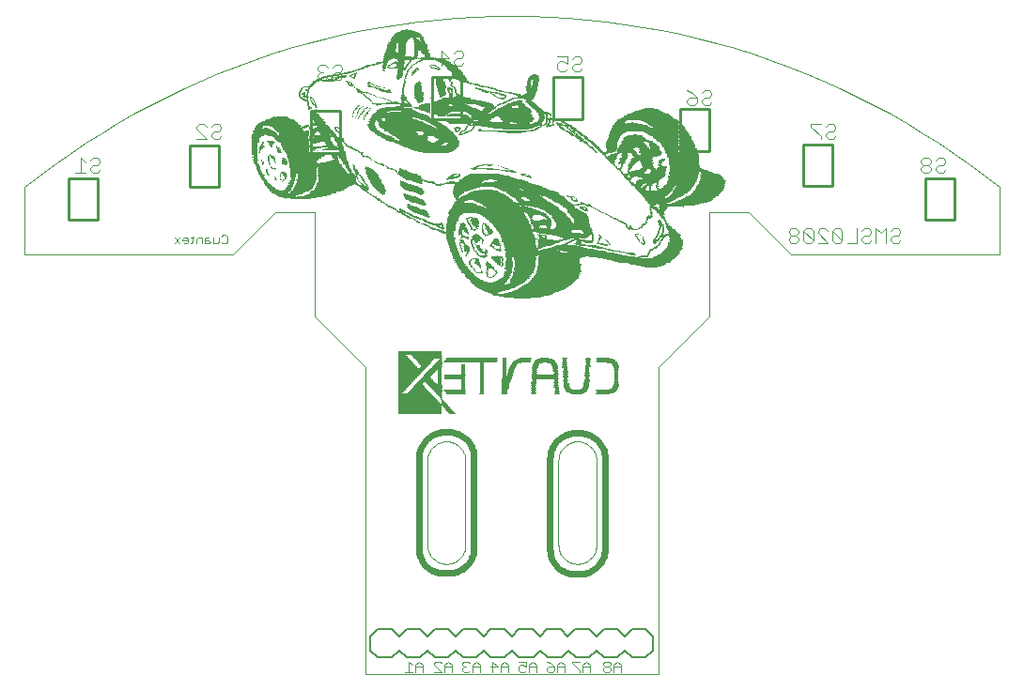
<source format=gbo>
G75*
%MOIN*%
%OFA0B0*%
%FSLAX24Y24*%
%IPPOS*%
%LPD*%
%AMOC8*
5,1,8,0,0,1.08239X$1,22.5*
%
%ADD10C,0.0000*%
%ADD11C,0.0030*%
%ADD12C,0.0040*%
%ADD13C,0.0240*%
%ADD14R,0.0598X0.0028*%
%ADD15R,0.1366X0.0028*%
%ADD16R,0.1622X0.0028*%
%ADD17R,0.1764X0.0028*%
%ADD18R,0.1992X0.0028*%
%ADD19R,0.2106X0.0028*%
%ADD20R,0.0256X0.0028*%
%ADD21R,0.1736X0.0028*%
%ADD22R,0.0398X0.0028*%
%ADD23R,0.1679X0.0028*%
%ADD24R,0.0598X0.0028*%
%ADD25R,0.1650X0.0028*%
%ADD26R,0.0768X0.0028*%
%ADD27R,0.0882X0.0028*%
%ADD28R,0.1622X0.0028*%
%ADD29R,0.1024X0.0028*%
%ADD30R,0.1138X0.0028*%
%ADD31R,0.1309X0.0028*%
%ADD32R,0.1394X0.0028*%
%ADD33R,0.1508X0.0028*%
%ADD34R,0.1593X0.0028*%
%ADD35R,0.1053X0.0028*%
%ADD36R,0.0484X0.0028*%
%ADD37R,0.1224X0.0028*%
%ADD38R,0.0484X0.0028*%
%ADD39R,0.0512X0.0028*%
%ADD40R,0.0455X0.0028*%
%ADD41R,0.0541X0.0028*%
%ADD42R,0.0455X0.0028*%
%ADD43R,0.0313X0.0028*%
%ADD44R,0.0569X0.0028*%
%ADD45R,0.0427X0.0028*%
%ADD46R,0.0313X0.0028*%
%ADD47R,0.0285X0.0028*%
%ADD48R,0.0654X0.0028*%
%ADD49R,0.0370X0.0028*%
%ADD50R,0.0142X0.0028*%
%ADD51R,0.0626X0.0028*%
%ADD52R,0.1593X0.0028*%
%ADD53R,0.0370X0.0028*%
%ADD54R,0.0057X0.0028*%
%ADD55R,0.0085X0.0028*%
%ADD56R,0.0228X0.0028*%
%ADD57R,0.0341X0.0028*%
%ADD58R,0.0028X0.0028*%
%ADD59R,0.0256X0.0028*%
%ADD60R,0.0626X0.0028*%
%ADD61R,0.0057X0.0028*%
%ADD62R,0.1565X0.0028*%
%ADD63R,0.0683X0.0028*%
%ADD64R,0.0114X0.0028*%
%ADD65R,0.0085X0.0028*%
%ADD66R,0.0228X0.0028*%
%ADD67R,0.0711X0.0028*%
%ADD68R,0.0341X0.0028*%
%ADD69R,0.0711X0.0028*%
%ADD70R,0.1537X0.0028*%
%ADD71R,0.0199X0.0028*%
%ADD72R,0.0740X0.0028*%
%ADD73R,0.0171X0.0028*%
%ADD74R,0.1252X0.0028*%
%ADD75R,0.0285X0.0028*%
%ADD76R,0.1480X0.0028*%
%ADD77R,0.1366X0.0028*%
%ADD78R,0.0740X0.0028*%
%ADD79R,0.1850X0.0028*%
%ADD80R,0.2020X0.0028*%
%ADD81R,0.1451X0.0028*%
%ADD82R,0.2163X0.0028*%
%ADD83R,0.2305X0.0028*%
%ADD84R,0.0797X0.0028*%
%ADD85R,0.2504X0.0028*%
%ADD86R,0.0825X0.0028*%
%ADD87R,0.1451X0.0028*%
%ADD88R,0.1081X0.0028*%
%ADD89R,0.1110X0.0028*%
%ADD90R,0.3159X0.0028*%
%ADD91R,0.4126X0.0028*%
%ADD92R,0.4012X0.0028*%
%ADD93R,0.3870X0.0028*%
%ADD94R,0.0114X0.0028*%
%ADD95R,0.1963X0.0028*%
%ADD96R,0.1423X0.0028*%
%ADD97R,0.1907X0.0028*%
%ADD98R,0.1195X0.0028*%
%ADD99R,0.0569X0.0028*%
%ADD100R,0.1793X0.0028*%
%ADD101R,0.1280X0.0028*%
%ADD102R,0.1394X0.0028*%
%ADD103R,0.0142X0.0028*%
%ADD104R,0.0939X0.0028*%
%ADD105R,0.0398X0.0028*%
%ADD106R,0.1167X0.0028*%
%ADD107R,0.0199X0.0028*%
%ADD108R,0.1195X0.0028*%
%ADD109R,0.0996X0.0028*%
%ADD110R,0.1252X0.0028*%
%ADD111R,0.1508X0.0028*%
%ADD112R,0.2589X0.0028*%
%ADD113R,0.2646X0.0028*%
%ADD114R,0.2732X0.0028*%
%ADD115R,0.1337X0.0028*%
%ADD116R,0.1480X0.0028*%
%ADD117R,0.2618X0.0028*%
%ADD118R,0.3244X0.0028*%
%ADD119R,0.3187X0.0028*%
%ADD120R,0.3073X0.0028*%
%ADD121R,0.2902X0.0028*%
%ADD122R,0.1224X0.0028*%
%ADD123R,0.1053X0.0028*%
%ADD124R,0.0911X0.0028*%
%ADD125R,0.2504X0.0028*%
%ADD126R,0.2533X0.0028*%
%ADD127R,0.1138X0.0028*%
%ADD128R,0.0967X0.0028*%
%ADD129R,0.1081X0.0028*%
%ADD130R,0.1110X0.0028*%
%ADD131R,0.0854X0.0028*%
%ADD132R,0.0939X0.0028*%
%ADD133R,0.0996X0.0028*%
%ADD134R,0.1821X0.0028*%
%ADD135R,0.1850X0.0028*%
%ADD136R,0.0967X0.0028*%
%ADD137R,0.3102X0.0028*%
%ADD138R,0.2988X0.0028*%
%ADD139R,0.1280X0.0028*%
%ADD140R,0.2846X0.0028*%
%ADD141R,0.0028X0.0028*%
%ADD142R,0.3102X0.0028*%
%ADD143R,0.0427X0.0028*%
%ADD144R,0.1935X0.0028*%
%ADD145R,0.0768X0.0028*%
%ADD146R,0.1878X0.0028*%
%ADD147R,0.0683X0.0028*%
%ADD148R,0.2134X0.0028*%
%ADD149R,0.0854X0.0028*%
%ADD150R,0.0882X0.0028*%
%ADD151R,0.1337X0.0028*%
%ADD152R,0.0825X0.0028*%
%ADD153R,0.2191X0.0028*%
%ADD154R,0.2333X0.0028*%
%ADD155R,0.2419X0.0028*%
%ADD156R,0.2390X0.0028*%
%ADD157R,0.2760X0.0028*%
%ADD158R,0.2447X0.0028*%
%ADD159R,0.1736X0.0028*%
%ADD160R,0.1764X0.0028*%
%ADD161R,0.2077X0.0028*%
%ADD162C,0.0100*%
%ADD163C,0.0050*%
%ADD164R,0.0004X0.0004*%
%ADD165R,0.0216X0.0004*%
%ADD166R,0.1534X0.0004*%
%ADD167R,0.0212X0.0004*%
%ADD168R,0.1751X0.0004*%
%ADD169R,0.1746X0.0004*%
%ADD170R,0.0207X0.0004*%
%ADD171R,0.1530X0.0004*%
%ADD172R,0.0203X0.0004*%
%ADD173R,0.1526X0.0004*%
%ADD174R,0.0198X0.0004*%
%ADD175R,0.1521X0.0004*%
%ADD176R,0.0194X0.0004*%
%ADD177R,0.1517X0.0004*%
%ADD178R,0.0190X0.0004*%
%ADD179R,0.1512X0.0004*%
%ADD180R,0.0185X0.0004*%
%ADD181R,0.1508X0.0004*%
%ADD182R,0.0181X0.0004*%
%ADD183R,0.1504X0.0004*%
%ADD184R,0.0176X0.0004*%
%ADD185R,0.1499X0.0004*%
%ADD186R,0.0172X0.0004*%
%ADD187R,0.1495X0.0004*%
%ADD188R,0.0168X0.0004*%
%ADD189R,0.1490X0.0004*%
%ADD190R,0.0163X0.0004*%
%ADD191R,0.1486X0.0004*%
%ADD192R,0.1482X0.0004*%
%ADD193R,0.0154X0.0004*%
%ADD194R,0.1477X0.0004*%
%ADD195R,0.1473X0.0004*%
%ADD196R,0.0150X0.0004*%
%ADD197R,0.1468X0.0004*%
%ADD198R,0.0146X0.0004*%
%ADD199R,0.0141X0.0004*%
%ADD200R,0.1464X0.0004*%
%ADD201R,0.0137X0.0004*%
%ADD202R,0.1460X0.0004*%
%ADD203R,0.0132X0.0004*%
%ADD204R,0.1455X0.0004*%
%ADD205R,0.0128X0.0004*%
%ADD206R,0.1451X0.0004*%
%ADD207R,0.0123X0.0004*%
%ADD208R,0.1446X0.0004*%
%ADD209R,0.0119X0.0004*%
%ADD210R,0.1442X0.0004*%
%ADD211R,0.0115X0.0004*%
%ADD212R,0.1437X0.0004*%
%ADD213R,0.0110X0.0004*%
%ADD214R,0.1433X0.0004*%
%ADD215R,0.0106X0.0004*%
%ADD216R,0.1429X0.0004*%
%ADD217R,0.0101X0.0004*%
%ADD218R,0.1424X0.0004*%
%ADD219R,0.0097X0.0004*%
%ADD220R,0.1420X0.0004*%
%ADD221R,0.1415X0.0004*%
%ADD222R,0.0093X0.0004*%
%ADD223R,0.1411X0.0004*%
%ADD224R,0.0088X0.0004*%
%ADD225R,0.1407X0.0004*%
%ADD226R,0.0084X0.0004*%
%ADD227R,0.1402X0.0004*%
%ADD228R,0.0079X0.0004*%
%ADD229R,0.0075X0.0004*%
%ADD230R,0.1398X0.0004*%
%ADD231R,0.0071X0.0004*%
%ADD232R,0.1393X0.0004*%
%ADD233R,0.0066X0.0004*%
%ADD234R,0.1389X0.0004*%
%ADD235R,0.0062X0.0004*%
%ADD236R,0.1385X0.0004*%
%ADD237R,0.0057X0.0004*%
%ADD238R,0.1380X0.0004*%
%ADD239R,0.0053X0.0004*%
%ADD240R,0.1376X0.0004*%
%ADD241R,0.0049X0.0004*%
%ADD242R,0.1371X0.0004*%
%ADD243R,0.0044X0.0004*%
%ADD244R,0.1367X0.0004*%
%ADD245R,0.0040X0.0004*%
%ADD246R,0.1363X0.0004*%
%ADD247R,0.0035X0.0004*%
%ADD248R,0.1358X0.0004*%
%ADD249R,0.0031X0.0004*%
%ADD250R,0.1354X0.0004*%
%ADD251R,0.0026X0.0004*%
%ADD252R,0.1349X0.0004*%
%ADD253R,0.1345X0.0004*%
%ADD254R,0.0022X0.0004*%
%ADD255R,0.1340X0.0004*%
%ADD256R,0.0013X0.0004*%
%ADD257R,0.1336X0.0004*%
%ADD258R,0.0009X0.0004*%
%ADD259R,0.1332X0.0004*%
%ADD260R,0.1327X0.0004*%
%ADD261R,0.1323X0.0004*%
%ADD262R,0.1318X0.0004*%
%ADD263R,0.1314X0.0004*%
%ADD264R,0.1310X0.0004*%
%ADD265R,0.0018X0.0004*%
%ADD266R,0.1305X0.0004*%
%ADD267R,0.1301X0.0004*%
%ADD268R,0.1296X0.0004*%
%ADD269R,0.1292X0.0004*%
%ADD270R,0.1288X0.0004*%
%ADD271R,0.1283X0.0004*%
%ADD272R,0.1279X0.0004*%
%ADD273R,0.1274X0.0004*%
%ADD274R,0.1270X0.0004*%
%ADD275R,0.1266X0.0004*%
%ADD276R,0.1261X0.0004*%
%ADD277R,0.1257X0.0004*%
%ADD278R,0.1252X0.0004*%
%ADD279R,0.1248X0.0004*%
%ADD280R,0.1243X0.0004*%
%ADD281R,0.1239X0.0004*%
%ADD282R,0.1235X0.0004*%
%ADD283R,0.1230X0.0004*%
%ADD284R,0.1226X0.0004*%
%ADD285R,0.1221X0.0004*%
%ADD286R,0.1217X0.0004*%
%ADD287R,0.1213X0.0004*%
%ADD288R,0.1208X0.0004*%
%ADD289R,0.1204X0.0004*%
%ADD290R,0.1195X0.0004*%
%ADD291R,0.1191X0.0004*%
%ADD292R,0.1186X0.0004*%
%ADD293R,0.1182X0.0004*%
%ADD294R,0.1177X0.0004*%
%ADD295R,0.1173X0.0004*%
%ADD296R,0.1169X0.0004*%
%ADD297R,0.0159X0.0004*%
%ADD298R,0.1164X0.0004*%
%ADD299R,0.1160X0.0004*%
%ADD300R,0.1054X0.0004*%
%ADD301R,0.0370X0.0004*%
%ADD302R,0.0657X0.0004*%
%ADD303R,0.0842X0.0004*%
%ADD304R,0.0419X0.0004*%
%ADD305R,0.0273X0.0004*%
%ADD306R,0.0833X0.0004*%
%ADD307R,0.0459X0.0004*%
%ADD308R,0.0326X0.0004*%
%ADD309R,0.0661X0.0004*%
%ADD310R,0.0825X0.0004*%
%ADD311R,0.0485X0.0004*%
%ADD312R,0.0375X0.0004*%
%ADD313R,0.0666X0.0004*%
%ADD314R,0.0820X0.0004*%
%ADD315R,0.0498X0.0004*%
%ADD316R,0.0397X0.0004*%
%ADD317R,0.0670X0.0004*%
%ADD318R,0.0811X0.0004*%
%ADD319R,0.0525X0.0004*%
%ADD320R,0.0432X0.0004*%
%ADD321R,0.0675X0.0004*%
%ADD322R,0.0803X0.0004*%
%ADD323R,0.0538X0.0004*%
%ADD324R,0.0794X0.0004*%
%ADD325R,0.0551X0.0004*%
%ADD326R,0.0481X0.0004*%
%ADD327R,0.0683X0.0004*%
%ADD328R,0.0789X0.0004*%
%ADD329R,0.0564X0.0004*%
%ADD330R,0.0503X0.0004*%
%ADD331R,0.0780X0.0004*%
%ADD332R,0.0578X0.0004*%
%ADD333R,0.0520X0.0004*%
%ADD334R,0.0688X0.0004*%
%ADD335R,0.0772X0.0004*%
%ADD336R,0.0586X0.0004*%
%ADD337R,0.0692X0.0004*%
%ADD338R,0.0763X0.0004*%
%ADD339R,0.0595X0.0004*%
%ADD340R,0.0556X0.0004*%
%ADD341R,0.0697X0.0004*%
%ADD342R,0.0754X0.0004*%
%ADD343R,0.0604X0.0004*%
%ADD344R,0.0573X0.0004*%
%ADD345R,0.0701X0.0004*%
%ADD346R,0.0220X0.0004*%
%ADD347R,0.0745X0.0004*%
%ADD348R,0.0613X0.0004*%
%ADD349R,0.0706X0.0004*%
%ADD350R,0.0225X0.0004*%
%ADD351R,0.0736X0.0004*%
%ADD352R,0.0622X0.0004*%
%ADD353R,0.0600X0.0004*%
%ADD354R,0.0710X0.0004*%
%ADD355R,0.0229X0.0004*%
%ADD356R,0.0728X0.0004*%
%ADD357R,0.0631X0.0004*%
%ADD358R,0.0617X0.0004*%
%ADD359R,0.0234X0.0004*%
%ADD360R,0.0719X0.0004*%
%ADD361R,0.0635X0.0004*%
%ADD362R,0.0626X0.0004*%
%ADD363R,0.0714X0.0004*%
%ADD364R,0.0238X0.0004*%
%ADD365R,0.0644X0.0004*%
%ADD366R,0.0639X0.0004*%
%ADD367R,0.0243X0.0004*%
%ADD368R,0.0648X0.0004*%
%ADD369R,0.0653X0.0004*%
%ADD370R,0.0723X0.0004*%
%ADD371R,0.0247X0.0004*%
%ADD372R,0.0732X0.0004*%
%ADD373R,0.0251X0.0004*%
%ADD374R,0.0679X0.0004*%
%ADD375R,0.0256X0.0004*%
%ADD376R,0.0741X0.0004*%
%ADD377R,0.0260X0.0004*%
%ADD378R,0.0265X0.0004*%
%ADD379R,0.0269X0.0004*%
%ADD380R,0.0750X0.0004*%
%ADD381R,0.0278X0.0004*%
%ADD382R,0.0758X0.0004*%
%ADD383R,0.0282X0.0004*%
%ADD384R,0.0287X0.0004*%
%ADD385R,0.0291X0.0004*%
%ADD386R,0.0767X0.0004*%
%ADD387R,0.0295X0.0004*%
%ADD388R,0.0300X0.0004*%
%ADD389R,0.0428X0.0004*%
%ADD390R,0.0344X0.0004*%
%ADD391R,0.0340X0.0004*%
%ADD392R,0.0304X0.0004*%
%ADD393R,0.0335X0.0004*%
%ADD394R,0.0309X0.0004*%
%ADD395R,0.0569X0.0004*%
%ADD396R,0.0313X0.0004*%
%ADD397R,0.0560X0.0004*%
%ADD398R,0.0317X0.0004*%
%ADD399R,0.0547X0.0004*%
%ADD400R,0.0322X0.0004*%
%ADD401R,0.0529X0.0004*%
%ADD402R,0.0331X0.0004*%
%ADD403R,0.0516X0.0004*%
%ADD404R,0.0507X0.0004*%
%ADD405R,0.0348X0.0004*%
%ADD406R,0.0489X0.0004*%
%ADD407R,0.0353X0.0004*%
%ADD408R,0.0357X0.0004*%
%ADD409R,0.0472X0.0004*%
%ADD410R,0.0362X0.0004*%
%ADD411R,0.0463X0.0004*%
%ADD412R,0.0366X0.0004*%
%ADD413R,0.0454X0.0004*%
%ADD414R,0.0445X0.0004*%
%ADD415R,0.0437X0.0004*%
%ADD416R,0.0379X0.0004*%
%ADD417R,0.0384X0.0004*%
%ADD418R,0.0388X0.0004*%
%ADD419R,0.0414X0.0004*%
%ADD420R,0.0406X0.0004*%
%ADD421R,0.0392X0.0004*%
%ADD422R,0.0401X0.0004*%
%ADD423R,0.0410X0.0004*%
%ADD424R,0.0423X0.0004*%
%ADD425R,0.0441X0.0004*%
%ADD426R,0.0450X0.0004*%
%ADD427R,0.0467X0.0004*%
%ADD428R,0.0476X0.0004*%
%ADD429R,0.0511X0.0004*%
%ADD430R,0.0534X0.0004*%
%ADD431R,0.0542X0.0004*%
%ADD432R,0.0582X0.0004*%
%ADD433R,0.0591X0.0004*%
%ADD434R,0.0944X0.0004*%
%ADD435R,0.0609X0.0004*%
%ADD436R,0.0935X0.0004*%
%ADD437R,0.0930X0.0004*%
%ADD438R,0.0926X0.0004*%
%ADD439R,0.0785X0.0004*%
%ADD440R,0.0798X0.0004*%
%ADD441R,0.0807X0.0004*%
%ADD442R,0.0816X0.0004*%
%ADD443R,0.0829X0.0004*%
%ADD444R,0.0838X0.0004*%
%ADD445R,0.0847X0.0004*%
%ADD446R,0.0851X0.0004*%
%ADD447R,0.0855X0.0004*%
%ADD448R,0.0860X0.0004*%
%ADD449R,0.0864X0.0004*%
%ADD450R,0.0869X0.0004*%
%ADD451R,0.0873X0.0004*%
%ADD452R,0.0877X0.0004*%
%ADD453R,0.0882X0.0004*%
%ADD454R,0.0886X0.0004*%
%ADD455R,0.0891X0.0004*%
%ADD456R,0.0895X0.0004*%
%ADD457R,0.0900X0.0004*%
%ADD458R,0.0904X0.0004*%
%ADD459R,0.0908X0.0004*%
%ADD460R,0.0494X0.0004*%
%ADD461R,0.1900X0.0004*%
%ADD462R,0.1896X0.0004*%
%ADD463R,0.1892X0.0004*%
%ADD464R,0.1887X0.0004*%
%ADD465R,0.1883X0.0004*%
%ADD466R,0.1878X0.0004*%
%ADD467R,0.1874X0.0004*%
%ADD468R,0.1870X0.0004*%
%ADD469R,0.1865X0.0004*%
%ADD470R,0.1861X0.0004*%
%ADD471R,0.1856X0.0004*%
%ADD472R,0.1852X0.0004*%
%ADD473R,0.1848X0.0004*%
%ADD474R,0.1843X0.0004*%
%ADD475R,0.1839X0.0004*%
%ADD476R,0.1834X0.0004*%
%ADD477R,0.1830X0.0004*%
%ADD478R,0.1826X0.0004*%
%ADD479R,0.1821X0.0004*%
%ADD480R,0.1817X0.0004*%
%ADD481R,0.1812X0.0004*%
%ADD482R,0.1808X0.0004*%
%ADD483R,0.1799X0.0004*%
%ADD484R,0.1795X0.0004*%
%ADD485R,0.1790X0.0004*%
%ADD486R,0.1786X0.0004*%
%ADD487R,0.1781X0.0004*%
%ADD488R,0.1777X0.0004*%
%ADD489R,0.1768X0.0004*%
%ADD490R,0.0970X0.0004*%
%ADD491R,0.0974X0.0004*%
%ADD492R,0.0979X0.0004*%
%ADD493R,0.0983X0.0004*%
%ADD494R,0.0988X0.0004*%
%ADD495R,0.0992X0.0004*%
%ADD496R,0.0997X0.0004*%
%ADD497R,0.1001X0.0004*%
%ADD498R,0.1005X0.0004*%
%ADD499R,0.1010X0.0004*%
%ADD500R,0.1014X0.0004*%
%ADD501R,0.1019X0.0004*%
%ADD502R,0.1023X0.0004*%
%ADD503R,0.1027X0.0004*%
%ADD504R,0.1032X0.0004*%
%ADD505R,0.1036X0.0004*%
%ADD506R,0.1041X0.0004*%
%ADD507R,0.1045X0.0004*%
%ADD508R,0.1049X0.0004*%
%ADD509R,0.1058X0.0004*%
%ADD510R,0.1063X0.0004*%
%ADD511R,0.1067X0.0004*%
%ADD512R,0.1071X0.0004*%
%ADD513R,0.1076X0.0004*%
%ADD514R,0.1080X0.0004*%
%ADD515R,0.1085X0.0004*%
D10*
X012260Y000228D02*
X012260Y011128D01*
X010460Y012928D01*
X010460Y016628D01*
X009060Y016628D01*
X007560Y015128D01*
X000160Y015128D01*
X000160Y017528D01*
X014460Y007828D02*
X014460Y004828D01*
X014462Y004778D01*
X014468Y004727D01*
X014477Y004678D01*
X014490Y004629D01*
X014507Y004581D01*
X014527Y004535D01*
X014550Y004491D01*
X014577Y004448D01*
X014607Y004407D01*
X014640Y004369D01*
X014676Y004333D01*
X014714Y004300D01*
X014755Y004270D01*
X014798Y004243D01*
X014842Y004220D01*
X014888Y004200D01*
X014936Y004183D01*
X014985Y004170D01*
X015034Y004161D01*
X015085Y004155D01*
X015135Y004153D01*
X015185Y004155D01*
X015236Y004161D01*
X015285Y004170D01*
X015334Y004183D01*
X015382Y004200D01*
X015428Y004220D01*
X015473Y004243D01*
X015515Y004270D01*
X015556Y004300D01*
X015594Y004333D01*
X015630Y004369D01*
X015663Y004407D01*
X015693Y004448D01*
X015720Y004491D01*
X015743Y004535D01*
X015763Y004581D01*
X015780Y004629D01*
X015793Y004678D01*
X015802Y004727D01*
X015808Y004778D01*
X015810Y004828D01*
X015810Y007828D01*
X015808Y007878D01*
X015802Y007929D01*
X015793Y007978D01*
X015780Y008027D01*
X015763Y008075D01*
X015743Y008121D01*
X015720Y008166D01*
X015693Y008208D01*
X015663Y008249D01*
X015630Y008287D01*
X015594Y008323D01*
X015556Y008356D01*
X015515Y008386D01*
X015473Y008413D01*
X015428Y008436D01*
X015382Y008456D01*
X015334Y008473D01*
X015285Y008486D01*
X015236Y008495D01*
X015185Y008501D01*
X015135Y008503D01*
X015085Y008501D01*
X015034Y008495D01*
X014985Y008486D01*
X014936Y008473D01*
X014888Y008456D01*
X014842Y008436D01*
X014798Y008413D01*
X014755Y008386D01*
X014714Y008356D01*
X014676Y008323D01*
X014640Y008287D01*
X014607Y008249D01*
X014577Y008208D01*
X014550Y008166D01*
X014527Y008121D01*
X014507Y008075D01*
X014490Y008027D01*
X014477Y007978D01*
X014468Y007929D01*
X014462Y007878D01*
X014460Y007828D01*
X019110Y007828D02*
X019110Y004828D01*
X019112Y004778D01*
X019118Y004727D01*
X019127Y004678D01*
X019140Y004629D01*
X019157Y004581D01*
X019177Y004535D01*
X019200Y004491D01*
X019227Y004448D01*
X019257Y004407D01*
X019290Y004369D01*
X019326Y004333D01*
X019364Y004300D01*
X019405Y004270D01*
X019448Y004243D01*
X019492Y004220D01*
X019538Y004200D01*
X019586Y004183D01*
X019635Y004170D01*
X019684Y004161D01*
X019735Y004155D01*
X019785Y004153D01*
X019835Y004155D01*
X019886Y004161D01*
X019935Y004170D01*
X019984Y004183D01*
X020032Y004200D01*
X020078Y004220D01*
X020123Y004243D01*
X020165Y004270D01*
X020206Y004300D01*
X020244Y004333D01*
X020280Y004369D01*
X020313Y004407D01*
X020343Y004448D01*
X020370Y004491D01*
X020393Y004535D01*
X020413Y004581D01*
X020430Y004629D01*
X020443Y004678D01*
X020452Y004727D01*
X020458Y004778D01*
X020460Y004828D01*
X020460Y007828D01*
X020458Y007878D01*
X020452Y007929D01*
X020443Y007978D01*
X020430Y008027D01*
X020413Y008075D01*
X020393Y008121D01*
X020370Y008166D01*
X020343Y008208D01*
X020313Y008249D01*
X020280Y008287D01*
X020244Y008323D01*
X020206Y008356D01*
X020165Y008386D01*
X020123Y008413D01*
X020078Y008436D01*
X020032Y008456D01*
X019984Y008473D01*
X019935Y008486D01*
X019886Y008495D01*
X019835Y008501D01*
X019785Y008503D01*
X019735Y008501D01*
X019684Y008495D01*
X019635Y008486D01*
X019586Y008473D01*
X019538Y008456D01*
X019492Y008436D01*
X019448Y008413D01*
X019405Y008386D01*
X019364Y008356D01*
X019326Y008323D01*
X019290Y008287D01*
X019257Y008249D01*
X019227Y008208D01*
X019200Y008166D01*
X019177Y008121D01*
X019157Y008075D01*
X019140Y008027D01*
X019127Y007978D01*
X019118Y007929D01*
X019112Y007878D01*
X019110Y007828D01*
X022660Y011128D02*
X024460Y012928D01*
X024460Y016628D01*
X025860Y016628D01*
X027360Y015128D01*
X034760Y015128D01*
X034760Y017528D01*
X022660Y011128D02*
X022660Y000228D01*
X012260Y000228D01*
X000160Y017528D02*
X000686Y017940D01*
X001221Y018338D01*
X001766Y018724D01*
X002320Y019097D01*
X002883Y019456D01*
X003454Y019801D01*
X004034Y020132D01*
X004621Y020450D01*
X005216Y020753D01*
X005818Y021041D01*
X006427Y021315D01*
X007042Y021574D01*
X007663Y021818D01*
X008291Y022047D01*
X008923Y022261D01*
X009560Y022460D01*
X010202Y022643D01*
X010849Y022810D01*
X011499Y022962D01*
X012152Y023098D01*
X012809Y023219D01*
X013468Y023323D01*
X014130Y023412D01*
X014794Y023484D01*
X015459Y023540D01*
X016125Y023581D01*
X016792Y023605D01*
X017460Y023613D01*
X018128Y023605D01*
X018795Y023581D01*
X019461Y023540D01*
X020126Y023484D01*
X020790Y023412D01*
X021452Y023323D01*
X022111Y023219D01*
X022768Y023098D01*
X023421Y022962D01*
X024071Y022810D01*
X024718Y022643D01*
X025360Y022460D01*
X025997Y022261D01*
X026629Y022047D01*
X027257Y021818D01*
X027878Y021574D01*
X028493Y021315D01*
X029102Y021041D01*
X029704Y020753D01*
X030299Y020450D01*
X030886Y020132D01*
X031466Y019801D01*
X032037Y019456D01*
X032600Y019097D01*
X033154Y018724D01*
X033699Y018338D01*
X034234Y017940D01*
X034760Y017528D01*
D11*
X021193Y000693D02*
X021069Y000569D01*
X021069Y000322D01*
X020948Y000384D02*
X020948Y000446D01*
X020886Y000507D01*
X020763Y000507D01*
X020701Y000446D01*
X020701Y000384D01*
X020763Y000322D01*
X020886Y000322D01*
X020948Y000384D01*
X020886Y000507D02*
X020948Y000569D01*
X020948Y000631D01*
X020886Y000693D01*
X020763Y000693D01*
X020701Y000631D01*
X020701Y000569D01*
X020763Y000507D01*
X021069Y000507D02*
X021316Y000507D01*
X021316Y000569D02*
X021193Y000693D01*
X021316Y000569D02*
X021316Y000322D01*
X020216Y000322D02*
X020216Y000569D01*
X020093Y000693D01*
X019969Y000569D01*
X019969Y000322D01*
X019848Y000322D02*
X019848Y000384D01*
X019601Y000631D01*
X019601Y000693D01*
X019848Y000693D01*
X019969Y000507D02*
X020216Y000507D01*
X019316Y000507D02*
X019069Y000507D01*
X019069Y000569D02*
X019069Y000322D01*
X018948Y000384D02*
X018886Y000322D01*
X018763Y000322D01*
X018701Y000384D01*
X018701Y000446D01*
X018763Y000507D01*
X018948Y000507D01*
X018948Y000384D01*
X018948Y000507D02*
X018825Y000631D01*
X018701Y000693D01*
X019069Y000569D02*
X019193Y000693D01*
X019316Y000569D01*
X019316Y000322D01*
X018316Y000322D02*
X018316Y000569D01*
X018193Y000693D01*
X018069Y000569D01*
X018069Y000322D01*
X017948Y000384D02*
X017886Y000322D01*
X017763Y000322D01*
X017701Y000384D01*
X017701Y000507D01*
X017763Y000569D01*
X017825Y000569D01*
X017948Y000507D01*
X017948Y000693D01*
X017701Y000693D01*
X017316Y000569D02*
X017316Y000322D01*
X017316Y000507D02*
X017069Y000507D01*
X017069Y000569D02*
X017069Y000322D01*
X016948Y000507D02*
X016701Y000507D01*
X016763Y000322D02*
X016763Y000693D01*
X016948Y000507D01*
X017069Y000569D02*
X017193Y000693D01*
X017316Y000569D01*
X018069Y000507D02*
X018316Y000507D01*
X016316Y000507D02*
X016069Y000507D01*
X016069Y000569D02*
X016069Y000322D01*
X015948Y000384D02*
X015886Y000322D01*
X015763Y000322D01*
X015701Y000384D01*
X015701Y000446D01*
X015763Y000507D01*
X015825Y000507D01*
X015763Y000507D02*
X015701Y000569D01*
X015701Y000631D01*
X015763Y000693D01*
X015886Y000693D01*
X015948Y000631D01*
X016069Y000569D02*
X016193Y000693D01*
X016316Y000569D01*
X016316Y000322D01*
X015316Y000322D02*
X015316Y000569D01*
X015193Y000693D01*
X015069Y000569D01*
X015069Y000322D01*
X014948Y000322D02*
X014701Y000569D01*
X014701Y000631D01*
X014763Y000693D01*
X014886Y000693D01*
X014948Y000631D01*
X015069Y000507D02*
X015316Y000507D01*
X014948Y000322D02*
X014701Y000322D01*
X014284Y000315D02*
X014284Y000562D01*
X014160Y000685D01*
X014037Y000562D01*
X014037Y000315D01*
X013915Y000315D02*
X013669Y000315D01*
X013792Y000315D02*
X013792Y000685D01*
X013915Y000562D01*
X014037Y000500D02*
X014284Y000500D01*
X007296Y015543D02*
X007200Y015543D01*
X007151Y015592D01*
X007050Y015592D02*
X007002Y015543D01*
X006857Y015543D01*
X006857Y015737D01*
X006707Y015737D02*
X006610Y015737D01*
X006562Y015689D01*
X006562Y015543D01*
X006707Y015543D01*
X006755Y015592D01*
X006707Y015640D01*
X006562Y015640D01*
X006461Y015543D02*
X006461Y015737D01*
X006316Y015737D01*
X006267Y015689D01*
X006267Y015543D01*
X006118Y015592D02*
X006069Y015543D01*
X006118Y015592D02*
X006118Y015785D01*
X006166Y015737D02*
X006069Y015737D01*
X005970Y015689D02*
X005921Y015737D01*
X005825Y015737D01*
X005776Y015689D01*
X005776Y015640D01*
X005970Y015640D01*
X005970Y015592D02*
X005970Y015689D01*
X005970Y015592D02*
X005921Y015543D01*
X005825Y015543D01*
X005675Y015543D02*
X005482Y015737D01*
X005675Y015737D02*
X005482Y015543D01*
X007050Y015592D02*
X007050Y015737D01*
X007151Y015785D02*
X007200Y015834D01*
X007296Y015834D01*
X007345Y015785D01*
X007345Y015592D01*
X007296Y015543D01*
D12*
X002840Y018135D02*
X002753Y018048D01*
X002580Y018048D01*
X002493Y018135D01*
X002493Y018222D01*
X002580Y018309D01*
X002753Y018309D01*
X002840Y018395D01*
X002840Y018482D01*
X002753Y018569D01*
X002580Y018569D01*
X002493Y018482D01*
X002324Y018395D02*
X002151Y018569D01*
X002151Y018048D01*
X002324Y018048D02*
X001977Y018048D01*
X006277Y019248D02*
X006624Y019248D01*
X006277Y019595D01*
X006277Y019682D01*
X006364Y019769D01*
X006537Y019769D01*
X006624Y019682D01*
X006793Y019682D02*
X006880Y019769D01*
X007053Y019769D01*
X007140Y019682D01*
X007140Y019595D01*
X007053Y019509D01*
X006880Y019509D01*
X006793Y019422D01*
X006793Y019335D01*
X006880Y019248D01*
X007053Y019248D01*
X007140Y019335D01*
X010577Y021435D02*
X010664Y021348D01*
X010837Y021348D01*
X010924Y021435D01*
X011093Y021435D02*
X011180Y021348D01*
X011353Y021348D01*
X011440Y021435D01*
X011353Y021609D02*
X011180Y021609D01*
X011093Y021522D01*
X011093Y021435D01*
X011353Y021609D02*
X011440Y021695D01*
X011440Y021782D01*
X011353Y021869D01*
X011180Y021869D01*
X011093Y021782D01*
X010924Y021782D02*
X010837Y021869D01*
X010664Y021869D01*
X010577Y021782D01*
X010577Y021695D01*
X010664Y021609D01*
X010577Y021522D01*
X010577Y021435D01*
X010664Y021609D02*
X010751Y021609D01*
X014877Y022109D02*
X015224Y022109D01*
X014964Y022369D01*
X014964Y021848D01*
X015393Y021935D02*
X015480Y021848D01*
X015653Y021848D01*
X015740Y021935D01*
X015653Y022109D02*
X015740Y022195D01*
X015740Y022282D01*
X015653Y022369D01*
X015480Y022369D01*
X015393Y022282D01*
X015480Y022109D02*
X015393Y022022D01*
X015393Y021935D01*
X015480Y022109D02*
X015653Y022109D01*
X019077Y022169D02*
X019424Y022169D01*
X019424Y021909D01*
X019251Y021995D01*
X019164Y021995D01*
X019077Y021909D01*
X019077Y021735D01*
X019164Y021648D01*
X019337Y021648D01*
X019424Y021735D01*
X019593Y021735D02*
X019680Y021648D01*
X019853Y021648D01*
X019940Y021735D01*
X019853Y021909D02*
X019680Y021909D01*
X019593Y021822D01*
X019593Y021735D01*
X019853Y021909D02*
X019940Y021995D01*
X019940Y022082D01*
X019853Y022169D01*
X019680Y022169D01*
X019593Y022082D01*
X023677Y020969D02*
X023851Y020882D01*
X024024Y020709D01*
X023764Y020709D01*
X023677Y020622D01*
X023677Y020535D01*
X023764Y020448D01*
X023937Y020448D01*
X024024Y020535D01*
X024024Y020709D01*
X024193Y020622D02*
X024193Y020535D01*
X024280Y020448D01*
X024453Y020448D01*
X024540Y020535D01*
X024453Y020709D02*
X024280Y020709D01*
X024193Y020622D01*
X024193Y020882D02*
X024280Y020969D01*
X024453Y020969D01*
X024540Y020882D01*
X024540Y020795D01*
X024453Y020709D01*
X028077Y019769D02*
X028077Y019682D01*
X028424Y019335D01*
X028424Y019248D01*
X028593Y019335D02*
X028680Y019248D01*
X028853Y019248D01*
X028940Y019335D01*
X028853Y019509D02*
X028680Y019509D01*
X028593Y019422D01*
X028593Y019335D01*
X028853Y019509D02*
X028940Y019595D01*
X028940Y019682D01*
X028853Y019769D01*
X028680Y019769D01*
X028593Y019682D01*
X028424Y019769D02*
X028077Y019769D01*
X031977Y018482D02*
X031977Y018395D01*
X032064Y018309D01*
X032237Y018309D01*
X032324Y018395D01*
X032324Y018482D01*
X032237Y018569D01*
X032064Y018569D01*
X031977Y018482D01*
X032064Y018309D02*
X031977Y018222D01*
X031977Y018135D01*
X032064Y018048D01*
X032237Y018048D01*
X032324Y018135D01*
X032324Y018222D01*
X032237Y018309D01*
X032493Y018222D02*
X032493Y018135D01*
X032580Y018048D01*
X032753Y018048D01*
X032840Y018135D01*
X032753Y018309D02*
X032580Y018309D01*
X032493Y018222D01*
X032493Y018482D02*
X032580Y018569D01*
X032753Y018569D01*
X032840Y018482D01*
X032840Y018395D01*
X032753Y018309D01*
X031153Y016069D02*
X030980Y016069D01*
X030893Y015982D01*
X030724Y016069D02*
X030551Y015895D01*
X030377Y016069D01*
X030377Y015548D01*
X030208Y015635D02*
X030122Y015548D01*
X029948Y015548D01*
X029862Y015635D01*
X029862Y015722D01*
X029948Y015809D01*
X030122Y015809D01*
X030208Y015895D01*
X030208Y015982D01*
X030122Y016069D01*
X029948Y016069D01*
X029862Y015982D01*
X029693Y016069D02*
X029693Y015548D01*
X029346Y015548D01*
X029177Y015635D02*
X028830Y015982D01*
X028830Y015635D01*
X028917Y015548D01*
X029090Y015548D01*
X029177Y015635D01*
X029177Y015982D01*
X029090Y016069D01*
X028917Y016069D01*
X028830Y015982D01*
X028662Y015982D02*
X028575Y016069D01*
X028401Y016069D01*
X028315Y015982D01*
X028315Y015895D01*
X028662Y015548D01*
X028315Y015548D01*
X028146Y015635D02*
X027799Y015982D01*
X027799Y015635D01*
X027886Y015548D01*
X028059Y015548D01*
X028146Y015635D01*
X028146Y015982D01*
X028059Y016069D01*
X027886Y016069D01*
X027799Y015982D01*
X027630Y015982D02*
X027630Y015895D01*
X027544Y015809D01*
X027370Y015809D01*
X027283Y015722D01*
X027283Y015635D01*
X027370Y015548D01*
X027544Y015548D01*
X027630Y015635D01*
X027630Y015722D01*
X027544Y015809D01*
X027370Y015809D02*
X027283Y015895D01*
X027283Y015982D01*
X027370Y016069D01*
X027544Y016069D01*
X027630Y015982D01*
X030724Y016069D02*
X030724Y015548D01*
X030893Y015635D02*
X030893Y015722D01*
X030980Y015809D01*
X031153Y015809D01*
X031240Y015895D01*
X031240Y015982D01*
X031153Y016069D01*
X031240Y015635D02*
X031153Y015548D01*
X030980Y015548D01*
X030893Y015635D01*
D13*
X020760Y007857D02*
X020760Y004707D01*
X020760Y004657D01*
X020760Y004707D02*
X020758Y004649D01*
X020752Y004591D01*
X020743Y004533D01*
X020730Y004476D01*
X020713Y004420D01*
X020693Y004366D01*
X020669Y004312D01*
X020642Y004261D01*
X020612Y004211D01*
X020578Y004163D01*
X020542Y004118D01*
X020502Y004075D01*
X020460Y004034D01*
X020416Y003997D01*
X020369Y003962D01*
X020320Y003931D01*
X020269Y003902D01*
X020216Y003877D01*
X020162Y003856D01*
X020106Y003838D01*
X020050Y003823D01*
X019993Y003813D01*
X019935Y003806D01*
X019876Y003802D01*
X019818Y003803D01*
X019760Y003807D01*
X019660Y003807D02*
X019604Y003809D01*
X019549Y003814D01*
X019494Y003823D01*
X019440Y003836D01*
X019387Y003852D01*
X019335Y003872D01*
X019284Y003895D01*
X019235Y003921D01*
X019188Y003950D01*
X019143Y003983D01*
X019100Y004018D01*
X019059Y004056D01*
X019021Y004097D01*
X018986Y004140D01*
X018953Y004185D01*
X018924Y004232D01*
X018898Y004281D01*
X018875Y004332D01*
X018855Y004384D01*
X018839Y004437D01*
X018826Y004491D01*
X018817Y004546D01*
X018812Y004601D01*
X018810Y004657D01*
X018810Y004707D02*
X018810Y007907D01*
X018812Y007966D01*
X018818Y008024D01*
X018827Y008083D01*
X018841Y008140D01*
X018858Y008196D01*
X018879Y008251D01*
X018903Y008305D01*
X018931Y008357D01*
X018962Y008407D01*
X018996Y008455D01*
X019033Y008500D01*
X019074Y008543D01*
X019117Y008584D01*
X019162Y008621D01*
X019210Y008655D01*
X019260Y008686D01*
X019312Y008714D01*
X019366Y008738D01*
X019421Y008759D01*
X019477Y008776D01*
X019534Y008790D01*
X019593Y008799D01*
X019651Y008805D01*
X019710Y008807D01*
X019860Y008807D01*
X019919Y008805D01*
X019977Y008799D01*
X020036Y008790D01*
X020093Y008776D01*
X020149Y008759D01*
X020204Y008738D01*
X020258Y008714D01*
X020310Y008686D01*
X020360Y008655D01*
X020408Y008621D01*
X020453Y008584D01*
X020496Y008543D01*
X020537Y008500D01*
X020574Y008455D01*
X020608Y008407D01*
X020639Y008357D01*
X020667Y008305D01*
X020691Y008251D01*
X020712Y008196D01*
X020729Y008140D01*
X020743Y008083D01*
X020752Y008024D01*
X020758Y007966D01*
X020760Y007907D01*
X016110Y007936D02*
X016110Y004736D01*
X016108Y004678D01*
X016102Y004620D01*
X016093Y004562D01*
X016080Y004505D01*
X016063Y004449D01*
X016043Y004395D01*
X016019Y004341D01*
X015992Y004290D01*
X015962Y004240D01*
X015928Y004192D01*
X015892Y004147D01*
X015852Y004104D01*
X015810Y004063D01*
X015766Y004026D01*
X015719Y003991D01*
X015670Y003960D01*
X015619Y003931D01*
X015566Y003906D01*
X015512Y003885D01*
X015456Y003867D01*
X015400Y003852D01*
X015343Y003842D01*
X015285Y003835D01*
X015226Y003831D01*
X015168Y003832D01*
X015110Y003836D01*
X015010Y003836D01*
X014954Y003838D01*
X014899Y003843D01*
X014844Y003852D01*
X014790Y003865D01*
X014737Y003881D01*
X014685Y003901D01*
X014634Y003924D01*
X014585Y003950D01*
X014538Y003979D01*
X014493Y004012D01*
X014450Y004047D01*
X014409Y004085D01*
X014371Y004126D01*
X014336Y004169D01*
X014303Y004214D01*
X014274Y004261D01*
X014248Y004310D01*
X014225Y004361D01*
X014205Y004413D01*
X014189Y004466D01*
X014176Y004520D01*
X014167Y004575D01*
X014162Y004630D01*
X014160Y004686D01*
X014160Y004736D02*
X014160Y007936D01*
X014162Y007995D01*
X014168Y008053D01*
X014177Y008112D01*
X014191Y008169D01*
X014208Y008225D01*
X014229Y008280D01*
X014253Y008334D01*
X014281Y008386D01*
X014312Y008436D01*
X014346Y008484D01*
X014383Y008529D01*
X014424Y008572D01*
X014467Y008613D01*
X014512Y008650D01*
X014560Y008684D01*
X014610Y008715D01*
X014662Y008743D01*
X014716Y008767D01*
X014771Y008788D01*
X014827Y008805D01*
X014884Y008819D01*
X014943Y008828D01*
X015001Y008834D01*
X015060Y008836D01*
X015210Y008836D01*
X015269Y008834D01*
X015327Y008828D01*
X015386Y008819D01*
X015443Y008805D01*
X015499Y008788D01*
X015554Y008767D01*
X015608Y008743D01*
X015660Y008715D01*
X015710Y008684D01*
X015758Y008650D01*
X015803Y008613D01*
X015846Y008572D01*
X015887Y008529D01*
X015924Y008484D01*
X015958Y008436D01*
X015989Y008386D01*
X016017Y008334D01*
X016041Y008280D01*
X016062Y008225D01*
X016079Y008169D01*
X016093Y008112D01*
X016102Y008053D01*
X016108Y007995D01*
X016110Y007936D01*
D14*
X017821Y013579D03*
X017707Y014233D03*
X017735Y014262D03*
X019870Y016481D03*
X019841Y016510D03*
X018874Y016709D03*
X018390Y017050D03*
X018219Y017164D03*
X015687Y017420D03*
X016028Y020237D03*
X015374Y020693D03*
X014918Y020465D03*
X014918Y020437D03*
X014918Y020408D03*
X010735Y019270D03*
X010622Y019697D03*
X009227Y017335D03*
X021520Y018900D03*
X022345Y020266D03*
X022886Y017449D03*
X022829Y017392D03*
X023540Y017477D03*
X023170Y015286D03*
X023142Y015258D03*
D15*
X023725Y018103D03*
X021705Y019640D03*
X017408Y016254D03*
X016896Y016993D03*
X016839Y017022D03*
X017835Y013607D03*
D16*
X017792Y013636D03*
X018788Y014091D03*
X018930Y014205D03*
X018959Y014233D03*
D17*
X017806Y013664D03*
X018006Y017392D03*
X017693Y017506D03*
X014193Y019071D03*
X013595Y019754D03*
D18*
X013481Y020038D03*
X022274Y019924D03*
X017806Y013693D03*
D19*
X017835Y013721D03*
D20*
X017252Y014319D03*
X017223Y014290D03*
X017309Y014433D03*
X017337Y014489D03*
X017337Y014518D03*
X017337Y014603D03*
X017337Y014632D03*
X017365Y014660D03*
X017365Y014689D03*
X017365Y014717D03*
X017365Y014746D03*
X017365Y014774D03*
X017365Y014802D03*
X017365Y014831D03*
X017365Y014859D03*
X017365Y014888D03*
X016939Y014916D03*
X016683Y014660D03*
X016683Y014632D03*
X015487Y015059D03*
X015487Y015087D03*
X015430Y015201D03*
X015402Y015258D03*
X015345Y015457D03*
X015715Y016054D03*
X015715Y016083D03*
X016113Y016367D03*
X016199Y015770D03*
X016882Y015571D03*
X018333Y016140D03*
X018561Y015713D03*
X019784Y015514D03*
X020183Y015542D03*
X022174Y015087D03*
X022829Y015770D03*
X022487Y016766D03*
X021918Y017534D03*
X022374Y017648D03*
X022174Y018160D03*
X021776Y018416D03*
X021776Y018729D03*
X021463Y018644D03*
X021406Y018502D03*
X021349Y018388D03*
X021008Y018473D03*
X020894Y018758D03*
X020752Y018729D03*
X018817Y019725D03*
X018418Y020237D03*
X018390Y020266D03*
X018361Y020294D03*
X018333Y020323D03*
X018077Y020550D03*
X017622Y020807D03*
X018248Y021461D03*
X016540Y020920D03*
X015857Y020664D03*
X015857Y020380D03*
X015857Y019981D03*
X015516Y019611D03*
X014975Y020038D03*
X014207Y020607D03*
X014178Y020664D03*
X014890Y021347D03*
X015487Y021404D03*
X015544Y020721D03*
X014435Y022229D03*
X014406Y022286D03*
X014378Y022315D03*
X013552Y022315D03*
X013552Y022343D03*
X013552Y022372D03*
X013552Y022400D03*
X013552Y022428D03*
X013552Y022457D03*
X013552Y022485D03*
X013552Y022514D03*
X013552Y022542D03*
X013552Y022571D03*
X013012Y022059D03*
X013524Y021660D03*
X013552Y021689D03*
X012130Y020892D03*
X011617Y021575D03*
X010223Y021091D03*
X010451Y020095D03*
X008914Y019099D03*
X008487Y019640D03*
X011447Y018587D03*
X012386Y018132D03*
X012158Y017534D03*
X012272Y017449D03*
X013638Y017648D03*
X013752Y017221D03*
X014292Y016908D03*
X014605Y017676D03*
X015260Y017819D03*
X015516Y017250D03*
X017678Y017136D03*
X017735Y017079D03*
X017906Y016794D03*
X016825Y013750D03*
X009483Y017420D03*
X008914Y017477D03*
X008886Y017506D03*
D21*
X013410Y020124D03*
X014634Y018900D03*
X016483Y017136D03*
X017792Y017477D03*
X022288Y020010D03*
X018077Y013750D03*
D22*
X017095Y014176D03*
X016782Y013778D03*
X016099Y014262D03*
X016071Y014290D03*
X014790Y016197D03*
X014306Y016567D03*
X013965Y016766D03*
X013851Y017164D03*
X013823Y017193D03*
X013709Y017591D03*
X012713Y017563D03*
X012685Y017591D03*
X012685Y017620D03*
X012571Y017819D03*
X012514Y017933D03*
X010778Y018729D03*
X012656Y019981D03*
X013680Y020437D03*
X012969Y020949D03*
X013453Y021945D03*
X013595Y022030D03*
X014193Y022656D03*
X014164Y022685D03*
X013737Y023083D03*
X014961Y022002D03*
X015018Y021973D03*
X015445Y021376D03*
X015473Y020465D03*
X015473Y020095D03*
X014933Y020095D03*
X014847Y019725D03*
X014876Y019697D03*
X014961Y019640D03*
X014989Y019611D03*
X017266Y020351D03*
X017380Y020408D03*
X017636Y020522D03*
X018148Y020977D03*
X021079Y019298D03*
X021079Y019270D03*
X021107Y019327D03*
X021050Y019213D03*
X021022Y019128D03*
X020993Y019042D03*
X020993Y019014D03*
X020993Y018985D03*
X020993Y018957D03*
X020993Y018928D03*
X020965Y018587D03*
X021392Y018729D03*
X022274Y018274D03*
X022018Y017477D03*
X022729Y016709D03*
X023156Y017136D03*
X023640Y019213D03*
X023640Y019241D03*
X019628Y016709D03*
X020111Y015998D03*
X020254Y015428D03*
X018660Y016339D03*
X016583Y017420D03*
X015701Y017050D03*
X015559Y017307D03*
X015416Y016510D03*
X008445Y019355D03*
D23*
X013552Y019782D03*
X016597Y017876D03*
X016483Y017164D03*
X019243Y015059D03*
X018162Y013778D03*
D24*
X016796Y013807D03*
X016284Y014148D03*
X019272Y016311D03*
X019300Y016282D03*
X019243Y016367D03*
X019784Y016567D03*
X019813Y016538D03*
X018959Y016652D03*
X018930Y016680D03*
X021491Y018843D03*
X023085Y018985D03*
X017963Y020750D03*
X017593Y020465D03*
X013638Y020380D03*
X013183Y020493D03*
X014008Y017790D03*
X013865Y017506D03*
X009996Y017420D03*
X009483Y017193D03*
D25*
X014648Y018872D03*
X017437Y019640D03*
X017067Y016567D03*
X018717Y014034D03*
X018660Y014006D03*
X018632Y013977D03*
X018575Y013949D03*
X018518Y013920D03*
X018461Y013892D03*
X018347Y013835D03*
X018290Y013807D03*
X022274Y020038D03*
D26*
X021804Y019241D03*
X022374Y018786D03*
X022374Y018729D03*
X022061Y018473D03*
X022288Y017733D03*
X024536Y017876D03*
X022857Y015002D03*
X018703Y016794D03*
X017935Y014945D03*
X016825Y013835D03*
X010337Y017193D03*
X010707Y019526D03*
X013695Y022087D03*
X015630Y019782D03*
D27*
X015231Y020579D03*
X011020Y018217D03*
X009825Y018815D03*
X009199Y019924D03*
X015800Y016880D03*
X016512Y017363D03*
X018817Y015599D03*
X016825Y013863D03*
X022516Y017221D03*
X022687Y017022D03*
X023142Y016851D03*
X024565Y017762D03*
X022943Y019241D03*
X022203Y018615D03*
D28*
X017252Y017676D03*
X016483Y017193D03*
X013524Y019811D03*
X019044Y014347D03*
X019073Y014376D03*
X019016Y014290D03*
X018902Y014176D03*
X018874Y014148D03*
X018760Y014063D03*
X018418Y013863D03*
D29*
X016867Y013892D03*
X016498Y017335D03*
X017977Y017193D03*
X017465Y019469D03*
X015587Y019867D03*
X014022Y019128D03*
X013567Y019469D03*
X013453Y019924D03*
X013453Y019953D03*
X011091Y018046D03*
X010892Y017392D03*
X010067Y018388D03*
X010038Y018416D03*
X010038Y018445D03*
X009754Y019042D03*
X009754Y019071D03*
X009469Y019640D03*
X013766Y022884D03*
X021591Y019754D03*
X021762Y018928D03*
X022872Y019355D03*
X023554Y017961D03*
X023554Y017933D03*
X023526Y017819D03*
X023526Y017790D03*
X023498Y017762D03*
X023498Y017733D03*
X023469Y017676D03*
X023469Y017648D03*
X023441Y017620D03*
X023412Y017591D03*
X022530Y017278D03*
X024209Y017193D03*
X024294Y017250D03*
X024323Y017278D03*
X024351Y017307D03*
X024380Y017335D03*
X022359Y014746D03*
D30*
X019428Y015372D03*
X017750Y015428D03*
X017750Y015457D03*
X017721Y015514D03*
X017721Y015542D03*
X015900Y016794D03*
X016498Y017307D03*
X014876Y019384D03*
X013908Y019298D03*
X013538Y019896D03*
X011063Y017506D03*
X009697Y019156D03*
X016640Y014091D03*
X016867Y013920D03*
X023640Y018160D03*
X023498Y018701D03*
X023498Y018729D03*
X023469Y018758D03*
X022815Y019412D03*
X022815Y019782D03*
X023782Y016965D03*
X017636Y019924D03*
D31*
X016981Y016937D03*
X017465Y016168D03*
X017465Y016140D03*
X017493Y016111D03*
X019087Y015884D03*
X019628Y016026D03*
X019628Y016054D03*
X020111Y015229D03*
X016896Y013949D03*
X011205Y017620D03*
X011233Y017933D03*
X010124Y018615D03*
X009185Y019811D03*
X013339Y020237D03*
X022274Y020124D03*
X022701Y019867D03*
D32*
X016512Y017250D03*
X014691Y018815D03*
X016910Y013977D03*
D33*
X016910Y014006D03*
X019158Y014746D03*
X019158Y014774D03*
X020951Y015059D03*
X016483Y017221D03*
D34*
X017124Y016538D03*
X019457Y015855D03*
X019115Y014546D03*
X019115Y014518D03*
X019087Y014433D03*
X018973Y014262D03*
X018831Y014120D03*
X016924Y014034D03*
X013481Y019839D03*
D35*
X016626Y014063D03*
D36*
X017536Y014063D03*
X017565Y014091D03*
X014235Y016624D03*
X013894Y017136D03*
X015345Y019014D03*
X010963Y018985D03*
X014235Y022400D03*
X014235Y022428D03*
X014235Y022457D03*
X014235Y022485D03*
X014235Y022514D03*
X023370Y017278D03*
X023683Y019042D03*
X023683Y019071D03*
D37*
X022288Y020152D03*
X019613Y016197D03*
X019613Y016168D03*
X019613Y016140D03*
X019613Y016111D03*
X017593Y015912D03*
X016626Y014120D03*
X009626Y019270D03*
X013524Y022115D03*
D38*
X014463Y022115D03*
X012898Y020209D03*
X012642Y019896D03*
X013752Y017563D03*
X015174Y015912D03*
X017024Y014148D03*
X017622Y014120D03*
X018617Y015457D03*
X019386Y016908D03*
X019243Y016993D03*
X016398Y017989D03*
X016426Y019896D03*
X018617Y020124D03*
X021178Y019412D03*
X023142Y018815D03*
X023142Y018786D03*
X023284Y015628D03*
X023284Y015599D03*
X023284Y015571D03*
X009512Y017164D03*
D39*
X009867Y017335D03*
X011319Y018644D03*
X010579Y019754D03*
X013794Y020209D03*
X014306Y019981D03*
X015416Y020067D03*
X015985Y020266D03*
X016554Y020408D03*
X017607Y020493D03*
X017522Y019441D03*
X015644Y017392D03*
X015473Y016567D03*
X014107Y016709D03*
X014107Y017022D03*
X013937Y017107D03*
X014050Y017392D03*
X013652Y018018D03*
X018660Y015485D03*
X019912Y016311D03*
X019912Y016339D03*
X019912Y016367D03*
X019685Y016652D03*
X019201Y017022D03*
X019172Y017050D03*
X019115Y017079D03*
X021961Y018075D03*
X022644Y018046D03*
X022644Y018018D03*
X023412Y017307D03*
X023156Y015827D03*
X023270Y015542D03*
X023270Y015514D03*
X023270Y015485D03*
X023241Y015400D03*
X023128Y018843D03*
X023128Y018872D03*
X023697Y018985D03*
X023697Y019014D03*
X021819Y019327D03*
X021193Y019441D03*
X014250Y022372D03*
X017664Y014148D03*
D40*
X016213Y014176D03*
X015445Y016538D03*
X014136Y016993D03*
X011091Y018416D03*
X011148Y018900D03*
X010750Y019640D03*
X010607Y019782D03*
X013225Y020522D03*
X014335Y020294D03*
X014392Y019953D03*
X014449Y019924D03*
X015957Y020294D03*
X015957Y020607D03*
X017863Y019782D03*
X018063Y020778D03*
X021136Y019384D03*
X022246Y018388D03*
X022160Y017392D03*
X023327Y017250D03*
X024408Y018018D03*
X023668Y019099D03*
X023668Y019128D03*
X019315Y016937D03*
X019286Y016965D03*
X023270Y015656D03*
X013424Y021916D03*
X014221Y022542D03*
X014221Y022571D03*
X009839Y017307D03*
D41*
X009910Y017363D03*
X011304Y018672D03*
X011304Y018701D03*
X011276Y018729D03*
X011105Y018872D03*
X010906Y019441D03*
X010878Y019469D03*
X010735Y019611D03*
X010593Y019725D03*
X008601Y019583D03*
X013752Y023054D03*
X014292Y020323D03*
X015402Y020038D03*
X014093Y017762D03*
X014065Y017050D03*
X014178Y016680D03*
X014207Y016652D03*
X017678Y014176D03*
X018646Y015628D03*
X019926Y016254D03*
X019926Y016282D03*
X019898Y016396D03*
X019898Y016424D03*
X019727Y016624D03*
X019158Y016481D03*
X019130Y016510D03*
X022630Y017989D03*
X022658Y018075D03*
X022658Y018103D03*
X022886Y017420D03*
X023426Y017335D03*
X023455Y017363D03*
X024451Y017989D03*
X023711Y018900D03*
X023711Y018928D03*
X023711Y018957D03*
X023113Y018928D03*
X023113Y018900D03*
X023256Y015457D03*
X023256Y015428D03*
X023227Y015372D03*
D42*
X022388Y014689D03*
X019656Y016680D03*
X022217Y018445D03*
X023298Y017221D03*
X018632Y020095D03*
X016611Y020380D03*
X016811Y018132D03*
X015615Y017363D03*
X012628Y019924D03*
X012827Y020152D03*
X008473Y019384D03*
X016185Y014205D03*
D43*
X015914Y014433D03*
X015886Y014461D03*
X015829Y014518D03*
X015715Y014689D03*
X015687Y014717D03*
X015658Y014774D03*
X015601Y014859D03*
X015573Y014916D03*
X015516Y015002D03*
X015288Y015685D03*
X015288Y015713D03*
X015288Y015969D03*
X015288Y015998D03*
X015288Y016026D03*
X015288Y016054D03*
X015288Y016083D03*
X015288Y016111D03*
X015317Y016225D03*
X015715Y015998D03*
X016142Y016311D03*
X016199Y015741D03*
X016170Y015656D03*
X016170Y015628D03*
X016426Y015087D03*
X016910Y014973D03*
X016882Y015514D03*
X017138Y014205D03*
X019898Y015628D03*
X020069Y015457D03*
X020154Y015912D03*
X019528Y016766D03*
X019926Y016908D03*
X021008Y018502D03*
X020951Y018786D03*
X019414Y019697D03*
X018048Y020636D03*
X018134Y020835D03*
X018162Y020863D03*
X018162Y020892D03*
X017650Y020550D03*
X018248Y021433D03*
X015516Y020408D03*
X014947Y020067D03*
X014178Y020693D03*
X014178Y020721D03*
X014150Y020778D03*
X014150Y020807D03*
X014150Y020835D03*
X014150Y020863D03*
X014947Y021034D03*
X014947Y021063D03*
X014947Y021091D03*
X014947Y021120D03*
X014918Y021148D03*
X014918Y021176D03*
X014918Y021205D03*
X014918Y021233D03*
X013069Y022087D03*
X013183Y022428D03*
X013183Y022457D03*
X013211Y022542D03*
X013211Y022571D03*
X011504Y021546D03*
X011418Y021433D03*
X010935Y021433D03*
X012727Y020465D03*
X012756Y019412D03*
X012813Y019384D03*
X013268Y019156D03*
X013325Y019128D03*
X012443Y018075D03*
X012215Y017506D03*
X012784Y017449D03*
X012813Y017420D03*
X013524Y016652D03*
X013894Y016823D03*
X014349Y016538D03*
X015573Y016965D03*
X015601Y016993D03*
X015630Y017022D03*
X014890Y017620D03*
X014122Y017705D03*
X017650Y017164D03*
X022032Y017449D03*
X022061Y017420D03*
X022829Y016794D03*
X023170Y015912D03*
X022117Y015059D03*
X022772Y018132D03*
X022772Y018160D03*
X022800Y018217D03*
X022516Y018928D03*
X022516Y018957D03*
X022487Y018985D03*
X023597Y019384D03*
X010821Y019412D03*
X010479Y019099D03*
X010536Y019981D03*
X010508Y020010D03*
X008374Y019270D03*
D44*
X009241Y017307D03*
X014904Y020124D03*
X019201Y016424D03*
X019884Y016453D03*
X017693Y014205D03*
X023185Y015315D03*
X023498Y017420D03*
X021221Y019469D03*
D45*
X021122Y019355D03*
X021008Y019071D03*
X021833Y019355D03*
X021719Y019782D03*
X023654Y019185D03*
X023654Y019156D03*
X022231Y018416D03*
X022260Y018359D03*
X022260Y018331D03*
X022260Y018302D03*
X022288Y018246D03*
X022288Y018217D03*
X022288Y018189D03*
X022032Y018103D03*
X021890Y017620D03*
X022971Y017477D03*
X023256Y017193D03*
X024365Y018046D03*
X023170Y015855D03*
X023227Y015770D03*
X023227Y015741D03*
X023256Y015713D03*
X023256Y015685D03*
X019357Y015457D03*
X019471Y016851D03*
X016597Y018302D03*
X015573Y017335D03*
X015402Y016481D03*
X015203Y015884D03*
X014264Y016595D03*
X014008Y016737D03*
X014178Y016965D03*
X014122Y017363D03*
X014093Y017733D03*
X013638Y018046D03*
X012670Y017648D03*
X012613Y017733D03*
X012613Y017762D03*
X012585Y017790D03*
X012557Y017847D03*
X010764Y019668D03*
X009284Y020010D03*
X008943Y019384D03*
X013695Y020408D03*
X014349Y020380D03*
X014520Y019896D03*
X014577Y019867D03*
X014634Y019839D03*
X014691Y019811D03*
X014748Y019782D03*
X014804Y019754D03*
X015374Y019042D03*
X015943Y020323D03*
X016683Y020351D03*
X018162Y021006D03*
X018162Y021034D03*
X018589Y020152D03*
X014890Y022030D03*
X014207Y022599D03*
X014207Y022628D03*
X016142Y014233D03*
D46*
X015743Y014632D03*
X015544Y014973D03*
X017166Y014233D03*
X015544Y017278D03*
X017878Y020351D03*
X022146Y018872D03*
D47*
X022473Y019014D03*
X021819Y018445D03*
X022132Y018132D03*
X022786Y018189D03*
X022815Y018246D03*
X021904Y017563D03*
X022843Y016823D03*
X022815Y016766D03*
X022815Y016737D03*
X022729Y016652D03*
X023128Y015998D03*
X023128Y015969D03*
X023156Y015941D03*
X021705Y015144D03*
X020737Y015485D03*
X019400Y015685D03*
X018546Y015685D03*
X018518Y015798D03*
X018518Y015400D03*
X016924Y015059D03*
X016924Y014945D03*
X016867Y015542D03*
X016156Y016225D03*
X016156Y016254D03*
X016156Y016282D03*
X016128Y016339D03*
X015701Y016026D03*
X015786Y015741D03*
X015302Y015656D03*
X015302Y015628D03*
X015302Y015599D03*
X015302Y015571D03*
X015331Y015514D03*
X015331Y015485D03*
X015359Y015428D03*
X015359Y015400D03*
X015359Y015372D03*
X015388Y015343D03*
X015388Y015315D03*
X015388Y015286D03*
X015416Y015229D03*
X015445Y015172D03*
X015502Y015030D03*
X015559Y014945D03*
X015587Y014888D03*
X015615Y014831D03*
X015672Y014746D03*
X015274Y015741D03*
X015274Y015770D03*
X015274Y015798D03*
X015274Y015827D03*
X015274Y015855D03*
X015274Y015941D03*
X014193Y017307D03*
X013595Y018103D03*
X012855Y017363D03*
X012827Y017392D03*
X012229Y017477D03*
X012428Y018103D03*
X011433Y018615D03*
X011006Y019014D03*
X011006Y019042D03*
X010977Y019071D03*
X010949Y019099D03*
X010493Y020038D03*
X010180Y021063D03*
X011034Y021461D03*
X013225Y022599D03*
X013567Y022599D03*
X013538Y022002D03*
X013481Y021888D03*
X013567Y021717D03*
X014136Y021034D03*
X014136Y021006D03*
X014136Y020977D03*
X014136Y020949D03*
X014136Y020920D03*
X014136Y020892D03*
X014164Y020750D03*
X014193Y020636D03*
X014989Y020807D03*
X014989Y020835D03*
X014989Y020863D03*
X014989Y020892D03*
X014961Y020920D03*
X014961Y020949D03*
X014961Y020977D03*
X014961Y021006D03*
X014904Y021262D03*
X014904Y021290D03*
X014904Y021319D03*
X015872Y020636D03*
X016014Y019697D03*
X017806Y020408D03*
X017835Y020380D03*
X018120Y020522D03*
X018148Y020493D03*
X018176Y020465D03*
X018205Y020437D03*
X018233Y020408D03*
X018262Y020380D03*
X018461Y020209D03*
X018404Y019811D03*
X017209Y018103D03*
X017778Y017050D03*
X021050Y018644D03*
X021107Y018672D03*
X023583Y019412D03*
X023583Y019441D03*
X017209Y014262D03*
X012713Y019441D03*
X012656Y019469D03*
X012628Y019498D03*
X012599Y019526D03*
X012571Y019554D03*
X012542Y019583D03*
X012514Y019611D03*
X008957Y017449D03*
X008359Y019185D03*
X008359Y019213D03*
X008359Y019241D03*
X008473Y019611D03*
X008502Y019668D03*
X008530Y019697D03*
X014363Y022343D03*
D48*
X013524Y022798D03*
X013496Y022770D03*
X013410Y022656D03*
X013382Y021746D03*
X016056Y020579D03*
X015203Y019213D03*
X014776Y018729D03*
X013922Y017847D03*
X013894Y017876D03*
X013809Y017933D03*
X013752Y017961D03*
X013951Y017449D03*
X015544Y016595D03*
X018276Y016595D03*
X018987Y017164D03*
X021520Y018786D03*
X023056Y019071D03*
X022374Y017790D03*
X023597Y017563D03*
X023085Y015172D03*
X023056Y015144D03*
X017821Y014404D03*
X017792Y014347D03*
X017764Y014290D03*
X011048Y018843D03*
X010707Y019241D03*
X010166Y017733D03*
X010166Y017705D03*
X010138Y017648D03*
X010138Y017620D03*
X010109Y017591D03*
X010081Y017534D03*
X010052Y017506D03*
X010052Y017477D03*
X010024Y017449D03*
X009227Y017363D03*
X008630Y019526D03*
D49*
X008430Y019327D03*
X010508Y018900D03*
X010735Y018701D03*
X010821Y019355D03*
X010650Y019811D03*
X010593Y019896D03*
X010963Y021290D03*
X011048Y021319D03*
X011134Y021489D03*
X011361Y021404D03*
X012870Y021945D03*
X013154Y022315D03*
X015260Y021831D03*
X015288Y021802D03*
X015317Y021774D03*
X015345Y021746D03*
X015430Y021660D03*
X015459Y021632D03*
X015487Y021603D03*
X015516Y021575D03*
X015544Y021546D03*
X015544Y021518D03*
X015573Y021489D03*
X016683Y020323D03*
X016654Y020294D03*
X016626Y020266D03*
X016455Y019867D03*
X018105Y020807D03*
X018162Y020949D03*
X021292Y019782D03*
X021406Y019896D03*
X021036Y019185D03*
X021036Y019156D03*
X021008Y019099D03*
X021008Y018900D03*
X022117Y018900D03*
X022146Y018843D03*
X023056Y017563D03*
X020126Y015969D03*
X019471Y015713D03*
X018561Y015428D03*
X016939Y015030D03*
X016939Y015002D03*
X016227Y015685D03*
X015345Y016311D03*
X015345Y016339D03*
X015345Y016367D03*
X014833Y016168D03*
X014150Y017335D03*
X013695Y017620D03*
X012727Y017534D03*
X012500Y017961D03*
X012500Y017989D03*
X012471Y018018D03*
X013097Y019241D03*
X013211Y019185D03*
X012983Y019298D03*
X014918Y019668D03*
X019471Y016823D03*
X019500Y016794D03*
X019585Y016737D03*
X020496Y015372D03*
X016028Y014319D03*
D50*
X016256Y014774D03*
X016227Y014888D03*
X016227Y014916D03*
X016341Y015286D03*
X016256Y015428D03*
X016256Y015457D03*
X016199Y015571D03*
X015857Y015713D03*
X015687Y015599D03*
X015687Y015571D03*
X015829Y015428D03*
X015630Y015855D03*
X015630Y015884D03*
X015630Y015912D03*
X015630Y015941D03*
X015630Y015969D03*
X015829Y015969D03*
X016142Y015998D03*
X016483Y016197D03*
X016597Y016083D03*
X016569Y015798D03*
X016000Y016453D03*
X015487Y017136D03*
X015487Y017164D03*
X015317Y017904D03*
X016142Y018132D03*
X016170Y018217D03*
X018077Y017876D03*
X017849Y016851D03*
X018703Y016453D03*
X018731Y016424D03*
X018760Y016396D03*
X018760Y016367D03*
X018760Y016111D03*
X018760Y016083D03*
X018475Y015770D03*
X018504Y015741D03*
X019386Y015514D03*
X019471Y015542D03*
X019528Y015571D03*
X019585Y015599D03*
X019642Y015628D03*
X019841Y015884D03*
X020809Y015457D03*
X021378Y016282D03*
X021435Y016254D03*
X022317Y016424D03*
X022430Y016851D03*
X022772Y016510D03*
X022743Y016197D03*
X022772Y016140D03*
X023000Y016140D03*
X022544Y015571D03*
X022430Y015315D03*
X022117Y015514D03*
X019955Y016937D03*
X019727Y017022D03*
X021264Y018160D03*
X021491Y017904D03*
X021605Y017790D03*
X021719Y017876D03*
X021634Y018189D03*
X021662Y018246D03*
X022146Y017506D03*
X022715Y018274D03*
X022743Y018416D03*
X021833Y019384D03*
X020353Y019042D03*
X020325Y019071D03*
X020012Y019128D03*
X019926Y019185D03*
X019898Y019412D03*
X019813Y019469D03*
X019727Y019526D03*
X019585Y019640D03*
X019386Y019668D03*
X019414Y019754D03*
X019357Y019782D03*
X019300Y019811D03*
X019272Y019839D03*
X019215Y019867D03*
X019243Y019725D03*
X019272Y019583D03*
X019585Y019384D03*
X019642Y019355D03*
X018333Y019583D03*
X017451Y020636D03*
X016910Y020977D03*
X018048Y021120D03*
X018048Y021148D03*
X018048Y021176D03*
X018077Y021262D03*
X018077Y021290D03*
X018105Y021319D03*
X018276Y021518D03*
X015800Y021319D03*
X015800Y021290D03*
X015573Y020778D03*
X015288Y020750D03*
X015288Y020721D03*
X015288Y020807D03*
X015231Y021034D03*
X014947Y020750D03*
X015800Y020437D03*
X015516Y019640D03*
X016341Y019554D03*
X013609Y020493D03*
X013581Y020579D03*
X013609Y020750D03*
X013439Y021376D03*
X014008Y021603D03*
X014036Y021632D03*
X014235Y022002D03*
X014292Y022030D03*
X014036Y022144D03*
X014292Y022713D03*
X014264Y022798D03*
X012955Y021916D03*
X012955Y021888D03*
X012955Y021859D03*
X012642Y021034D03*
X012500Y021063D03*
X012443Y021091D03*
X012386Y021120D03*
X012016Y020949D03*
X011646Y021233D03*
X011817Y021404D03*
X010451Y021233D03*
X010422Y021205D03*
X010166Y020579D03*
X010052Y020636D03*
X010280Y020351D03*
X010309Y020323D03*
X010309Y020294D03*
X010394Y020209D03*
X011134Y019355D03*
X011304Y019128D03*
X011304Y019099D03*
X011219Y018530D03*
X011219Y018502D03*
X011589Y018331D03*
X011617Y018274D03*
X011788Y017961D03*
X011959Y017989D03*
X011959Y018018D03*
X011959Y017620D03*
X012813Y018331D03*
X012357Y018587D03*
X010394Y018843D03*
X009370Y018473D03*
X009398Y018331D03*
X009000Y018530D03*
X008971Y018587D03*
X009199Y018786D03*
X009199Y018815D03*
X008573Y018872D03*
X008573Y018900D03*
X008573Y018928D03*
X008345Y018644D03*
X008345Y018615D03*
X008345Y018559D03*
X008345Y018530D03*
X008345Y018502D03*
X008374Y018445D03*
X008374Y018416D03*
X008374Y018388D03*
X008402Y018359D03*
X008402Y018331D03*
X008516Y018046D03*
X008544Y017989D03*
X008573Y017961D03*
X008601Y017904D03*
X008601Y017876D03*
X008630Y017847D03*
X008630Y017819D03*
X008658Y017790D03*
X008687Y017762D03*
X008715Y017705D03*
X008743Y017676D03*
X009398Y017933D03*
X009398Y017961D03*
X009398Y017989D03*
X009683Y017847D03*
X009683Y017819D03*
X009683Y017790D03*
X009683Y017762D03*
X009654Y017705D03*
X009626Y017620D03*
X009597Y017563D03*
X013581Y016567D03*
X013695Y016510D03*
X013723Y016595D03*
X013780Y016567D03*
X014122Y016424D03*
X014178Y016396D03*
X014349Y016339D03*
X014406Y016311D03*
X015004Y016054D03*
X016996Y014802D03*
X016683Y014319D03*
D51*
X017778Y014319D03*
X023099Y015201D03*
X023583Y017534D03*
D52*
X019201Y015030D03*
X019030Y014319D03*
X017351Y016766D03*
X014221Y019042D03*
X015928Y019839D03*
D53*
X014378Y020266D03*
X014378Y020408D03*
X013040Y019270D03*
X010622Y019839D03*
X012756Y017506D03*
X015374Y016424D03*
X015374Y016396D03*
X015402Y017876D03*
X018532Y020180D03*
X018020Y020664D03*
X018219Y021347D03*
X018219Y021376D03*
X015402Y021689D03*
X015374Y021717D03*
X015174Y021888D03*
X015089Y021945D03*
X021065Y019241D03*
X020979Y018559D03*
X021890Y017591D03*
X023028Y017534D03*
X023626Y019270D03*
X023626Y019298D03*
X016000Y014347D03*
D54*
X016128Y014603D03*
X015985Y014746D03*
X015985Y014916D03*
X015815Y015087D03*
X016611Y014347D03*
X017124Y014746D03*
X017124Y014774D03*
X017124Y014802D03*
X017124Y014916D03*
X017124Y014945D03*
X017124Y014973D03*
X015985Y016111D03*
X015985Y016140D03*
X013652Y017278D03*
X013339Y018103D03*
X012315Y017591D03*
X012315Y017563D03*
X012144Y018672D03*
X012144Y018701D03*
X011319Y019441D03*
X012144Y020124D03*
X012315Y020124D03*
X012969Y020636D03*
X012656Y021120D03*
X012144Y020835D03*
X013140Y021859D03*
X013652Y021262D03*
X013652Y021233D03*
X013652Y021205D03*
X015302Y021148D03*
X015473Y020863D03*
X015985Y021176D03*
X015815Y019583D03*
X015473Y019526D03*
X016611Y019498D03*
X018120Y017847D03*
X019941Y016965D03*
X020282Y016823D03*
X020595Y016652D03*
X022274Y016367D03*
X022416Y016538D03*
X022416Y016624D03*
X022615Y015798D03*
X022786Y015827D03*
X022786Y015656D03*
X022615Y017477D03*
X022615Y017620D03*
X022615Y017648D03*
X021278Y018359D03*
X021107Y018274D03*
X020453Y018758D03*
X010493Y020380D03*
X010323Y020664D03*
X010323Y020693D03*
X009014Y020010D03*
X008502Y018729D03*
D55*
X009028Y018502D03*
X009170Y018872D03*
X010479Y020408D03*
X010337Y020721D03*
X010024Y021034D03*
X009996Y021006D03*
X011646Y021205D03*
X011845Y021376D03*
X011959Y021006D03*
X012272Y020750D03*
X012300Y020721D03*
X012329Y020693D03*
X012471Y020807D03*
X012329Y020351D03*
X012329Y020152D03*
X013126Y020579D03*
X013780Y020522D03*
X013780Y020493D03*
X014178Y020522D03*
X013638Y021148D03*
X013638Y021176D03*
X013951Y021546D03*
X014178Y021233D03*
X014776Y021802D03*
X015317Y021233D03*
X015317Y021176D03*
X015317Y021120D03*
X015430Y021034D03*
X015430Y021006D03*
X015317Y020949D03*
X015772Y020721D03*
X016825Y020778D03*
X016939Y020721D03*
X016996Y020693D03*
X016113Y019668D03*
X016000Y019526D03*
X015800Y019554D03*
X015772Y019526D03*
X015658Y019469D03*
X015601Y019583D03*
X015459Y019583D03*
X015459Y019554D03*
X017309Y018160D03*
X017792Y017961D03*
X018134Y016424D03*
X018134Y016396D03*
X016796Y015372D03*
X016597Y014859D03*
X016597Y014831D03*
X016796Y014603D03*
X016825Y014376D03*
X016796Y014347D03*
X016313Y014717D03*
X015971Y014888D03*
X015800Y015457D03*
X015800Y015485D03*
X016142Y015969D03*
X015004Y016111D03*
X015004Y016140D03*
X014947Y016225D03*
X014947Y016254D03*
X014804Y016225D03*
X014491Y016453D03*
X014178Y016254D03*
X013979Y016367D03*
X013325Y016709D03*
X012983Y016908D03*
X012841Y016993D03*
X012813Y017022D03*
X012642Y017136D03*
X012471Y017250D03*
X012329Y017335D03*
X012300Y017363D03*
X012272Y017392D03*
X012158Y017591D03*
X012158Y017620D03*
X012158Y017819D03*
X012130Y017847D03*
X011845Y018217D03*
X011845Y018246D03*
X011845Y018274D03*
X012016Y018786D03*
X011333Y018928D03*
X011333Y018957D03*
X011304Y019611D03*
X012670Y018388D03*
X013780Y016908D03*
X018817Y019981D03*
X018817Y020067D03*
X018959Y020038D03*
X019073Y019811D03*
X019443Y019611D03*
X019756Y019384D03*
X019784Y019355D03*
X020126Y019042D03*
X020154Y019014D03*
X020752Y018644D03*
X020780Y018615D03*
X021150Y018246D03*
X021292Y018103D03*
X021406Y017989D03*
X021605Y018075D03*
X021605Y018103D03*
X021406Y018359D03*
X022601Y017591D03*
X022601Y017563D03*
X022601Y017506D03*
X022402Y016595D03*
X022402Y016567D03*
X022402Y016510D03*
X022914Y016282D03*
X022914Y016254D03*
X022943Y016225D03*
X022971Y016168D03*
X022800Y015884D03*
X022800Y015855D03*
X022800Y015685D03*
X022772Y015628D03*
X022601Y015741D03*
X022601Y015770D03*
X022573Y015713D03*
X022117Y015485D03*
X022601Y015400D03*
X022630Y015428D03*
X022288Y015115D03*
X021975Y016054D03*
X022089Y016140D03*
X021463Y016225D03*
X020951Y016481D03*
X020780Y016567D03*
X020581Y015770D03*
X020581Y015741D03*
X019585Y017107D03*
X013837Y021945D03*
X012016Y021689D03*
D56*
X012998Y022030D03*
X014136Y021176D03*
X014136Y021148D03*
X014193Y020579D03*
X014449Y020465D03*
X014449Y020209D03*
X013624Y020607D03*
X013624Y020636D03*
X012514Y019867D03*
X012485Y019811D03*
X012485Y019782D03*
X011489Y018530D03*
X012372Y018160D03*
X012115Y017563D03*
X009526Y017449D03*
X008331Y018957D03*
X008331Y018985D03*
X008331Y019014D03*
X008331Y019042D03*
X008331Y019071D03*
X014449Y022144D03*
X014449Y022172D03*
X014449Y022201D03*
X015843Y021233D03*
X015957Y021205D03*
X016156Y021176D03*
X016469Y021091D03*
X016469Y020949D03*
X017465Y020835D03*
X018262Y021063D03*
X018262Y021091D03*
X018290Y021148D03*
X018290Y021176D03*
X018489Y019867D03*
X018461Y019839D03*
X018802Y019697D03*
X018120Y019526D03*
X019741Y019327D03*
X021449Y018615D03*
X021449Y018587D03*
X021420Y018530D03*
X021762Y018388D03*
X021819Y018672D03*
X022416Y019071D03*
X023554Y019498D03*
X023554Y019526D03*
X021933Y017506D03*
X022758Y016595D03*
X023071Y016054D03*
X020965Y015286D03*
X019315Y015656D03*
X019229Y015628D03*
X018319Y016083D03*
X018319Y016111D03*
X018603Y016510D03*
X016953Y015315D03*
X016441Y015059D03*
X016953Y014888D03*
X016668Y014689D03*
X017294Y014404D03*
X017266Y014347D03*
X016668Y015969D03*
X016156Y016197D03*
X014961Y016083D03*
X014620Y016225D03*
X015331Y017705D03*
D57*
X014534Y017705D03*
X014221Y016937D03*
X015331Y016282D03*
X015331Y016254D03*
X015302Y016197D03*
X015302Y016168D03*
X015302Y016140D03*
X015729Y014660D03*
X015758Y014603D03*
X015843Y014489D03*
X015957Y014404D03*
X015957Y014376D03*
X019798Y015656D03*
X020624Y015343D03*
X017380Y018075D03*
X018376Y019782D03*
X017294Y020380D03*
X018176Y020920D03*
X015559Y020124D03*
X012998Y020920D03*
X011262Y021518D03*
X013197Y022485D03*
X013197Y022514D03*
X015132Y021916D03*
X012912Y019327D03*
X013595Y018075D03*
X011148Y018445D03*
X010579Y019924D03*
X010550Y019953D03*
X021022Y018615D03*
X021335Y019839D03*
D58*
X023455Y019754D03*
X019699Y017136D03*
X019756Y017107D03*
X019756Y017079D03*
X020325Y016794D03*
X021861Y015798D03*
X021918Y015713D03*
X021975Y015628D03*
X022004Y015599D03*
X022004Y015571D03*
X022117Y015685D03*
X022117Y015713D03*
X022117Y015741D03*
X022032Y015798D03*
X022687Y015969D03*
X022231Y016311D03*
X022317Y016510D03*
X022402Y016680D03*
X023569Y016823D03*
X024252Y016937D03*
X022743Y015571D03*
X021378Y014831D03*
X020922Y015514D03*
X020894Y015542D03*
X020780Y015628D03*
X020780Y015656D03*
X020552Y015599D03*
X020524Y015571D03*
X020325Y015457D03*
X018475Y015827D03*
X018390Y015827D03*
X018504Y016083D03*
X017052Y015400D03*
X017052Y015372D03*
X017052Y015343D03*
X016967Y015087D03*
X017138Y014888D03*
X017138Y014859D03*
X017138Y014831D03*
X016882Y014404D03*
X016597Y014376D03*
X016569Y014489D03*
X016569Y014546D03*
X016398Y014546D03*
X016370Y014632D03*
X016370Y014660D03*
X016341Y014689D03*
X016170Y014546D03*
X016199Y014518D03*
X016142Y014575D03*
X016085Y014632D03*
X016056Y014660D03*
X016028Y014689D03*
X015857Y015115D03*
X015715Y015201D03*
X015715Y015229D03*
X015687Y015258D03*
X015687Y015286D03*
X015687Y015315D03*
X015658Y015372D03*
X015658Y015400D03*
X015630Y015485D03*
X015630Y015514D03*
X015658Y015656D03*
X015601Y015798D03*
X015601Y015827D03*
X015914Y015827D03*
X015914Y015855D03*
X016199Y016026D03*
X016426Y016054D03*
X016426Y016083D03*
X016426Y016111D03*
X016426Y016140D03*
X016426Y016168D03*
X016455Y016254D03*
X016540Y015770D03*
X016426Y015571D03*
X016426Y015542D03*
X016426Y015514D03*
X016199Y015485D03*
X016170Y015514D03*
X016113Y015315D03*
X016142Y015286D03*
X016199Y015201D03*
X016540Y015315D03*
X016597Y014888D03*
X015032Y016026D03*
X015886Y016339D03*
X015203Y017790D03*
X015601Y017989D03*
X016796Y017989D03*
X016996Y018274D03*
X017081Y018246D03*
X017365Y018132D03*
X017878Y017904D03*
X018077Y017933D03*
X016455Y019498D03*
X017024Y019526D03*
X015743Y020095D03*
X015459Y020892D03*
X015345Y020892D03*
X015345Y020863D03*
X015231Y020863D03*
X014605Y020664D03*
X014548Y020152D03*
X014207Y021262D03*
X013922Y021489D03*
X013752Y021575D03*
X013809Y021689D03*
X013837Y021717D03*
X013894Y021802D03*
X013922Y021831D03*
X013951Y021859D03*
X014036Y021689D03*
X014122Y021660D03*
X014150Y021689D03*
X014577Y021802D03*
X014890Y021404D03*
X015345Y021461D03*
X014776Y022115D03*
X013695Y021404D03*
X013666Y021347D03*
X013666Y021319D03*
X013666Y021290D03*
X013353Y021973D03*
X012727Y021888D03*
X011959Y021575D03*
X011646Y021603D03*
X011105Y021404D03*
X010935Y021404D03*
X010764Y021262D03*
X010223Y020863D03*
X010223Y020835D03*
X010223Y020664D03*
X010223Y020636D03*
X010337Y020636D03*
X010337Y020607D03*
X010365Y020550D03*
X010394Y020493D03*
X010451Y020550D03*
X010451Y020579D03*
X010422Y020607D03*
X010422Y020636D03*
X010394Y020664D03*
X010479Y020522D03*
X010479Y020493D03*
X010479Y020465D03*
X010536Y020266D03*
X011817Y020124D03*
X011845Y020152D03*
X011845Y020180D03*
X011874Y020209D03*
X011902Y020237D03*
X011930Y020294D03*
X011959Y020351D03*
X012073Y020294D03*
X012073Y020266D03*
X012044Y020237D03*
X012016Y020209D03*
X011987Y020152D03*
X011987Y020124D03*
X011959Y020038D03*
X011930Y019981D03*
X012044Y019981D03*
X012044Y019953D03*
X012073Y020010D03*
X012073Y020038D03*
X012101Y020067D03*
X012101Y020095D03*
X012158Y020152D03*
X012215Y020237D03*
X012243Y020266D03*
X012187Y020380D03*
X012130Y020351D03*
X012101Y020323D03*
X012386Y020209D03*
X012414Y020237D03*
X012443Y020294D03*
X012471Y020323D03*
X012528Y020522D03*
X012699Y020408D03*
X012272Y020067D03*
X012243Y020010D03*
X012243Y019981D03*
X012215Y019953D03*
X012215Y019924D03*
X011817Y020010D03*
X011817Y020038D03*
X011390Y019498D03*
X011390Y019469D03*
X011390Y019441D03*
X011361Y019355D03*
X011504Y019099D03*
X011447Y019014D03*
X011447Y018985D03*
X012187Y018587D03*
X012443Y018530D03*
X012471Y018502D03*
X012500Y018473D03*
X012585Y018445D03*
X012300Y018246D03*
X012044Y017961D03*
X011987Y017847D03*
X012044Y017733D03*
X012073Y017705D03*
X012101Y017676D03*
X012243Y017676D03*
X012329Y017534D03*
X012898Y017250D03*
X013524Y017733D03*
X013382Y018046D03*
X012983Y018274D03*
X011817Y018302D03*
X010565Y018815D03*
X010451Y018815D03*
X009341Y018559D03*
X009057Y018445D03*
X009057Y018416D03*
X009085Y018388D03*
X009085Y018189D03*
X009057Y018132D03*
X008914Y018246D03*
X008886Y018302D03*
X008886Y018331D03*
X008857Y018359D03*
X008857Y018388D03*
X008857Y018416D03*
X008630Y018302D03*
X008601Y018445D03*
X008601Y018473D03*
X008886Y018672D03*
X009142Y018928D03*
X009142Y018957D03*
X009142Y018985D03*
X008516Y018815D03*
X008516Y018786D03*
X009057Y017876D03*
X009085Y017847D03*
X009256Y017819D03*
X009256Y017876D03*
X009256Y017904D03*
X009256Y017933D03*
X009256Y017961D03*
X009256Y017989D03*
X009284Y017762D03*
X009341Y017705D03*
X009370Y017733D03*
X009370Y017762D03*
X009398Y017790D03*
X009455Y017107D03*
X012329Y020835D03*
X012613Y020750D03*
X012670Y020721D03*
X012756Y020721D03*
X012813Y020693D03*
X012784Y021063D03*
X012613Y021063D03*
X011902Y021063D03*
X011902Y021034D03*
X016569Y020863D03*
X016739Y020920D03*
X017622Y020835D03*
X017764Y020607D03*
X018845Y020038D03*
X018930Y020067D03*
X018930Y019811D03*
X018930Y019782D03*
X018731Y019640D03*
D59*
X018788Y019924D03*
X018788Y019953D03*
X018304Y020351D03*
X018276Y021120D03*
X021435Y018559D03*
X022459Y019042D03*
X023569Y019469D03*
X022459Y016908D03*
X022459Y016794D03*
X022743Y016624D03*
X023085Y016026D03*
X020609Y015514D03*
X017280Y014376D03*
X015459Y015115D03*
X015459Y015144D03*
X015317Y015542D03*
X011475Y018559D03*
X012471Y019697D03*
X012471Y019725D03*
X012471Y019754D03*
X012500Y019839D03*
X014122Y021063D03*
X014122Y021091D03*
X014122Y021120D03*
X013496Y021802D03*
X013496Y021831D03*
X013496Y021859D03*
X010479Y020067D03*
X008345Y019156D03*
X008345Y019128D03*
X008345Y019099D03*
D60*
X008615Y019554D03*
X009241Y019981D03*
X013396Y022628D03*
X013424Y022685D03*
X013453Y022713D03*
X013453Y022741D03*
X013766Y023026D03*
X013680Y022059D03*
X014250Y020351D03*
X014933Y020152D03*
X017806Y019811D03*
X021278Y019498D03*
X021790Y019298D03*
X023071Y019042D03*
X023071Y019014D03*
X021876Y018046D03*
X021876Y018018D03*
X021847Y017989D03*
X023554Y017506D03*
X024493Y017961D03*
X023128Y015229D03*
X020054Y015599D03*
X019315Y016254D03*
X018518Y016054D03*
X018689Y015514D03*
X018233Y016624D03*
X018945Y017193D03*
X019030Y017136D03*
X017806Y014376D03*
X013965Y017819D03*
D61*
X013510Y018160D03*
X013367Y018075D03*
X013026Y018246D03*
X012628Y018416D03*
X012172Y018644D03*
X011859Y018189D03*
X011945Y017961D03*
X011945Y017933D03*
X012059Y017933D03*
X012087Y017904D03*
X012115Y017876D03*
X012172Y017790D03*
X012201Y017762D03*
X012201Y017733D03*
X012229Y017705D03*
X012258Y017648D03*
X012286Y017620D03*
X012115Y017648D03*
X012002Y017819D03*
X012372Y017307D03*
X012514Y017221D03*
X013510Y016737D03*
X015672Y015827D03*
X015672Y015713D03*
X015758Y015514D03*
X015644Y015457D03*
X015644Y015428D03*
X015672Y015343D03*
X015872Y015144D03*
X015900Y015172D03*
X016099Y015343D03*
X016099Y015372D03*
X016071Y015400D03*
X016071Y015428D03*
X016042Y015514D03*
X016042Y015542D03*
X016042Y015571D03*
X016042Y015599D03*
X016185Y015542D03*
X016412Y015656D03*
X016441Y015628D03*
X016441Y015599D03*
X016498Y015827D03*
X016469Y015855D03*
X016469Y015884D03*
X016441Y015912D03*
X016441Y015941D03*
X016441Y015969D03*
X016441Y015998D03*
X016441Y016026D03*
X016213Y016054D03*
X016014Y016054D03*
X016014Y016083D03*
X015957Y016168D03*
X015957Y016197D03*
X015928Y016225D03*
X015928Y016254D03*
X015900Y016282D03*
X015900Y016311D03*
X015872Y016367D03*
X015900Y015884D03*
X016185Y015827D03*
X016640Y015827D03*
X016725Y015485D03*
X016725Y015428D03*
X016839Y015343D03*
X016554Y015286D03*
X016554Y015258D03*
X016241Y015144D03*
X016213Y015172D03*
X016185Y015229D03*
X016156Y015258D03*
X016042Y014945D03*
X015957Y014859D03*
X015957Y014831D03*
X015957Y014802D03*
X015957Y014774D03*
X016014Y014717D03*
X016241Y014489D03*
X016384Y014489D03*
X016384Y014518D03*
X016583Y014518D03*
X016583Y014575D03*
X016583Y014603D03*
X016583Y014433D03*
X016583Y014404D03*
X016839Y014575D03*
X016924Y014489D03*
X016924Y014461D03*
X016896Y014433D03*
X018660Y015741D03*
X018660Y015770D03*
X018916Y015798D03*
X018603Y016367D03*
X019599Y017079D03*
X019428Y017221D03*
X020083Y016766D03*
X020111Y016737D03*
X020367Y016766D03*
X020424Y016737D03*
X020652Y016624D03*
X021534Y016140D03*
X021534Y016111D03*
X021648Y016111D03*
X021648Y016140D03*
X021620Y016026D03*
X021733Y016026D03*
X021876Y015770D03*
X021904Y015741D03*
X021933Y015685D03*
X021961Y015656D03*
X022046Y015542D03*
X022132Y015599D03*
X022132Y015628D03*
X022132Y015656D03*
X022160Y015571D03*
X022160Y015542D03*
X022672Y015685D03*
X022701Y015713D03*
X022729Y015741D03*
X022644Y015827D03*
X022644Y015855D03*
X022672Y015884D03*
X022672Y015912D03*
X022672Y015941D03*
X022701Y015998D03*
X022701Y016026D03*
X022701Y016054D03*
X022815Y015912D03*
X022758Y015599D03*
X022701Y015514D03*
X022331Y015201D03*
X022331Y015172D03*
X022302Y015144D03*
X020937Y015485D03*
X020851Y015571D03*
X020823Y015599D03*
X020567Y015628D03*
X020567Y015656D03*
X020567Y015685D03*
X020567Y015798D03*
X020339Y015798D03*
X020339Y015770D03*
X020339Y015741D03*
X020339Y015713D03*
X020339Y015685D03*
X020339Y015656D03*
X020311Y015855D03*
X019855Y015457D03*
X022189Y016225D03*
X022217Y016254D03*
X022217Y016282D03*
X022246Y016339D03*
X022701Y016339D03*
X022388Y016652D03*
X022388Y016709D03*
X022359Y017420D03*
X022359Y017449D03*
X022359Y017477D03*
X022359Y017506D03*
X021363Y018018D03*
X021335Y018189D03*
X021335Y018217D03*
X021363Y018246D03*
X021363Y018274D03*
X021079Y018302D03*
X020424Y018786D03*
X020197Y018985D03*
X019115Y019697D03*
X018916Y019754D03*
X018916Y019839D03*
X018916Y019867D03*
X018774Y019782D03*
X018689Y019811D03*
X018689Y019839D03*
X018689Y019867D03*
X018660Y019782D03*
X018689Y019981D03*
X018689Y020010D03*
X018689Y020038D03*
X018489Y019668D03*
X017209Y020693D03*
X017237Y020750D03*
X016867Y020750D03*
X016782Y020807D03*
X016839Y020892D03*
X015758Y020465D03*
X015502Y020835D03*
X015445Y020920D03*
X015445Y020949D03*
X015445Y020977D03*
X015388Y021063D03*
X015331Y021205D03*
X015274Y021262D03*
X015246Y021290D03*
X015246Y021319D03*
X015189Y020949D03*
X015217Y020920D03*
X015217Y020892D03*
X015246Y020835D03*
X015331Y020835D03*
X015331Y020920D03*
X014933Y020721D03*
X014534Y020493D03*
X013737Y020579D03*
X013595Y020892D03*
X013595Y020920D03*
X013595Y020949D03*
X013595Y020977D03*
X013624Y021063D03*
X013624Y021091D03*
X013624Y021120D03*
X013680Y021376D03*
X013709Y021433D03*
X013709Y021461D03*
X013709Y021489D03*
X013737Y021518D03*
X013737Y021546D03*
X013766Y021603D03*
X013766Y021632D03*
X013794Y021660D03*
X013851Y021746D03*
X013880Y021774D03*
X013993Y021888D03*
X014050Y021916D03*
X014107Y021746D03*
X014022Y021660D03*
X013937Y021518D03*
X013766Y021888D03*
X013794Y021916D03*
X013851Y021973D03*
X013111Y021831D03*
X013083Y021802D03*
X013054Y021774D03*
X012912Y021632D03*
X012372Y021176D03*
X012571Y021148D03*
X012713Y021091D03*
X012941Y021034D03*
X013111Y020977D03*
X013054Y020607D03*
X012884Y020664D03*
X012542Y020493D03*
X012457Y020579D03*
X012428Y020607D03*
X012400Y020636D03*
X012372Y020664D03*
X012400Y020835D03*
X012201Y020807D03*
X012030Y020408D03*
X012002Y020380D03*
X011945Y020323D03*
X011916Y020266D03*
X012002Y020180D03*
X012172Y020180D03*
X012201Y020209D03*
X012258Y020294D03*
X012286Y020323D03*
X012343Y020180D03*
X012286Y020095D03*
X012258Y020038D03*
X011376Y019583D03*
X011290Y019469D03*
X011262Y019498D03*
X011233Y019526D03*
X011205Y019583D03*
X011205Y019611D03*
X011347Y019412D03*
X011347Y019384D03*
X011461Y019241D03*
X011461Y019213D03*
X011489Y019128D03*
X011461Y018957D03*
X011461Y018928D03*
X011461Y018900D03*
X010351Y019014D03*
X010351Y019042D03*
X010294Y019241D03*
X010294Y019270D03*
X010294Y019298D03*
X010294Y019583D03*
X010294Y019611D03*
X010294Y019640D03*
X010237Y019725D03*
X010266Y020266D03*
X010237Y020408D03*
X010237Y020437D03*
X010237Y020465D03*
X010237Y020493D03*
X010237Y020522D03*
X010351Y020579D03*
X010380Y020522D03*
X010408Y020465D03*
X010522Y020351D03*
X010209Y020693D03*
X010209Y020778D03*
X010209Y020807D03*
X010237Y020892D03*
X010237Y020920D03*
X010266Y021006D03*
X010266Y021034D03*
X009981Y020977D03*
X009953Y020920D03*
X009924Y020835D03*
X009924Y020807D03*
X009924Y020778D03*
X011603Y021262D03*
X011746Y021205D03*
X011774Y021176D03*
X011888Y021433D03*
X011888Y021461D03*
X011746Y021489D03*
X014591Y021774D03*
X014819Y021774D03*
X014876Y021746D03*
X015644Y021290D03*
X015701Y020180D03*
X015701Y020152D03*
X015872Y019668D03*
X015872Y019640D03*
X015843Y019611D03*
X015644Y019441D03*
X015559Y019526D03*
X015587Y019554D03*
X015502Y019469D03*
X016327Y019583D03*
X016384Y018189D03*
X016725Y017989D03*
X017237Y018189D03*
X016327Y017420D03*
X015587Y017933D03*
X015587Y017961D03*
X009441Y018302D03*
X009355Y018530D03*
X009213Y018729D03*
X009042Y018473D03*
X008843Y018473D03*
X008843Y018445D03*
X008843Y018502D03*
X008843Y018530D03*
X008843Y018559D03*
X008843Y018587D03*
X008843Y018615D03*
X008615Y018416D03*
X008615Y018388D03*
X008615Y018359D03*
X008615Y018331D03*
X008758Y018132D03*
X008758Y018103D03*
X008786Y018018D03*
X008786Y017989D03*
X008786Y017961D03*
X008815Y017933D03*
X009071Y017819D03*
X009099Y017790D03*
X009099Y017762D03*
X009270Y017790D03*
X009412Y017819D03*
X009412Y017847D03*
X008957Y018189D03*
X008928Y018217D03*
X008928Y018957D03*
X008615Y019071D03*
X008615Y019099D03*
X008530Y018843D03*
X023469Y019725D03*
D62*
X022288Y020067D03*
X017166Y016510D03*
X019130Y014632D03*
X019130Y014603D03*
X019130Y014575D03*
X019101Y014489D03*
X019101Y014461D03*
X019073Y014404D03*
X022231Y014831D03*
D63*
X019542Y016880D03*
X018802Y016737D03*
X018347Y016538D03*
X018319Y016567D03*
X018518Y016197D03*
X018518Y016168D03*
X017892Y014546D03*
X017863Y014489D03*
X017835Y014433D03*
X015758Y016937D03*
X013937Y017477D03*
X011006Y018388D03*
X010180Y017989D03*
X010180Y017961D03*
X010180Y017933D03*
X010180Y017904D03*
X010180Y017876D03*
X010180Y017847D03*
X010180Y017819D03*
X010180Y017790D03*
X010152Y017676D03*
X010095Y017563D03*
X009469Y017221D03*
X010693Y019213D03*
X010693Y019583D03*
X013282Y020351D03*
X014961Y020180D03*
X015331Y020664D03*
X017579Y020437D03*
X021534Y018758D03*
X022132Y018587D03*
X023042Y019099D03*
X022416Y017819D03*
X022644Y016937D03*
D64*
X022786Y016481D03*
X022815Y016453D03*
X022815Y016424D03*
X022729Y016254D03*
X022729Y016225D03*
X022957Y016197D03*
X022302Y016396D03*
X022160Y016197D03*
X022132Y016168D03*
X021819Y015998D03*
X021904Y015827D03*
X022388Y015286D03*
X022559Y015372D03*
X021989Y015030D03*
X020595Y015713D03*
X021107Y016396D03*
X021164Y016367D03*
X021306Y016311D03*
X020083Y016680D03*
X019969Y016737D03*
X019941Y016766D03*
X019969Y016823D03*
X021620Y017762D03*
X021534Y017847D03*
X021733Y017648D03*
X022217Y017563D03*
X022246Y017591D03*
X022388Y017591D03*
X022615Y017534D03*
X021648Y018217D03*
X021278Y018132D03*
X020737Y018672D03*
X020652Y018758D03*
X020624Y018786D03*
X020595Y018815D03*
X020567Y018843D03*
X020481Y018928D03*
X020453Y018957D03*
X020424Y018985D03*
X020396Y019014D03*
X020282Y019099D03*
X020254Y019128D03*
X020140Y019213D03*
X020111Y019241D03*
X020083Y019270D03*
X019969Y019355D03*
X019941Y019384D03*
X019770Y019498D03*
X019713Y019412D03*
X019628Y019469D03*
X019599Y019498D03*
X019571Y019412D03*
X019514Y019441D03*
X019457Y019469D03*
X019201Y019640D03*
X019115Y019924D03*
X018433Y019640D03*
X017408Y020607D03*
X017323Y020579D03*
X017237Y020550D03*
X017180Y020522D03*
X017124Y020493D03*
X017067Y020465D03*
X017010Y020437D03*
X017124Y020636D03*
X016554Y020892D03*
X015786Y021347D03*
X015786Y021376D03*
X015758Y021404D03*
X015615Y021319D03*
X015274Y021347D03*
X015302Y020778D03*
X015786Y020067D03*
X015928Y019754D03*
X015957Y019498D03*
X015815Y019441D03*
X015644Y019384D03*
X015502Y019498D03*
X014506Y020180D03*
X013595Y020522D03*
X013595Y020778D03*
X013339Y020550D03*
X013111Y020863D03*
X012286Y020863D03*
X012002Y020977D03*
X011888Y021546D03*
X011859Y021632D03*
X011945Y021660D03*
X012172Y021746D03*
X011262Y021376D03*
X010380Y021176D03*
X010351Y021148D03*
X010323Y021120D03*
X010209Y020977D03*
X010209Y020949D03*
X010067Y020835D03*
X010067Y020807D03*
X009981Y020693D03*
X010010Y020664D03*
X010465Y020437D03*
X010209Y019697D03*
X010209Y019498D03*
X010380Y019412D03*
X010380Y019384D03*
X010380Y019355D03*
X010380Y018957D03*
X011319Y018985D03*
X011319Y019014D03*
X011319Y019042D03*
X011319Y019071D03*
X011632Y018985D03*
X011689Y018957D03*
X011717Y018928D03*
X011774Y018900D03*
X011831Y018872D03*
X011888Y018843D03*
X011945Y018815D03*
X012087Y018758D03*
X012115Y018729D03*
X012315Y018217D03*
X011945Y018046D03*
X011888Y018132D03*
X011717Y018075D03*
X011689Y018103D03*
X011689Y018132D03*
X011660Y018160D03*
X011660Y018189D03*
X011632Y018217D03*
X011632Y018246D03*
X011774Y017989D03*
X012030Y017591D03*
X012685Y017107D03*
X012713Y017079D03*
X012770Y017050D03*
X013083Y016851D03*
X013140Y016823D03*
X013168Y016794D03*
X013282Y016737D03*
X013481Y016624D03*
X013538Y016595D03*
X013624Y016538D03*
X013680Y016624D03*
X013538Y016709D03*
X013794Y016880D03*
X013851Y016538D03*
X013908Y016510D03*
X013851Y016424D03*
X013794Y016453D03*
X013766Y016481D03*
X013908Y016396D03*
X014136Y016282D03*
X014335Y016197D03*
X014449Y016140D03*
X014591Y016083D03*
X014819Y016140D03*
X015672Y015628D03*
X015843Y015941D03*
X016099Y016424D03*
X016554Y016140D03*
X016583Y016111D03*
X016754Y015400D03*
X016355Y015258D03*
X016355Y015229D03*
X016298Y015343D03*
X016270Y015372D03*
X016270Y015400D03*
X016241Y014945D03*
X016298Y014746D03*
X016611Y014802D03*
X017010Y014774D03*
X016327Y014461D03*
X018120Y016453D03*
X018120Y016481D03*
X017437Y018103D03*
X016668Y018274D03*
X015473Y017989D03*
X015416Y017961D03*
X015359Y017933D03*
X014221Y017648D03*
X013538Y018132D03*
X013168Y018160D03*
X013111Y018189D03*
X012855Y018302D03*
X011489Y018786D03*
X009384Y018502D03*
X009213Y018758D03*
X009185Y018843D03*
X009156Y018900D03*
X008957Y018615D03*
X008985Y018559D03*
X009042Y018160D03*
X009327Y018046D03*
X008701Y017733D03*
X008530Y018018D03*
X008502Y018075D03*
X008502Y018103D03*
X008473Y018132D03*
X008473Y018160D03*
X008729Y019611D03*
X012941Y021802D03*
X012941Y021831D03*
X013908Y022030D03*
X014164Y021973D03*
X014107Y021717D03*
X013965Y021575D03*
X014022Y022770D03*
X013993Y022798D03*
X014278Y022770D03*
X014278Y022741D03*
X018063Y021233D03*
X018063Y021205D03*
X020083Y019071D03*
X020254Y018928D03*
X020282Y018900D03*
X022729Y018388D03*
X022815Y018502D03*
X014335Y016880D03*
D65*
X014235Y017250D03*
X013382Y016680D03*
X013040Y016880D03*
X012926Y016937D03*
X012898Y016965D03*
X012613Y017164D03*
X012556Y017193D03*
X012414Y017278D03*
X011731Y018046D03*
X011874Y018160D03*
X012414Y018559D03*
X012727Y018359D03*
X012898Y018274D03*
X013069Y018217D03*
X011589Y019014D03*
X011561Y019042D03*
X011532Y019071D03*
X011475Y019156D03*
X011475Y019185D03*
X011475Y018872D03*
X011475Y018843D03*
X011475Y018815D03*
X011219Y019554D03*
X010365Y019668D03*
X010223Y019526D03*
X010365Y018985D03*
X008914Y018985D03*
X008601Y019014D03*
X008601Y019042D03*
X008886Y018644D03*
X008772Y018075D03*
X008772Y018046D03*
X009426Y017876D03*
X010252Y020380D03*
X010223Y020550D03*
X010081Y020778D03*
X010081Y020863D03*
X009939Y020863D03*
X009939Y020892D03*
X009967Y020949D03*
X009939Y020750D03*
X009967Y020721D03*
X011077Y021376D03*
X011219Y021347D03*
X011674Y021176D03*
X011731Y021433D03*
X011731Y021461D03*
X011788Y021518D03*
X011902Y021518D03*
X011902Y021489D03*
X012386Y021233D03*
X012386Y021148D03*
X012500Y021176D03*
X012556Y020778D03*
X012243Y020778D03*
X012101Y020863D03*
X013211Y020550D03*
X013581Y020550D03*
X013752Y020550D03*
X013581Y020807D03*
X013581Y020835D03*
X013581Y020863D03*
X013609Y021006D03*
X013609Y021034D03*
X013439Y021347D03*
X013695Y021774D03*
X013723Y021802D03*
X013723Y021831D03*
X013752Y021859D03*
X013865Y022002D03*
X014093Y021945D03*
X014861Y021689D03*
X015345Y021091D03*
X016199Y021034D03*
X016739Y020835D03*
X016967Y020408D03*
X016910Y020380D03*
X017223Y020721D03*
X018703Y020067D03*
X018703Y019896D03*
X018788Y019867D03*
X018788Y019839D03*
X018788Y019811D03*
X019101Y019725D03*
X019158Y019668D03*
X019300Y019554D03*
X019357Y019526D03*
X019414Y019498D03*
X019500Y019583D03*
X019528Y019554D03*
X019556Y019526D03*
X019670Y019441D03*
X019414Y019640D03*
X020239Y018957D03*
X020325Y018872D03*
X020353Y018843D03*
X020382Y018815D03*
X021036Y018359D03*
X021065Y018331D03*
X021178Y018217D03*
X021207Y018189D03*
X021321Y018075D03*
X021349Y018046D03*
X021378Y018302D03*
X021378Y018331D03*
X021634Y018160D03*
X021634Y018132D03*
X021634Y017733D03*
X021662Y017705D03*
X022374Y017563D03*
X022374Y017534D03*
X022374Y016737D03*
X022829Y016396D03*
X022857Y016367D03*
X022886Y016339D03*
X022886Y016311D03*
X022829Y016111D03*
X022829Y016083D03*
X022829Y016054D03*
X022829Y016026D03*
X022829Y015998D03*
X022829Y015969D03*
X022829Y015941D03*
X022715Y016083D03*
X022715Y016111D03*
X022829Y015713D03*
X022658Y015656D03*
X022544Y015656D03*
X022544Y015685D03*
X022516Y015514D03*
X022658Y015457D03*
X022687Y015485D03*
X022715Y015542D03*
X022374Y015258D03*
X022345Y015229D03*
X021890Y016026D03*
X022061Y016111D03*
X021520Y016168D03*
X021491Y016197D03*
X021235Y016339D03*
X021065Y016424D03*
X021008Y016453D03*
X020894Y016510D03*
X020837Y016538D03*
X020695Y016595D03*
X020552Y016680D03*
X020496Y016709D03*
X020183Y016908D03*
X019556Y017136D03*
X018020Y016851D03*
X018162Y016367D03*
X017024Y015428D03*
X017024Y015258D03*
X016711Y015457D03*
X016540Y015229D03*
X016540Y015144D03*
X016540Y015115D03*
X016455Y015002D03*
X016256Y015115D03*
X015886Y015201D03*
X016056Y015457D03*
X016056Y015485D03*
X015886Y015685D03*
X015687Y015798D03*
X015715Y016254D03*
X015886Y016396D03*
X016199Y016083D03*
X016455Y016225D03*
X016540Y016168D03*
X016683Y015855D03*
X017024Y014746D03*
X017081Y014717D03*
X016910Y014518D03*
X016882Y014546D03*
X016569Y014461D03*
X014520Y016111D03*
X014264Y016225D03*
X014093Y016311D03*
X014036Y016339D03*
X017166Y018217D03*
X016028Y019554D03*
X016056Y019583D03*
X016085Y019611D03*
X016085Y019640D03*
X013183Y021888D03*
X012926Y021717D03*
X012898Y021689D03*
X012898Y021660D03*
X013723Y023111D03*
X021719Y019811D03*
X023483Y019697D03*
X022715Y018359D03*
X022715Y018331D03*
X020325Y015827D03*
X020325Y015628D03*
X020524Y015542D03*
D66*
X020851Y015315D03*
X021079Y015258D03*
X021193Y015229D03*
X021363Y015201D03*
X019770Y015685D03*
X019343Y015485D03*
X019969Y016794D03*
X021506Y017933D03*
X021363Y018416D03*
X021392Y018445D03*
X021392Y018473D03*
X021477Y018672D03*
X021477Y018701D03*
X021790Y018701D03*
X022331Y017620D03*
X018689Y019754D03*
X018518Y019953D03*
X018518Y019981D03*
X018518Y020010D03*
X018518Y020038D03*
X018063Y020607D03*
X016355Y021120D03*
X016241Y021148D03*
X014989Y020778D03*
X014876Y021376D03*
X014420Y022258D03*
X014079Y022713D03*
X013538Y021973D03*
X012770Y019867D03*
X011262Y019241D03*
X010437Y019071D03*
X010437Y019469D03*
X010437Y020124D03*
X008900Y019128D03*
X012258Y018615D03*
X014164Y017676D03*
X013851Y016851D03*
X014392Y016510D03*
X015502Y017221D03*
X015701Y016111D03*
X015872Y015315D03*
X016498Y015172D03*
X016896Y015599D03*
X016697Y015941D03*
X017351Y015030D03*
X017351Y015002D03*
X017351Y014973D03*
X017351Y014945D03*
X017351Y014916D03*
X017351Y014575D03*
X017351Y014546D03*
X017323Y014461D03*
X017693Y017107D03*
X015701Y019412D03*
X012855Y017335D03*
D67*
X013865Y017904D03*
X015203Y019185D03*
X015174Y019241D03*
X016398Y020465D03*
X017878Y020693D03*
X021804Y019270D03*
X023028Y019128D03*
X022317Y020237D03*
X024508Y017933D03*
X022317Y017762D03*
X023000Y015115D03*
X022971Y015087D03*
X018504Y016225D03*
X018504Y016254D03*
X017422Y017420D03*
X017365Y017449D03*
X016512Y017392D03*
X015743Y017449D03*
X017906Y014632D03*
X017906Y014603D03*
X017906Y014575D03*
X017878Y014518D03*
X017849Y014461D03*
X009967Y017107D03*
X009227Y017392D03*
D68*
X009014Y017420D03*
X011091Y018928D03*
X010835Y019384D03*
X010607Y019867D03*
X012855Y019355D03*
X013140Y019213D03*
X012457Y018046D03*
X012770Y017477D03*
X013937Y016794D03*
X015359Y017847D03*
X016213Y015713D03*
X015786Y014575D03*
X015815Y014546D03*
X018518Y015656D03*
X019884Y015485D03*
X020168Y015571D03*
X020168Y015884D03*
X020140Y015941D03*
X021620Y015172D03*
X023185Y015884D03*
X022729Y016680D03*
X022018Y017648D03*
X020993Y018530D03*
X020993Y018843D03*
X020993Y018872D03*
X021306Y019811D03*
X021363Y019867D03*
X022331Y020294D03*
X023611Y019355D03*
X023611Y019327D03*
X022530Y018900D03*
X022530Y018872D03*
X022530Y018843D03*
X018233Y021404D03*
X016583Y020237D03*
X015900Y020351D03*
X015502Y020437D03*
X014392Y020437D03*
X014392Y020237D03*
X013453Y021774D03*
X013168Y022343D03*
X013168Y022372D03*
X013168Y022400D03*
X015217Y021859D03*
X008388Y019298D03*
D69*
X010166Y017762D03*
X015317Y020636D03*
X016284Y020124D03*
X016626Y019526D03*
X013325Y022258D03*
X013325Y022286D03*
X018760Y016766D03*
X017935Y014831D03*
X017935Y014802D03*
X017935Y014774D03*
X017935Y014746D03*
X017935Y014717D03*
X017935Y014689D03*
X017935Y014660D03*
X023085Y015798D03*
X022089Y018530D03*
D70*
X021250Y015002D03*
X019172Y015002D03*
X019144Y014717D03*
X019144Y014689D03*
X019144Y014660D03*
X017209Y016481D03*
X016583Y017904D03*
X014676Y018843D03*
D71*
X013609Y017676D03*
X012870Y017307D03*
X012272Y017420D03*
X011532Y018445D03*
X011504Y018473D03*
X011504Y018502D03*
X011276Y019185D03*
X011276Y019213D03*
X010166Y019668D03*
X010138Y020607D03*
X010138Y020750D03*
X010536Y021290D03*
X010622Y021347D03*
X010707Y021376D03*
X010792Y021404D03*
X012329Y021802D03*
X012500Y021859D03*
X012955Y021973D03*
X012983Y022002D03*
X013496Y021632D03*
X013496Y021546D03*
X014150Y021205D03*
X014691Y021746D03*
X015573Y021347D03*
X015573Y020750D03*
X015829Y020693D03*
X015829Y020408D03*
X015829Y020010D03*
X016853Y020863D03*
X016967Y020835D03*
X017081Y020807D03*
X017280Y020892D03*
X016711Y021034D03*
X016569Y021063D03*
X018077Y020579D03*
X018504Y020067D03*
X018504Y019924D03*
X018504Y019896D03*
X019158Y019754D03*
X019784Y019298D03*
X020752Y018701D03*
X021008Y018445D03*
X021719Y018359D03*
X022374Y019099D03*
X023540Y019554D03*
X020154Y016880D03*
X019556Y017164D03*
X018674Y016481D03*
X018134Y016510D03*
X016654Y016026D03*
X016654Y015998D03*
X016170Y016168D03*
X016939Y015485D03*
X016341Y015315D03*
X015857Y015343D03*
X015857Y015372D03*
X015857Y015286D03*
X016654Y014717D03*
X016967Y014859D03*
X018475Y015372D03*
X014975Y015941D03*
X014804Y015998D03*
X014463Y016282D03*
X014861Y017591D03*
X016142Y018189D03*
X016341Y018274D03*
X014207Y020550D03*
X013609Y020664D03*
X012813Y020977D03*
X009711Y017989D03*
X009540Y017477D03*
X008857Y017534D03*
X008829Y017563D03*
X008800Y017591D03*
X008317Y018815D03*
X008317Y018843D03*
X008317Y018872D03*
X008317Y018900D03*
X008317Y018928D03*
X018304Y021205D03*
X018304Y021233D03*
X018304Y021262D03*
X018248Y021489D03*
X022772Y016567D03*
X022573Y015628D03*
D72*
X022388Y014717D03*
X022530Y017136D03*
X022502Y017164D03*
X022388Y018672D03*
X022388Y018701D03*
X024522Y017904D03*
X018859Y017221D03*
X013766Y022998D03*
X009213Y019953D03*
D73*
X008872Y019156D03*
X008587Y018957D03*
X008331Y018786D03*
X008331Y018758D03*
X008331Y018729D03*
X008331Y018701D03*
X008331Y018672D03*
X008331Y018587D03*
X008359Y018473D03*
X008587Y017933D03*
X008758Y017648D03*
X008786Y017620D03*
X009355Y018018D03*
X009697Y017961D03*
X009697Y017933D03*
X009697Y017904D03*
X009697Y017876D03*
X009668Y017733D03*
X009640Y017676D03*
X009640Y017648D03*
X009611Y017591D03*
X009583Y017534D03*
X009384Y018359D03*
X009384Y018388D03*
X009384Y018416D03*
X009384Y018445D03*
X010408Y019441D03*
X011091Y019412D03*
X011120Y019384D03*
X011290Y019156D03*
X011176Y018615D03*
X011205Y018587D03*
X011205Y018559D03*
X011205Y018473D03*
X011546Y018416D03*
X011546Y018388D03*
X011575Y018359D03*
X012343Y018189D03*
X013709Y017250D03*
X014221Y017278D03*
X013567Y016680D03*
X013993Y016481D03*
X014050Y016453D03*
X014278Y016367D03*
X014449Y016481D03*
X014648Y016054D03*
X014733Y016026D03*
X014904Y015969D03*
X015701Y016197D03*
X016128Y016396D03*
X016185Y016140D03*
X016185Y015798D03*
X016611Y016054D03*
X016697Y015912D03*
X016896Y015656D03*
X016896Y015628D03*
X016981Y015457D03*
X016981Y015286D03*
X016469Y015030D03*
X016241Y014859D03*
X016241Y014831D03*
X016241Y014802D03*
X016156Y014973D03*
X016640Y014774D03*
X016640Y014746D03*
X016981Y014831D03*
X015872Y015229D03*
X015872Y015258D03*
X015843Y015400D03*
X015701Y015542D03*
X015502Y017193D03*
X017522Y018046D03*
X017863Y017989D03*
X019514Y017193D03*
X020054Y016709D03*
X020197Y016851D03*
X019998Y015713D03*
X019827Y015571D03*
X019827Y015542D03*
X019770Y015713D03*
X018746Y016140D03*
X017892Y016823D03*
X021022Y018416D03*
X021676Y018274D03*
X021705Y018302D03*
X021705Y018331D03*
X022445Y018160D03*
X022445Y018132D03*
X022758Y018445D03*
X022786Y018473D03*
X021591Y017819D03*
X022445Y016880D03*
X022445Y016823D03*
X022559Y016737D03*
X022786Y016538D03*
X022758Y016168D03*
X023014Y016111D03*
X023042Y016083D03*
X022559Y015599D03*
X021762Y015115D03*
X021648Y016054D03*
X021620Y016083D03*
X022331Y016453D03*
X022359Y016481D03*
X019969Y019156D03*
X019912Y019213D03*
X019656Y019583D03*
X019628Y019611D03*
X019428Y019725D03*
X019115Y019782D03*
X019087Y019953D03*
X018859Y019896D03*
X018774Y019668D03*
X018233Y019554D03*
X017721Y020579D03*
X017550Y020664D03*
X017152Y020778D03*
X017124Y020664D03*
X017095Y020920D03*
X017010Y020949D03*
X016811Y021006D03*
X016355Y020977D03*
X016270Y021006D03*
X015815Y021262D03*
X015246Y021006D03*
X015246Y020977D03*
X014819Y021717D03*
X014676Y021831D03*
X013481Y021603D03*
X013481Y021575D03*
X013481Y021518D03*
X013481Y021489D03*
X013453Y021461D03*
X013453Y021433D03*
X013453Y021404D03*
X012599Y021888D03*
X012400Y021831D03*
X012258Y021774D03*
X012087Y021717D03*
X011774Y021603D03*
X011489Y021461D03*
X011034Y021347D03*
X010579Y021319D03*
X010493Y021262D03*
X010152Y020721D03*
X010408Y020180D03*
X011746Y021148D03*
X012059Y020920D03*
X012713Y020437D03*
X013083Y020892D03*
X013624Y020721D03*
X013624Y020693D03*
X015815Y020038D03*
X018034Y021063D03*
X018034Y021091D03*
X018319Y021290D03*
X018319Y021319D03*
X014221Y022827D03*
X014050Y022741D03*
X023526Y019583D03*
D74*
X018945Y015912D03*
X017721Y015685D03*
X015758Y017676D03*
X016526Y017933D03*
X022302Y014774D03*
X009697Y019213D03*
X009583Y019298D03*
D75*
X012485Y019640D03*
X012485Y019668D03*
X015644Y014802D03*
D76*
X017237Y016453D03*
X019144Y014973D03*
X019144Y014945D03*
X019144Y014888D03*
X019144Y014859D03*
X019144Y014831D03*
X019144Y014802D03*
X017408Y020124D03*
X009185Y019725D03*
D77*
X010152Y018644D03*
X011262Y017847D03*
X011262Y017819D03*
X011262Y017790D03*
X011262Y017762D03*
X011262Y017705D03*
X017437Y016197D03*
X019941Y015258D03*
X022274Y014802D03*
D78*
X022928Y015059D03*
X022644Y016965D03*
X022416Y017847D03*
X022075Y018502D03*
X022359Y018815D03*
X021733Y019128D03*
X018489Y016311D03*
X018489Y016282D03*
X018746Y015542D03*
X019400Y015428D03*
X017920Y014916D03*
X017920Y014888D03*
X017920Y014859D03*
X010863Y018957D03*
X010693Y019128D03*
X010693Y019156D03*
X010693Y019554D03*
X008644Y019498D03*
X013311Y022172D03*
X013311Y022201D03*
X013311Y022229D03*
X016270Y020152D03*
D79*
X013695Y019668D03*
X010479Y018302D03*
X018162Y015258D03*
X022146Y014859D03*
D80*
X022089Y014888D03*
X016455Y017079D03*
X017365Y019668D03*
D81*
X021719Y019611D03*
X023370Y016908D03*
X019130Y014916D03*
X011276Y017648D03*
X009540Y019355D03*
X009170Y019754D03*
D82*
X017067Y020095D03*
X017095Y020038D03*
X022046Y014916D03*
D83*
X022004Y014945D03*
X014093Y019554D03*
X014065Y019583D03*
D84*
X015132Y019270D03*
X016412Y019981D03*
X015274Y020607D03*
X014648Y022059D03*
X010721Y019498D03*
X008672Y019469D03*
X015786Y017477D03*
X015786Y016908D03*
X018632Y016823D03*
X018774Y015571D03*
X017920Y015002D03*
X017920Y014973D03*
X022246Y017676D03*
X022274Y017705D03*
X022502Y017193D03*
X022672Y016993D03*
X024550Y017847D03*
X022985Y019185D03*
X022388Y018758D03*
X021733Y019099D03*
X022900Y015030D03*
D85*
X021961Y014973D03*
D86*
X017906Y015030D03*
X015174Y019128D03*
X016142Y020550D03*
X014520Y022087D03*
X010650Y017278D03*
X010479Y017221D03*
X010223Y017164D03*
X009483Y017250D03*
X021748Y019071D03*
X021833Y019213D03*
X022971Y019213D03*
X024565Y017819D03*
D87*
X022288Y020095D03*
X017422Y019498D03*
X017309Y016367D03*
X021093Y015030D03*
D88*
X023668Y016937D03*
X024067Y017107D03*
X023583Y018217D03*
X023583Y018246D03*
X023583Y018274D03*
X023554Y018502D03*
X023554Y018530D03*
X023554Y018559D03*
X022843Y019384D03*
X022843Y019754D03*
X018233Y016993D03*
X017778Y015059D03*
X014876Y019412D03*
X015559Y019896D03*
X013510Y019498D03*
X011120Y017989D03*
X010067Y018502D03*
X009725Y019099D03*
X009725Y019412D03*
X009725Y019441D03*
X009213Y019867D03*
X013766Y022855D03*
D89*
X013353Y020294D03*
X013638Y020152D03*
X011020Y017477D03*
X009711Y019128D03*
X009711Y019469D03*
X017650Y019896D03*
X021605Y019725D03*
X023540Y018615D03*
X023540Y018587D03*
X022544Y017335D03*
X022743Y017107D03*
X019642Y015770D03*
X018248Y016965D03*
X017735Y015485D03*
X017764Y015400D03*
X017764Y015372D03*
X017792Y015087D03*
D90*
X019983Y015087D03*
D91*
X019300Y015115D03*
D92*
X019243Y015144D03*
D93*
X019172Y015172D03*
D94*
X018176Y016339D03*
X016896Y015685D03*
X016526Y015201D03*
X016384Y015201D03*
X015872Y015912D03*
X016071Y016026D03*
X016213Y016111D03*
X015900Y016424D03*
X014876Y016111D03*
X014392Y016168D03*
X013225Y016766D03*
X012884Y017278D03*
X013567Y017705D03*
X014392Y017733D03*
X014705Y017648D03*
X015559Y017904D03*
X016213Y018246D03*
X015872Y019469D03*
X015729Y019498D03*
X015530Y020807D03*
X015729Y021433D03*
X016725Y020892D03*
X019172Y019896D03*
X019229Y019611D03*
X019542Y019668D03*
X019685Y019554D03*
X019855Y019441D03*
X019998Y019327D03*
X020054Y019298D03*
X020197Y019185D03*
X020225Y019156D03*
X020054Y019099D03*
X020510Y018900D03*
X020538Y018872D03*
X021022Y018388D03*
X021506Y017876D03*
X021676Y017847D03*
X021705Y017676D03*
X022189Y017534D03*
X022701Y018302D03*
X023498Y019668D03*
X022701Y016311D03*
X022701Y016282D03*
X022843Y015741D03*
X022530Y015542D03*
X022018Y016083D03*
X017863Y017933D03*
X012912Y021746D03*
X012912Y021774D03*
X012400Y021205D03*
X011746Y021120D03*
X011233Y019640D03*
X011603Y018302D03*
X011746Y018018D03*
X011916Y018075D03*
X011916Y018103D03*
X009412Y017904D03*
X008445Y018189D03*
X008445Y018217D03*
X008445Y018246D03*
X008416Y018274D03*
X008416Y018302D03*
X008587Y018985D03*
X008900Y019014D03*
X014050Y022172D03*
X014050Y022201D03*
X014050Y022229D03*
X014050Y022258D03*
X014050Y022286D03*
D95*
X016426Y017107D03*
X018219Y015201D03*
D96*
X019798Y015286D03*
X020140Y015201D03*
X017294Y016396D03*
X016782Y017050D03*
X014250Y018985D03*
X011290Y017876D03*
X017437Y020152D03*
X017465Y020180D03*
X023754Y018075D03*
D97*
X018191Y015229D03*
X017878Y016026D03*
X013780Y019611D03*
X013723Y019640D03*
D98*
X013339Y020266D03*
X014876Y019355D03*
X017522Y020266D03*
X017607Y020010D03*
X017636Y019981D03*
X021648Y019697D03*
X022786Y019811D03*
X022786Y019441D03*
X018262Y016937D03*
X017152Y016794D03*
X017124Y016823D03*
X017607Y015884D03*
X017636Y015855D03*
X017636Y015827D03*
X017664Y015770D03*
X017664Y015741D03*
X017806Y015315D03*
X017806Y015286D03*
X010095Y018559D03*
X009640Y019241D03*
X009355Y019697D03*
X009185Y019839D03*
D99*
X010607Y018928D03*
X009953Y017392D03*
X013680Y017989D03*
X013823Y017534D03*
X013993Y017420D03*
X013993Y017079D03*
X015274Y018985D03*
X016498Y020437D03*
X017949Y020721D03*
X021477Y018872D03*
X023099Y018957D03*
X023725Y018872D03*
X023725Y018843D03*
X023526Y017449D03*
X023469Y017392D03*
X023213Y015343D03*
X019741Y016595D03*
X019258Y016339D03*
X019229Y016396D03*
X019172Y016453D03*
X019087Y016538D03*
X019059Y016567D03*
X019030Y016595D03*
X019002Y016624D03*
X019059Y017107D03*
X018347Y017079D03*
X018290Y017107D03*
X018262Y017136D03*
X018774Y015286D03*
D100*
X019471Y015315D03*
X016996Y016595D03*
X018077Y017363D03*
X018276Y017250D03*
X010451Y018359D03*
D101*
X016512Y017278D03*
X017109Y016851D03*
X017508Y016083D03*
X017536Y016054D03*
X017849Y015343D03*
X023341Y016880D03*
X021662Y019668D03*
X017508Y020237D03*
D102*
X017508Y019611D03*
X017337Y016339D03*
X017365Y016311D03*
X017365Y016282D03*
X019443Y015343D03*
X022630Y019896D03*
X011276Y017904D03*
X011276Y017676D03*
X010166Y018672D03*
X009569Y019327D03*
X009170Y019782D03*
D103*
X008914Y019042D03*
X013239Y018132D03*
X015715Y016225D03*
X015715Y015770D03*
X016711Y015884D03*
X018361Y019611D03*
X015715Y021461D03*
X014065Y022315D03*
X014065Y022343D03*
X023512Y019640D03*
X023512Y019611D03*
X022516Y015343D03*
D104*
X024536Y017591D03*
X024536Y017620D03*
X022914Y019298D03*
X022914Y019640D03*
X018333Y017420D03*
X019414Y015400D03*
X014748Y018758D03*
X013666Y019384D03*
X011048Y018132D03*
X009796Y018900D03*
X009796Y018928D03*
X009597Y019498D03*
X009569Y019526D03*
D105*
X012542Y017904D03*
X012542Y017876D03*
X015388Y019071D03*
X015388Y016453D03*
X020367Y015400D03*
X023213Y017164D03*
X023014Y017506D03*
D106*
X022544Y017363D03*
X023910Y017022D03*
X023967Y017050D03*
X019613Y016225D03*
X017707Y015628D03*
X017707Y015599D03*
X017707Y015571D03*
X017650Y015798D03*
X017422Y017705D03*
X017650Y019953D03*
X011105Y017534D03*
X009939Y017136D03*
X010081Y018530D03*
D107*
X010422Y018872D03*
X010109Y019640D03*
X010422Y020152D03*
X011219Y019270D03*
X012727Y021006D03*
X012727Y021916D03*
X008914Y019071D03*
X009569Y017506D03*
X014548Y016254D03*
X015715Y016168D03*
X015715Y016140D03*
X016227Y015599D03*
X018020Y017904D03*
X019699Y017050D03*
X021207Y018701D03*
X022345Y019128D03*
X019870Y019241D03*
X019841Y019270D03*
X017707Y020778D03*
X017365Y020863D03*
D108*
X014733Y018786D03*
X017693Y015713D03*
X017693Y015656D03*
D109*
X015857Y016851D03*
X016142Y017790D03*
X013951Y019213D03*
X013609Y019441D03*
X015174Y020550D03*
X016227Y020209D03*
X013410Y022144D03*
X009540Y019583D03*
X009768Y019014D03*
X011077Y018075D03*
X019670Y015741D03*
X022231Y018644D03*
X021748Y018957D03*
X021861Y019156D03*
X021321Y018815D03*
X022886Y019327D03*
X022886Y019697D03*
X024479Y017477D03*
X024451Y017449D03*
X024451Y017420D03*
X024422Y017392D03*
X024394Y017363D03*
D110*
X022274Y017904D03*
X022274Y017933D03*
X022758Y019469D03*
X022758Y019839D03*
X019628Y016083D03*
X019599Y015798D03*
X011148Y017563D03*
D111*
X019500Y015827D03*
X022146Y017961D03*
D112*
X018276Y015941D03*
D113*
X018276Y015969D03*
D114*
X018290Y015998D03*
D115*
X017422Y016225D03*
X016939Y016965D03*
X016739Y019782D03*
X011248Y017733D03*
X022715Y019498D03*
D116*
X017266Y016424D03*
X014221Y019014D03*
D117*
X016554Y016624D03*
D118*
X016867Y016652D03*
D119*
X016839Y016680D03*
D120*
X016811Y016709D03*
D121*
X016754Y016737D03*
X016896Y017591D03*
D122*
X015914Y016766D03*
X013552Y019867D03*
X010109Y018587D03*
X023654Y018132D03*
D123*
X023569Y018046D03*
X023569Y018018D03*
X023569Y017989D03*
X023540Y017904D03*
X023540Y017876D03*
X023540Y017847D03*
X023483Y017705D03*
X023569Y018302D03*
X023569Y018331D03*
X023569Y018359D03*
X023569Y018388D03*
X023569Y018416D03*
X023569Y018445D03*
X023569Y018473D03*
X024252Y017221D03*
X024166Y017164D03*
X022544Y017307D03*
X022857Y019725D03*
X018191Y017022D03*
X017935Y017221D03*
X016483Y017961D03*
X015857Y016823D03*
X013922Y019241D03*
X014776Y019498D03*
X014833Y019469D03*
X014861Y019441D03*
X015146Y020209D03*
X015146Y020237D03*
X015146Y020266D03*
X015146Y020294D03*
X015146Y020323D03*
X015146Y020351D03*
X015146Y020380D03*
X015146Y020493D03*
X015146Y020522D03*
X013410Y019981D03*
X011105Y018018D03*
X010963Y017420D03*
X010052Y018473D03*
X009967Y018729D03*
X009739Y019384D03*
X017536Y020323D03*
X017650Y019867D03*
X017650Y019839D03*
D124*
X017579Y019583D03*
X016185Y020522D03*
X013709Y019355D03*
X016071Y017762D03*
X015872Y017506D03*
X017266Y017790D03*
X018262Y017449D03*
X018546Y016851D03*
X021762Y019014D03*
X021847Y019185D03*
X022928Y019270D03*
X022928Y019611D03*
X022302Y020209D03*
X022388Y017876D03*
X024550Y017705D03*
X024550Y017676D03*
X024550Y017648D03*
X024579Y017733D03*
X013766Y022941D03*
X010778Y019327D03*
X010807Y019298D03*
X009811Y018872D03*
X009811Y018843D03*
X010067Y018132D03*
X010067Y018103D03*
X010067Y018075D03*
X010067Y018046D03*
X010067Y018018D03*
X011034Y018160D03*
X011034Y018189D03*
X010778Y017335D03*
X010750Y017307D03*
D125*
X017693Y016880D03*
D126*
X017650Y016908D03*
D127*
X023839Y016993D03*
D128*
X024522Y017563D03*
X022701Y017050D03*
X021762Y018985D03*
X022900Y019668D03*
X017437Y017733D03*
X013993Y019156D03*
X013965Y019185D03*
X013624Y020180D03*
X010835Y017363D03*
X009782Y018957D03*
X009782Y018985D03*
X009213Y019896D03*
X013766Y022912D03*
D129*
X009981Y018701D03*
X011148Y017961D03*
X011006Y017449D03*
X022302Y020180D03*
X023611Y018189D03*
X024124Y017136D03*
X022729Y017079D03*
D130*
X024024Y017079D03*
X023512Y018644D03*
X023512Y018672D03*
X017536Y020294D03*
X013922Y019270D03*
X009569Y019611D03*
X009426Y019668D03*
D131*
X008701Y019412D03*
X010607Y017250D03*
X015985Y017705D03*
X016014Y017733D03*
X013766Y022969D03*
X024550Y017790D03*
D132*
X022544Y017250D03*
X017365Y017762D03*
X010052Y018160D03*
X010052Y018189D03*
D133*
X009512Y017278D03*
X013638Y019412D03*
D134*
X013652Y019697D03*
X013624Y019725D03*
X013424Y020095D03*
X014620Y018928D03*
X016640Y017847D03*
X018148Y017335D03*
X018233Y017278D03*
X022274Y019981D03*
X010465Y018331D03*
D135*
X010508Y018246D03*
X018191Y017307D03*
D136*
X024493Y017506D03*
X024493Y017534D03*
X011063Y018103D03*
X010067Y018217D03*
X009554Y019554D03*
D137*
X016967Y017534D03*
D138*
X016939Y017563D03*
D139*
X011162Y017591D03*
D140*
X016867Y017620D03*
D141*
X014975Y017648D03*
D142*
X016597Y017648D03*
D143*
X012642Y017676D03*
X012642Y017705D03*
X012642Y019953D03*
X012841Y020180D03*
X013666Y020465D03*
D144*
X013453Y020067D03*
X014591Y018957D03*
X016668Y017819D03*
X022274Y019953D03*
X010067Y019185D03*
D145*
X015203Y019156D03*
X016398Y018160D03*
X023000Y019156D03*
D146*
X010493Y018274D03*
D147*
X022103Y018559D03*
D148*
X010479Y018758D03*
D149*
X009839Y018786D03*
X013282Y020323D03*
X015160Y019099D03*
X016270Y020180D03*
X016441Y020010D03*
X016270Y020493D03*
X013624Y022827D03*
D150*
X021748Y019042D03*
D151*
X017479Y020209D03*
X013922Y019099D03*
D152*
X015089Y019298D03*
X008687Y019441D03*
D153*
X014378Y019327D03*
X016284Y019811D03*
X017081Y020067D03*
D154*
X017408Y019697D03*
X014107Y019526D03*
D155*
X022174Y019526D03*
X022174Y019554D03*
D156*
X022189Y019583D03*
D157*
X017252Y019725D03*
D158*
X017294Y019754D03*
D159*
X015857Y019924D03*
D160*
X015872Y019953D03*
D161*
X013496Y020010D03*
D162*
X014634Y019953D02*
X014634Y021433D01*
X015658Y021433D01*
X015658Y019953D01*
X014634Y019953D01*
X011361Y020237D02*
X011361Y018758D01*
X010337Y018758D01*
X010337Y020237D01*
X011361Y020237D01*
X007065Y019014D02*
X007065Y017534D01*
X006040Y017534D01*
X006040Y019014D01*
X007065Y019014D01*
X002768Y017847D02*
X002768Y016367D01*
X001743Y016367D01*
X001743Y017847D01*
X002768Y017847D01*
X018930Y019953D02*
X018930Y021433D01*
X019955Y021433D01*
X019955Y019953D01*
X018930Y019953D01*
X023426Y020294D02*
X023426Y018815D01*
X024451Y018815D01*
X024451Y020294D01*
X023426Y020294D01*
X027809Y019042D02*
X027809Y017563D01*
X028833Y017563D01*
X028833Y019042D01*
X027809Y019042D01*
X032134Y017847D02*
X032134Y016367D01*
X033158Y016367D01*
X033158Y017847D01*
X032134Y017847D01*
D163*
X022203Y001827D02*
X021719Y001827D01*
X021463Y001571D01*
X021207Y001827D01*
X020723Y001827D01*
X020467Y001571D01*
X020211Y001827D01*
X019699Y001827D01*
X019443Y001571D01*
X019187Y001827D01*
X018703Y001827D01*
X018447Y001571D01*
X018191Y001827D01*
X017707Y001827D01*
X017451Y001571D01*
X017195Y001827D01*
X016711Y001827D01*
X016455Y001571D01*
X016199Y001827D01*
X015715Y001827D01*
X015459Y001571D01*
X015203Y001827D01*
X014719Y001827D01*
X014463Y001571D01*
X014207Y001827D01*
X013723Y001827D01*
X013467Y001571D01*
X013211Y001827D01*
X012699Y001827D01*
X012443Y001571D01*
X012443Y001087D01*
X012699Y000831D01*
X013211Y000831D01*
X013467Y001087D01*
X013723Y000831D01*
X014207Y000831D01*
X014463Y001087D01*
X014719Y000831D01*
X015203Y000831D01*
X015459Y001087D01*
X015715Y000831D01*
X016199Y000831D01*
X016455Y001087D01*
X016711Y000831D01*
X017195Y000831D01*
X017451Y001087D01*
X017707Y000831D01*
X018219Y000831D01*
X018475Y001087D01*
X018731Y000831D01*
X019215Y000831D01*
X019471Y001087D01*
X019727Y000831D01*
X020211Y000831D01*
X020467Y001087D01*
X020723Y000831D01*
X021207Y000831D01*
X021463Y001087D01*
X021719Y000831D01*
X022203Y000831D01*
X022459Y001087D01*
X022459Y001571D01*
X022203Y001827D01*
D164*
X015452Y009470D03*
X014972Y009991D03*
X014967Y010000D03*
X015624Y010714D03*
X016325Y010172D03*
X018980Y010172D03*
X020475Y010172D03*
X020475Y010317D03*
X020845Y010176D03*
D165*
X021087Y010348D03*
X020025Y010339D03*
X019460Y010339D03*
X017591Y011270D03*
X017207Y010322D03*
X015351Y009475D03*
X015346Y009479D03*
X015293Y009537D03*
X015289Y009541D03*
X015236Y009598D03*
X015223Y009612D03*
X015218Y009616D03*
X015214Y009620D03*
X015210Y009625D03*
X015170Y009669D03*
X015166Y009673D03*
X015157Y009682D03*
X015152Y009687D03*
X015135Y009704D03*
X015099Y009744D03*
X015095Y009748D03*
X015091Y009753D03*
X015086Y009757D03*
X015082Y009762D03*
X014861Y010224D03*
X014165Y010511D03*
X013543Y010304D03*
X014359Y011173D03*
X014861Y011252D03*
D166*
X014202Y011569D03*
X014202Y011574D03*
X014202Y011578D03*
X014202Y011583D03*
X014202Y011587D03*
X014202Y011591D03*
X014202Y011596D03*
X014202Y011600D03*
X014202Y011605D03*
X014202Y011609D03*
X014202Y011613D03*
X014202Y011618D03*
X014202Y011622D03*
X014202Y011627D03*
X014202Y011631D03*
X014202Y011636D03*
X014202Y011640D03*
X014202Y011644D03*
X014202Y011649D03*
X014202Y011653D03*
X014202Y011658D03*
X014202Y011662D03*
X014202Y011666D03*
X014202Y011671D03*
X014202Y011675D03*
X014202Y011680D03*
X014202Y011684D03*
X014202Y009762D03*
X014202Y009757D03*
X014202Y009753D03*
X014202Y009748D03*
X014202Y009744D03*
X014202Y009739D03*
X014202Y009735D03*
X014202Y009731D03*
X014202Y009726D03*
X014202Y009722D03*
X014202Y009717D03*
X014202Y009713D03*
X014202Y009709D03*
X014202Y009704D03*
X014202Y009700D03*
X014202Y009695D03*
X014202Y009691D03*
X014202Y009687D03*
X014202Y009682D03*
X014202Y009678D03*
X014202Y009673D03*
X014202Y009669D03*
X014202Y009664D03*
X014202Y009660D03*
X014202Y009656D03*
X014202Y009651D03*
X014202Y009647D03*
X014202Y009642D03*
X014202Y009638D03*
X014202Y009634D03*
X014202Y009629D03*
X014202Y009625D03*
X014202Y009620D03*
X014202Y009616D03*
X014202Y009612D03*
X014202Y009607D03*
X014202Y009603D03*
X014202Y009598D03*
X014202Y009594D03*
X014202Y009590D03*
X014202Y009585D03*
X014202Y009581D03*
X014202Y009576D03*
X014202Y009572D03*
X014202Y009567D03*
X014202Y009563D03*
X014202Y009559D03*
X014202Y009554D03*
X014202Y009550D03*
X014202Y009545D03*
X014202Y009541D03*
X014202Y009537D03*
X014202Y009532D03*
X014202Y009528D03*
X014202Y009523D03*
X014202Y009519D03*
X014202Y009515D03*
X014202Y009510D03*
X014202Y009506D03*
X014202Y009501D03*
X014202Y009497D03*
X014202Y009493D03*
X014202Y009488D03*
X014202Y009484D03*
X014202Y009479D03*
X014202Y009475D03*
D167*
X015102Y009739D03*
X015106Y009735D03*
X015110Y009731D03*
X015115Y009726D03*
X015119Y009722D03*
X015124Y009717D03*
X015128Y009713D03*
X015132Y009709D03*
X015141Y009700D03*
X015146Y009695D03*
X015150Y009691D03*
X015159Y009678D03*
X015172Y009664D03*
X015177Y009660D03*
X015181Y009656D03*
X015185Y009651D03*
X015190Y009647D03*
X015194Y009642D03*
X015199Y009638D03*
X015203Y009634D03*
X015207Y009629D03*
X015225Y009607D03*
X015229Y009603D03*
X015238Y009594D03*
X015243Y009590D03*
X015247Y009585D03*
X015252Y009581D03*
X015256Y009576D03*
X015260Y009572D03*
X015265Y009567D03*
X015269Y009563D03*
X015274Y009559D03*
X015278Y009554D03*
X015282Y009550D03*
X015287Y009545D03*
X015296Y009532D03*
X015300Y009528D03*
X015304Y009523D03*
X015309Y009519D03*
X015313Y009515D03*
X015318Y009510D03*
X015322Y009506D03*
X015326Y009501D03*
X015331Y009497D03*
X015335Y009493D03*
X015340Y009488D03*
X015344Y009484D03*
X014864Y010220D03*
X013541Y010299D03*
X014864Y011256D03*
X017205Y010317D03*
X017205Y010313D03*
X017205Y010308D03*
X017205Y010304D03*
X017584Y011265D03*
X018351Y011270D03*
X018925Y011270D03*
X021094Y011261D03*
X021094Y010352D03*
D168*
X014310Y009766D03*
D169*
X014308Y009770D03*
D170*
X014866Y010216D03*
X015073Y009775D03*
X014165Y010516D03*
X013538Y010295D03*
X014359Y011168D03*
X014866Y011261D03*
X017203Y010299D03*
X017203Y010295D03*
X017203Y010291D03*
X017203Y010286D03*
X017578Y011261D03*
X018931Y011265D03*
X019456Y010344D03*
X020034Y010344D03*
D171*
X014200Y009775D03*
D172*
X014868Y010211D03*
X015071Y009779D03*
X013536Y010291D03*
X014868Y011265D03*
X014868Y011270D03*
X017201Y010282D03*
X017201Y010277D03*
X017201Y010273D03*
X018347Y011265D03*
X019449Y010348D03*
X019740Y010176D03*
X020040Y010348D03*
X021098Y010357D03*
X021103Y011252D03*
X021098Y011256D03*
D173*
X014198Y009779D03*
D174*
X014870Y010207D03*
X015069Y009784D03*
X014165Y010520D03*
X014187Y010546D03*
X014253Y010617D03*
X014257Y010621D03*
X014262Y010626D03*
X014359Y011164D03*
X014870Y011274D03*
X013534Y010286D03*
X017198Y010269D03*
X017198Y010264D03*
X017198Y010260D03*
X017198Y010255D03*
X017573Y011256D03*
X018340Y011261D03*
X018936Y011261D03*
X018940Y011256D03*
X020042Y010352D03*
X021105Y010361D03*
D175*
X014195Y009784D03*
D176*
X014872Y010202D03*
X015066Y009788D03*
X014193Y010551D03*
X014193Y010555D03*
X014198Y010560D03*
X014202Y010564D03*
X014206Y010568D03*
X014211Y010573D03*
X014215Y010577D03*
X014220Y010582D03*
X014224Y010586D03*
X014229Y010590D03*
X014233Y010595D03*
X014237Y010599D03*
X014242Y010604D03*
X014246Y010608D03*
X014251Y010613D03*
X014264Y010630D03*
X014184Y010542D03*
X014180Y010538D03*
X014176Y010533D03*
X014171Y010529D03*
X014167Y010524D03*
X013532Y010282D03*
X017196Y010251D03*
X017196Y010247D03*
X017196Y010242D03*
X017566Y011247D03*
X017566Y011252D03*
X018338Y011256D03*
X019441Y010357D03*
X019445Y010352D03*
X020049Y010357D03*
X021107Y010366D03*
X021107Y011247D03*
D177*
X014193Y009788D03*
D178*
X014875Y010198D03*
X015064Y009792D03*
X014297Y011093D03*
X014301Y011098D03*
X014341Y011142D03*
X014359Y011159D03*
X014875Y011278D03*
X014875Y011283D03*
X013530Y010277D03*
X017194Y010238D03*
X017194Y010233D03*
X017194Y010229D03*
X017555Y011239D03*
X017560Y011243D03*
X018332Y011252D03*
X018944Y011252D03*
X019438Y010361D03*
X020051Y010361D03*
X021109Y011243D03*
X021114Y011239D03*
D179*
X014191Y009792D03*
D180*
X014877Y010189D03*
X014877Y010194D03*
X015062Y009797D03*
X014255Y011049D03*
X014259Y011053D03*
X014264Y011058D03*
X014268Y011062D03*
X014273Y011067D03*
X014277Y011071D03*
X014281Y011076D03*
X014286Y011080D03*
X014290Y011084D03*
X014295Y011089D03*
X014308Y011102D03*
X014312Y011106D03*
X014312Y011111D03*
X014317Y011115D03*
X014321Y011120D03*
X014326Y011124D03*
X014330Y011128D03*
X014334Y011133D03*
X014339Y011137D03*
X014348Y011146D03*
X014352Y011150D03*
X014356Y011155D03*
X014877Y011287D03*
X013527Y010273D03*
X017192Y010224D03*
X017192Y010220D03*
X017192Y010216D03*
X017192Y010211D03*
X017540Y011217D03*
X017544Y011225D03*
X017549Y011230D03*
X017553Y011234D03*
X018325Y011243D03*
X018329Y011247D03*
X018947Y011247D03*
X018951Y011243D03*
X019427Y010374D03*
X019432Y010370D03*
X019432Y010366D03*
X020053Y010366D03*
X020058Y010370D03*
X021112Y010370D03*
X021116Y010374D03*
X021121Y011230D03*
X021116Y011234D03*
D181*
X014189Y009797D03*
D182*
X014879Y010185D03*
X015060Y009801D03*
X013525Y010269D03*
X014879Y011292D03*
X017189Y010207D03*
X017189Y010202D03*
X017189Y010198D03*
X017529Y011203D03*
X017533Y011208D03*
X017538Y011212D03*
X017542Y011221D03*
X018318Y011230D03*
X018318Y011234D03*
X018323Y011239D03*
X018953Y011239D03*
X018958Y011234D03*
X018962Y011225D03*
X019425Y010379D03*
X020060Y010374D03*
X020064Y010379D03*
X020069Y010388D03*
X021118Y010379D03*
X021123Y010383D03*
X021123Y011225D03*
D183*
X014187Y009801D03*
D184*
X014881Y010180D03*
X015058Y009806D03*
X013523Y010264D03*
X014881Y011296D03*
X017187Y010194D03*
X017187Y010189D03*
X017187Y010185D03*
X017514Y011173D03*
X017514Y011177D03*
X017514Y011181D03*
X017518Y011186D03*
X017522Y011190D03*
X017522Y011195D03*
X017527Y011199D03*
X018312Y011217D03*
X018312Y011221D03*
X018316Y011225D03*
X018960Y011230D03*
X018964Y011221D03*
X018969Y011212D03*
X019410Y010410D03*
X019414Y010396D03*
X019418Y010392D03*
X019418Y010388D03*
X019423Y010383D03*
X020067Y010383D03*
X020071Y010392D03*
X020071Y010396D03*
X020075Y010401D03*
X021125Y010392D03*
X021125Y010388D03*
X021129Y010396D03*
X021129Y011212D03*
X021129Y011217D03*
X021125Y011221D03*
D185*
X014184Y009806D03*
D186*
X014883Y010176D03*
X015055Y009810D03*
X013521Y010260D03*
X014883Y011300D03*
X017185Y010180D03*
X017185Y010176D03*
X017467Y011084D03*
X017481Y011115D03*
X017489Y011133D03*
X017494Y011137D03*
X017494Y011142D03*
X017498Y011146D03*
X017498Y011150D03*
X017503Y011155D03*
X017503Y011159D03*
X017507Y011164D03*
X017507Y011168D03*
X018292Y011164D03*
X018296Y011181D03*
X018301Y011195D03*
X018305Y011203D03*
X018305Y011208D03*
X018309Y011212D03*
X018966Y011217D03*
X018971Y011208D03*
X018971Y011203D03*
X018975Y011199D03*
X018975Y011195D03*
X018980Y011186D03*
X018984Y011168D03*
X019403Y010423D03*
X019407Y010414D03*
X019412Y010405D03*
X019412Y010401D03*
X020078Y010405D03*
X020078Y010410D03*
X020078Y010414D03*
X020082Y010419D03*
X020086Y010432D03*
X021132Y010405D03*
X021132Y010401D03*
X021136Y010410D03*
X021136Y010414D03*
X021136Y010419D03*
X021136Y011195D03*
X021136Y011199D03*
X021136Y011203D03*
X021132Y011208D03*
D187*
X014182Y009810D03*
D188*
X014886Y010172D03*
X015053Y009814D03*
X013519Y010255D03*
X014886Y011305D03*
X017346Y010705D03*
X017355Y010736D03*
X017359Y010749D03*
X017364Y010767D03*
X017368Y010780D03*
X017372Y010798D03*
X017377Y010807D03*
X017377Y010811D03*
X017381Y010824D03*
X017381Y010829D03*
X017386Y010842D03*
X017390Y010855D03*
X017390Y010859D03*
X017395Y010873D03*
X017399Y010886D03*
X017403Y010904D03*
X017408Y010917D03*
X017417Y010948D03*
X017421Y010961D03*
X017425Y010979D03*
X017430Y010987D03*
X017434Y010996D03*
X017434Y011001D03*
X017439Y011014D03*
X017443Y011023D03*
X017443Y011027D03*
X017447Y011031D03*
X017447Y011036D03*
X017452Y011045D03*
X017456Y011058D03*
X017461Y011067D03*
X017461Y011071D03*
X017465Y011076D03*
X017465Y011080D03*
X017469Y011089D03*
X017474Y011093D03*
X017474Y011098D03*
X017474Y011102D03*
X017478Y011106D03*
X017478Y011111D03*
X017483Y011120D03*
X017487Y011124D03*
X017487Y011128D03*
X018272Y011062D03*
X018276Y011093D03*
X018276Y011098D03*
X018281Y011115D03*
X018281Y011120D03*
X018285Y011137D03*
X018285Y011142D03*
X018290Y011155D03*
X018290Y011159D03*
X018294Y011168D03*
X018294Y011173D03*
X018294Y011177D03*
X018298Y011186D03*
X018298Y011190D03*
X018303Y011199D03*
X018268Y011018D03*
X018268Y011014D03*
X018263Y010943D03*
X018259Y010877D03*
X018259Y010873D03*
X018259Y010868D03*
X018250Y010714D03*
X018241Y010577D03*
X018241Y010573D03*
X018241Y010568D03*
X018241Y010564D03*
X018241Y010560D03*
X018241Y010555D03*
X018237Y010463D03*
X018232Y010388D03*
X018228Y010304D03*
X018224Y010224D03*
X018224Y010220D03*
X019052Y010238D03*
X019057Y010176D03*
X019044Y010396D03*
X019044Y010401D03*
X019039Y010471D03*
X019035Y010560D03*
X019026Y010714D03*
X019017Y010868D03*
X019017Y010873D03*
X019017Y010877D03*
X019017Y010882D03*
X019017Y010886D03*
X019008Y011018D03*
X019008Y011023D03*
X019004Y011062D03*
X019004Y011067D03*
X019000Y011093D03*
X019000Y011098D03*
X019000Y011102D03*
X018995Y011120D03*
X018991Y011137D03*
X018991Y011142D03*
X018991Y011146D03*
X018986Y011155D03*
X018986Y011159D03*
X018986Y011164D03*
X018982Y011173D03*
X018982Y011177D03*
X018982Y011181D03*
X018978Y011190D03*
X019339Y011199D03*
X019339Y011203D03*
X019344Y011128D03*
X019344Y011124D03*
X019344Y011120D03*
X019344Y011115D03*
X019344Y011111D03*
X019352Y010979D03*
X019352Y010974D03*
X019352Y010970D03*
X019352Y010965D03*
X019352Y010961D03*
X019352Y010956D03*
X019352Y010952D03*
X019357Y010877D03*
X019357Y010873D03*
X019361Y010802D03*
X019361Y010798D03*
X019361Y010793D03*
X019370Y010639D03*
X019370Y010635D03*
X019370Y010630D03*
X019379Y010546D03*
X019379Y010542D03*
X019379Y010538D03*
X019383Y010511D03*
X019383Y010507D03*
X019388Y010489D03*
X019388Y010485D03*
X019392Y010467D03*
X019392Y010463D03*
X019396Y010454D03*
X019396Y010449D03*
X019396Y010445D03*
X019401Y010436D03*
X019401Y010432D03*
X019401Y010427D03*
X019405Y010419D03*
X020084Y010423D03*
X020084Y010427D03*
X020089Y010436D03*
X020089Y010441D03*
X020089Y010445D03*
X020093Y010449D03*
X020093Y010454D03*
X020093Y010458D03*
X020098Y010467D03*
X020098Y010471D03*
X020098Y010476D03*
X020102Y010489D03*
X020102Y010493D03*
X020102Y010498D03*
X020106Y010524D03*
X020106Y010529D03*
X020111Y010555D03*
X020111Y010560D03*
X020115Y010595D03*
X020115Y010599D03*
X020115Y010604D03*
X020120Y010643D03*
X020120Y010648D03*
X020120Y010652D03*
X020120Y010657D03*
X020120Y010661D03*
X020120Y010665D03*
X020120Y010670D03*
X020128Y010811D03*
X020128Y010815D03*
X020128Y010820D03*
X020128Y010824D03*
X020128Y010829D03*
X020128Y010833D03*
X020133Y010912D03*
X020146Y011146D03*
X020146Y011150D03*
X020146Y011155D03*
X020146Y011159D03*
X020146Y011164D03*
X020146Y011168D03*
X020155Y011309D03*
X020155Y011314D03*
X020155Y011318D03*
X020159Y011384D03*
X020159Y011389D03*
X020159Y011393D03*
X020159Y011397D03*
X020159Y011402D03*
X019335Y011283D03*
X019335Y011278D03*
X019326Y011433D03*
X021138Y011190D03*
X021143Y011186D03*
X021143Y011181D03*
X021143Y011177D03*
X021143Y011173D03*
X021147Y011168D03*
X021147Y011164D03*
X021147Y011159D03*
X021147Y011155D03*
X021151Y011142D03*
X021151Y011137D03*
X021156Y011115D03*
X021156Y011111D03*
X021156Y011106D03*
X021156Y011102D03*
X021160Y011058D03*
X021160Y011053D03*
X021160Y011049D03*
X021160Y011045D03*
X021160Y011040D03*
X021160Y010564D03*
X021160Y010560D03*
X021156Y010502D03*
X021156Y010498D03*
X021156Y010493D03*
X021151Y010476D03*
X021151Y010471D03*
X021147Y010458D03*
X021147Y010454D03*
X021147Y010449D03*
X021147Y010445D03*
X021147Y010441D03*
X021143Y010436D03*
X021143Y010432D03*
X021143Y010427D03*
X021138Y010423D03*
D189*
X014180Y009814D03*
D190*
X014888Y010167D03*
X015051Y009823D03*
X015051Y009819D03*
X015726Y010335D03*
X015726Y010339D03*
X015726Y010344D03*
X015726Y010348D03*
X015726Y010352D03*
X015726Y010357D03*
X015726Y010361D03*
X015726Y010366D03*
X015726Y010370D03*
X015726Y010374D03*
X015726Y010379D03*
X015726Y010383D03*
X015726Y010388D03*
X015726Y010392D03*
X015726Y010396D03*
X015726Y010401D03*
X015726Y010405D03*
X015726Y010410D03*
X015726Y010414D03*
X015726Y010419D03*
X015726Y010423D03*
X015726Y010427D03*
X015726Y010432D03*
X015726Y010436D03*
X015726Y010441D03*
X015726Y010445D03*
X015726Y010449D03*
X015726Y010454D03*
X015726Y010458D03*
X015726Y010463D03*
X015726Y010467D03*
X015726Y010471D03*
X015726Y010476D03*
X015726Y010480D03*
X015726Y010485D03*
X015726Y010489D03*
X015726Y010493D03*
X015726Y010498D03*
X015726Y010502D03*
X015726Y010507D03*
X015726Y010511D03*
X015726Y010516D03*
X015726Y010520D03*
X015726Y010524D03*
X015726Y010529D03*
X015726Y010533D03*
X015726Y010538D03*
X015726Y010542D03*
X015726Y010546D03*
X015726Y010551D03*
X015726Y010555D03*
X015726Y010560D03*
X015726Y010564D03*
X015726Y010568D03*
X015726Y010573D03*
X015726Y010577D03*
X015726Y010582D03*
X015726Y010586D03*
X015726Y010590D03*
X015726Y010595D03*
X015726Y010599D03*
X015726Y010604D03*
X015726Y010608D03*
X015726Y010613D03*
X015726Y010617D03*
X015726Y010621D03*
X015726Y010626D03*
X015726Y010630D03*
X015726Y010635D03*
X015726Y010639D03*
X015726Y010643D03*
X015726Y010648D03*
X015726Y010652D03*
X015726Y010657D03*
X015726Y010661D03*
X015726Y010665D03*
X015726Y010670D03*
X015726Y010674D03*
X015726Y010679D03*
X015726Y010683D03*
X015726Y010692D03*
X015726Y010696D03*
X015726Y010701D03*
X015726Y010705D03*
X015726Y010714D03*
X015726Y010868D03*
X015726Y010873D03*
X015726Y010877D03*
X015726Y010882D03*
X015726Y010899D03*
X015726Y010904D03*
X015726Y010908D03*
X015726Y010912D03*
X015726Y010917D03*
X015726Y010921D03*
X015726Y010926D03*
X015726Y010930D03*
X015726Y010934D03*
X015726Y010939D03*
X015726Y010943D03*
X015726Y010948D03*
X015726Y010952D03*
X015726Y010956D03*
X015726Y010961D03*
X015726Y010965D03*
X015726Y010970D03*
X015726Y010974D03*
X015726Y010979D03*
X015726Y010983D03*
X015726Y010987D03*
X015726Y010992D03*
X015726Y010996D03*
X015726Y011001D03*
X015726Y011005D03*
X015726Y011009D03*
X015726Y011014D03*
X015726Y011018D03*
X015726Y011023D03*
X015726Y011027D03*
X015726Y011031D03*
X015726Y011036D03*
X015726Y011040D03*
X015726Y011045D03*
X015726Y011049D03*
X015726Y011053D03*
X015726Y011058D03*
X015726Y011062D03*
X015726Y011067D03*
X015726Y011071D03*
X015726Y011076D03*
X015726Y011080D03*
X015726Y011084D03*
X015726Y011089D03*
X015726Y011093D03*
X015726Y011098D03*
X015726Y011102D03*
X015726Y011106D03*
X015726Y011111D03*
X015726Y011115D03*
X015726Y011120D03*
X015726Y011124D03*
X015726Y011128D03*
X015726Y011133D03*
X015726Y011137D03*
X015726Y011142D03*
X015726Y011146D03*
X015726Y011150D03*
X015726Y011155D03*
X015726Y011159D03*
X015726Y011164D03*
X015726Y011168D03*
X015726Y011173D03*
X015726Y011177D03*
X015726Y011190D03*
X015726Y011195D03*
X015726Y011199D03*
X015726Y011203D03*
X016400Y011203D03*
X016400Y011199D03*
X016400Y011195D03*
X016400Y011190D03*
X016400Y011186D03*
X016400Y011181D03*
X016400Y011177D03*
X016400Y011173D03*
X016400Y011168D03*
X016400Y011164D03*
X016400Y011159D03*
X016400Y011155D03*
X016400Y011150D03*
X016400Y011146D03*
X016400Y011142D03*
X016400Y011137D03*
X016400Y011133D03*
X016400Y011128D03*
X016400Y011124D03*
X016400Y011120D03*
X016400Y011115D03*
X016400Y011111D03*
X016400Y011106D03*
X016400Y011102D03*
X016400Y011098D03*
X016400Y011093D03*
X016400Y011089D03*
X016400Y011084D03*
X016400Y011080D03*
X016400Y011076D03*
X016400Y011071D03*
X016400Y011067D03*
X016400Y011062D03*
X016400Y011058D03*
X016400Y011053D03*
X016400Y011049D03*
X016400Y011045D03*
X016400Y011040D03*
X016400Y011036D03*
X016400Y011031D03*
X016400Y011027D03*
X016400Y011023D03*
X016400Y011018D03*
X016400Y011014D03*
X016400Y011009D03*
X016400Y011005D03*
X016400Y011001D03*
X016400Y010996D03*
X016400Y010992D03*
X016400Y010987D03*
X016400Y010983D03*
X016400Y010979D03*
X016400Y010974D03*
X016400Y010970D03*
X016400Y010965D03*
X016400Y010961D03*
X016400Y010956D03*
X016400Y010952D03*
X016400Y010948D03*
X016400Y010943D03*
X016400Y010939D03*
X016400Y010934D03*
X016400Y010930D03*
X016400Y010926D03*
X016400Y010921D03*
X016400Y010917D03*
X016400Y010912D03*
X016400Y010908D03*
X016400Y010904D03*
X016400Y010899D03*
X016400Y010895D03*
X016400Y010890D03*
X016400Y010886D03*
X016400Y010882D03*
X016400Y010877D03*
X016400Y010873D03*
X016400Y010868D03*
X016400Y010864D03*
X016400Y010859D03*
X016400Y010855D03*
X016400Y010851D03*
X016400Y010846D03*
X016400Y010842D03*
X016400Y010837D03*
X016400Y010833D03*
X016400Y010829D03*
X016400Y010824D03*
X016400Y010820D03*
X016400Y010815D03*
X016400Y010811D03*
X016400Y010807D03*
X016400Y010802D03*
X016400Y010798D03*
X016400Y010793D03*
X016400Y010789D03*
X016400Y010784D03*
X016400Y010780D03*
X016400Y010776D03*
X016400Y010771D03*
X016400Y010767D03*
X016400Y010762D03*
X016400Y010758D03*
X016400Y010754D03*
X016400Y010749D03*
X016400Y010745D03*
X016400Y010740D03*
X016400Y010736D03*
X016400Y010732D03*
X016400Y010727D03*
X016400Y010723D03*
X016400Y010718D03*
X016400Y010714D03*
X016400Y010710D03*
X016400Y010705D03*
X016400Y010701D03*
X016400Y010696D03*
X016400Y010692D03*
X016400Y010687D03*
X016400Y010683D03*
X016400Y010679D03*
X016400Y010674D03*
X016400Y010670D03*
X016400Y010665D03*
X016400Y010661D03*
X016400Y010657D03*
X016400Y010652D03*
X016400Y010648D03*
X016400Y010643D03*
X016400Y010639D03*
X016400Y010635D03*
X016400Y010630D03*
X016400Y010626D03*
X016400Y010621D03*
X016400Y010617D03*
X016400Y010613D03*
X016400Y010608D03*
X016400Y010604D03*
X016400Y010599D03*
X016400Y010595D03*
X016400Y010590D03*
X016400Y010586D03*
X016400Y010582D03*
X016400Y010577D03*
X016400Y010573D03*
X016400Y010568D03*
X016400Y010564D03*
X016400Y010560D03*
X016400Y010555D03*
X016400Y010551D03*
X016400Y010546D03*
X016400Y010542D03*
X016400Y010538D03*
X016400Y010533D03*
X016400Y010529D03*
X016400Y010524D03*
X016400Y010520D03*
X016400Y010516D03*
X016400Y010511D03*
X016400Y010507D03*
X016400Y010502D03*
X016400Y010498D03*
X016400Y010493D03*
X016400Y010489D03*
X016400Y010485D03*
X016400Y010480D03*
X016400Y010476D03*
X016400Y010471D03*
X016400Y010467D03*
X016400Y010463D03*
X016400Y010458D03*
X016400Y010454D03*
X016400Y010449D03*
X016400Y010445D03*
X016400Y010441D03*
X016400Y010436D03*
X016400Y010432D03*
X016400Y010427D03*
X016400Y010423D03*
X016400Y010419D03*
X016400Y010414D03*
X016400Y010410D03*
X016400Y010405D03*
X016400Y010401D03*
X016400Y010396D03*
X016400Y010392D03*
X016400Y010388D03*
X016400Y010383D03*
X016400Y010379D03*
X016400Y010374D03*
X016400Y010370D03*
X016400Y010366D03*
X016400Y010361D03*
X016400Y010357D03*
X016400Y010352D03*
X016400Y010348D03*
X016400Y010344D03*
X016400Y010339D03*
X016400Y010335D03*
X016400Y010330D03*
X016400Y010326D03*
X016400Y010322D03*
X016400Y010317D03*
X016400Y010313D03*
X016400Y010308D03*
X016400Y010304D03*
X016400Y010299D03*
X016400Y010295D03*
X016400Y010291D03*
X016400Y010286D03*
X016400Y010282D03*
X016400Y010277D03*
X016400Y010273D03*
X016400Y010269D03*
X016400Y010264D03*
X016400Y010260D03*
X016400Y010255D03*
X016400Y010251D03*
X016400Y010247D03*
X016400Y010242D03*
X016400Y010238D03*
X016400Y010233D03*
X016400Y010229D03*
X016400Y010224D03*
X016400Y010220D03*
X016400Y010216D03*
X016400Y010211D03*
X016400Y010207D03*
X016400Y010202D03*
X016400Y010198D03*
X016400Y010194D03*
X016400Y010189D03*
X016400Y010185D03*
X016400Y010180D03*
X016400Y010176D03*
X017339Y010687D03*
X017344Y010692D03*
X017344Y010696D03*
X017344Y010701D03*
X017348Y010710D03*
X017348Y010714D03*
X017348Y010718D03*
X017353Y010723D03*
X017353Y010727D03*
X017353Y010732D03*
X017357Y010740D03*
X017357Y010745D03*
X017361Y010754D03*
X017361Y010758D03*
X017361Y010762D03*
X017366Y010771D03*
X017366Y010776D03*
X017370Y010784D03*
X017370Y010789D03*
X017370Y010793D03*
X017375Y010802D03*
X017379Y010815D03*
X017379Y010820D03*
X017384Y010833D03*
X017384Y010837D03*
X017388Y010846D03*
X017388Y010851D03*
X017392Y010864D03*
X017392Y010868D03*
X017397Y010877D03*
X017397Y010882D03*
X017401Y010890D03*
X017401Y010895D03*
X017401Y010899D03*
X017406Y010908D03*
X017406Y010912D03*
X017410Y010921D03*
X017410Y010926D03*
X017410Y010930D03*
X017414Y010934D03*
X017414Y010939D03*
X017414Y010943D03*
X017419Y010952D03*
X017419Y010956D03*
X017423Y010965D03*
X017423Y010970D03*
X017423Y010974D03*
X017428Y010983D03*
X017432Y010992D03*
X017436Y011005D03*
X017436Y011009D03*
X017441Y011018D03*
X017450Y011040D03*
X017454Y011049D03*
X017454Y011053D03*
X017458Y011062D03*
X018265Y011009D03*
X018265Y011005D03*
X018265Y011001D03*
X018265Y010996D03*
X018265Y010992D03*
X018265Y010987D03*
X018265Y010983D03*
X018265Y010979D03*
X018265Y010974D03*
X018265Y010970D03*
X018265Y010965D03*
X018265Y010961D03*
X018265Y010956D03*
X018265Y010952D03*
X018265Y010948D03*
X018261Y010939D03*
X018261Y010934D03*
X018261Y010930D03*
X018261Y010926D03*
X018261Y010921D03*
X018261Y010917D03*
X018261Y010912D03*
X018261Y010908D03*
X018261Y010904D03*
X018261Y010899D03*
X018261Y010895D03*
X018261Y010890D03*
X018261Y010886D03*
X018261Y010882D03*
X018257Y010864D03*
X018257Y010859D03*
X018257Y010855D03*
X018248Y010710D03*
X018248Y010705D03*
X018248Y010701D03*
X018248Y010696D03*
X018248Y010692D03*
X018248Y010687D03*
X018248Y010683D03*
X018248Y010679D03*
X018248Y010674D03*
X018248Y010670D03*
X018248Y010665D03*
X018248Y010661D03*
X018248Y010657D03*
X018248Y010652D03*
X018248Y010648D03*
X018248Y010643D03*
X018248Y010639D03*
X018248Y010635D03*
X018243Y010621D03*
X018243Y010617D03*
X018243Y010613D03*
X018243Y010608D03*
X018243Y010604D03*
X018243Y010599D03*
X018243Y010595D03*
X018243Y010590D03*
X018243Y010586D03*
X018243Y010582D03*
X018239Y010551D03*
X018239Y010546D03*
X018239Y010542D03*
X018239Y010538D03*
X018239Y010533D03*
X018239Y010529D03*
X018239Y010524D03*
X018239Y010520D03*
X018239Y010516D03*
X018239Y010511D03*
X018239Y010507D03*
X018239Y010502D03*
X018239Y010498D03*
X018239Y010493D03*
X018239Y010489D03*
X018239Y010485D03*
X018239Y010480D03*
X018239Y010476D03*
X018239Y010471D03*
X018239Y010467D03*
X018235Y010458D03*
X018235Y010454D03*
X018235Y010449D03*
X018235Y010445D03*
X018235Y010441D03*
X018235Y010436D03*
X018235Y010432D03*
X018235Y010427D03*
X018235Y010423D03*
X018235Y010419D03*
X018235Y010414D03*
X018235Y010410D03*
X018235Y010405D03*
X018235Y010401D03*
X018235Y010396D03*
X018235Y010392D03*
X018230Y010383D03*
X018230Y010379D03*
X018230Y010374D03*
X018230Y010370D03*
X018230Y010366D03*
X018230Y010361D03*
X018230Y010357D03*
X018230Y010352D03*
X018230Y010348D03*
X018230Y010344D03*
X018230Y010339D03*
X018230Y010335D03*
X018230Y010330D03*
X018230Y010326D03*
X018230Y010322D03*
X018230Y010317D03*
X018230Y010313D03*
X018230Y010308D03*
X018226Y010299D03*
X018226Y010295D03*
X018226Y010291D03*
X018226Y010286D03*
X018226Y010282D03*
X018226Y010277D03*
X018226Y010273D03*
X018226Y010269D03*
X018226Y010264D03*
X018226Y010260D03*
X018226Y010255D03*
X018226Y010251D03*
X018226Y010247D03*
X018226Y010242D03*
X018226Y010238D03*
X018226Y010233D03*
X018226Y010229D03*
X018221Y010216D03*
X018221Y010211D03*
X018221Y010207D03*
X018221Y010202D03*
X018221Y010198D03*
X018221Y010194D03*
X018221Y010189D03*
X018221Y010185D03*
X018221Y010180D03*
X018221Y010176D03*
X019050Y010242D03*
X019050Y010247D03*
X019050Y010251D03*
X019050Y010255D03*
X019050Y010260D03*
X019050Y010264D03*
X019050Y010269D03*
X019050Y010273D03*
X019050Y010277D03*
X019050Y010282D03*
X019050Y010286D03*
X019050Y010291D03*
X019050Y010295D03*
X019050Y010299D03*
X019050Y010304D03*
X019050Y010308D03*
X019050Y010313D03*
X019046Y010317D03*
X019046Y010322D03*
X019046Y010326D03*
X019046Y010330D03*
X019046Y010335D03*
X019046Y010339D03*
X019046Y010344D03*
X019046Y010348D03*
X019046Y010352D03*
X019046Y010357D03*
X019046Y010361D03*
X019046Y010366D03*
X019046Y010370D03*
X019046Y010374D03*
X019046Y010379D03*
X019046Y010383D03*
X019046Y010388D03*
X019046Y010392D03*
X019041Y010405D03*
X019041Y010410D03*
X019041Y010414D03*
X019041Y010419D03*
X019041Y010423D03*
X019041Y010427D03*
X019041Y010432D03*
X019041Y010436D03*
X019041Y010441D03*
X019041Y010445D03*
X019041Y010449D03*
X019041Y010454D03*
X019041Y010458D03*
X019041Y010463D03*
X019041Y010467D03*
X019041Y010476D03*
X019037Y010485D03*
X019037Y010489D03*
X019037Y010493D03*
X019037Y010498D03*
X019037Y010502D03*
X019037Y010507D03*
X019037Y010511D03*
X019037Y010516D03*
X019037Y010520D03*
X019037Y010524D03*
X019037Y010529D03*
X019037Y010533D03*
X019037Y010538D03*
X019037Y010542D03*
X019037Y010546D03*
X019037Y010551D03*
X019037Y010555D03*
X019033Y010564D03*
X019033Y010568D03*
X019033Y010573D03*
X019033Y010577D03*
X019033Y010582D03*
X019033Y010586D03*
X019033Y010590D03*
X019033Y010595D03*
X019033Y010599D03*
X019033Y010604D03*
X019033Y010608D03*
X019033Y010613D03*
X019033Y010617D03*
X019033Y010621D03*
X019033Y010626D03*
X019033Y010630D03*
X019033Y010635D03*
X019028Y010639D03*
X019028Y010643D03*
X019028Y010648D03*
X019028Y010652D03*
X019028Y010657D03*
X019028Y010661D03*
X019028Y010665D03*
X019028Y010670D03*
X019028Y010674D03*
X019028Y010679D03*
X019028Y010683D03*
X019028Y010687D03*
X019028Y010692D03*
X019028Y010696D03*
X019028Y010701D03*
X019028Y010705D03*
X019028Y010710D03*
X019019Y010855D03*
X019019Y010859D03*
X019019Y010864D03*
X019015Y010890D03*
X019015Y010895D03*
X019015Y010899D03*
X019015Y010904D03*
X019015Y010908D03*
X019015Y010912D03*
X019015Y010917D03*
X019015Y010921D03*
X019015Y010926D03*
X019015Y010930D03*
X019015Y010934D03*
X019015Y010939D03*
X019015Y010943D03*
X019015Y010948D03*
X019015Y010952D03*
X019015Y010956D03*
X019015Y010961D03*
X019011Y010970D03*
X019011Y010974D03*
X019011Y010979D03*
X019011Y010983D03*
X019011Y010987D03*
X019011Y010992D03*
X019011Y010996D03*
X019011Y011001D03*
X019011Y011005D03*
X019011Y011009D03*
X019011Y011014D03*
X019006Y011027D03*
X019006Y011031D03*
X019006Y011036D03*
X019006Y011040D03*
X019006Y011045D03*
X019006Y011049D03*
X019006Y011053D03*
X019006Y011058D03*
X019002Y011071D03*
X019002Y011076D03*
X019002Y011080D03*
X019002Y011084D03*
X019002Y011089D03*
X018997Y011106D03*
X018997Y011111D03*
X018997Y011115D03*
X018993Y011124D03*
X018993Y011128D03*
X018993Y011133D03*
X018989Y011150D03*
X019341Y011150D03*
X019341Y011146D03*
X019341Y011142D03*
X019341Y011137D03*
X019341Y011133D03*
X019341Y011155D03*
X019341Y011159D03*
X019341Y011164D03*
X019341Y011168D03*
X019341Y011173D03*
X019341Y011177D03*
X019341Y011181D03*
X019341Y011186D03*
X019341Y011190D03*
X019341Y011195D03*
X019337Y011208D03*
X019337Y011212D03*
X019337Y011217D03*
X019337Y011221D03*
X019337Y011225D03*
X019337Y011230D03*
X019337Y011234D03*
X019337Y011239D03*
X019337Y011243D03*
X019337Y011247D03*
X019337Y011252D03*
X019337Y011256D03*
X019337Y011261D03*
X019337Y011265D03*
X019337Y011270D03*
X019337Y011274D03*
X019332Y011287D03*
X019332Y011292D03*
X019332Y011296D03*
X019332Y011300D03*
X019332Y011305D03*
X019332Y011309D03*
X019332Y011314D03*
X019332Y011318D03*
X019332Y011322D03*
X019332Y011327D03*
X019332Y011331D03*
X019332Y011336D03*
X019332Y011340D03*
X019332Y011344D03*
X019332Y011349D03*
X019332Y011353D03*
X019328Y011358D03*
X019328Y011362D03*
X019328Y011367D03*
X019328Y011371D03*
X019328Y011375D03*
X019328Y011380D03*
X019328Y011384D03*
X019328Y011389D03*
X019328Y011393D03*
X019328Y011397D03*
X019328Y011402D03*
X019328Y011406D03*
X019328Y011411D03*
X019328Y011415D03*
X019328Y011419D03*
X019328Y011424D03*
X019328Y011428D03*
X019328Y011437D03*
X019346Y011106D03*
X019346Y011102D03*
X019346Y011098D03*
X019346Y011093D03*
X019346Y011089D03*
X019346Y011084D03*
X019346Y011080D03*
X019346Y011076D03*
X019346Y011071D03*
X019346Y011067D03*
X019346Y011062D03*
X019346Y011058D03*
X019346Y011053D03*
X019346Y011049D03*
X019346Y011045D03*
X019346Y011036D03*
X019346Y011031D03*
X019350Y011023D03*
X019350Y011018D03*
X019350Y011014D03*
X019350Y011009D03*
X019350Y011005D03*
X019350Y011001D03*
X019350Y010996D03*
X019350Y010992D03*
X019350Y010987D03*
X019350Y010983D03*
X019355Y010948D03*
X019355Y010943D03*
X019355Y010939D03*
X019355Y010934D03*
X019355Y010930D03*
X019355Y010926D03*
X019355Y010921D03*
X019355Y010917D03*
X019355Y010912D03*
X019355Y010908D03*
X019355Y010904D03*
X019355Y010899D03*
X019355Y010895D03*
X019355Y010890D03*
X019355Y010886D03*
X019355Y010882D03*
X019359Y010868D03*
X019359Y010864D03*
X019359Y010859D03*
X019359Y010855D03*
X019359Y010851D03*
X019359Y010846D03*
X019359Y010842D03*
X019359Y010837D03*
X019359Y010833D03*
X019359Y010829D03*
X019359Y010824D03*
X019359Y010820D03*
X019359Y010815D03*
X019359Y010811D03*
X019359Y010807D03*
X019363Y010789D03*
X019363Y010784D03*
X019363Y010780D03*
X019363Y010776D03*
X019363Y010771D03*
X019363Y010767D03*
X019363Y010762D03*
X019363Y010758D03*
X019363Y010754D03*
X019363Y010749D03*
X019363Y010745D03*
X019363Y010740D03*
X019363Y010736D03*
X019363Y010732D03*
X019363Y010727D03*
X019363Y010723D03*
X019368Y010710D03*
X019368Y010705D03*
X019368Y010701D03*
X019368Y010696D03*
X019368Y010692D03*
X019368Y010687D03*
X019368Y010683D03*
X019368Y010679D03*
X019368Y010674D03*
X019368Y010670D03*
X019368Y010665D03*
X019368Y010661D03*
X019368Y010657D03*
X019368Y010652D03*
X019368Y010648D03*
X019368Y010643D03*
X019372Y010626D03*
X019372Y010621D03*
X019372Y010617D03*
X019372Y010613D03*
X019372Y010608D03*
X019372Y010604D03*
X019372Y010599D03*
X019372Y010595D03*
X019372Y010590D03*
X019377Y010577D03*
X019377Y010573D03*
X019377Y010568D03*
X019377Y010564D03*
X019377Y010560D03*
X019377Y010555D03*
X019377Y010551D03*
X019381Y010533D03*
X019381Y010529D03*
X019381Y010524D03*
X019381Y010520D03*
X019381Y010516D03*
X019385Y010502D03*
X019385Y010498D03*
X019385Y010493D03*
X019390Y010480D03*
X019390Y010476D03*
X019390Y010471D03*
X019394Y010458D03*
X019399Y010441D03*
X019055Y010233D03*
X019055Y010229D03*
X019055Y010224D03*
X019055Y010220D03*
X019055Y010216D03*
X019055Y010211D03*
X019055Y010207D03*
X019055Y010202D03*
X019055Y010198D03*
X019055Y010194D03*
X019055Y010189D03*
X019055Y010185D03*
X019055Y010180D03*
X020095Y010463D03*
X020100Y010480D03*
X020100Y010485D03*
X020104Y010502D03*
X020104Y010507D03*
X020104Y010511D03*
X020104Y010516D03*
X020104Y010520D03*
X020109Y010533D03*
X020109Y010538D03*
X020109Y010542D03*
X020109Y010546D03*
X020109Y010551D03*
X020113Y010564D03*
X020113Y010568D03*
X020113Y010573D03*
X020113Y010577D03*
X020113Y010582D03*
X020113Y010586D03*
X020113Y010590D03*
X020117Y010608D03*
X020117Y010613D03*
X020117Y010617D03*
X020117Y010621D03*
X020117Y010626D03*
X020117Y010630D03*
X020117Y010635D03*
X020117Y010639D03*
X020122Y010674D03*
X020122Y010679D03*
X020122Y010683D03*
X020122Y010687D03*
X020122Y010692D03*
X020122Y010696D03*
X020122Y010701D03*
X020122Y010705D03*
X020122Y010710D03*
X020122Y010714D03*
X020122Y010718D03*
X020122Y010723D03*
X020122Y010727D03*
X020122Y010732D03*
X020122Y010736D03*
X020122Y010740D03*
X020122Y010745D03*
X020126Y010754D03*
X020126Y010758D03*
X020126Y010762D03*
X020126Y010767D03*
X020126Y010771D03*
X020126Y010776D03*
X020126Y010780D03*
X020126Y010784D03*
X020126Y010789D03*
X020126Y010793D03*
X020126Y010798D03*
X020126Y010802D03*
X020126Y010807D03*
X020131Y010837D03*
X020131Y010842D03*
X020131Y010846D03*
X020131Y010851D03*
X020131Y010855D03*
X020131Y010859D03*
X020131Y010864D03*
X020131Y010868D03*
X020131Y010873D03*
X020131Y010877D03*
X020131Y010882D03*
X020131Y010886D03*
X020131Y010890D03*
X020131Y010895D03*
X020131Y010899D03*
X020131Y010904D03*
X020131Y010908D03*
X020135Y010917D03*
X020135Y010921D03*
X020135Y010926D03*
X020135Y010930D03*
X020135Y010934D03*
X020135Y010939D03*
X020135Y010943D03*
X020135Y010948D03*
X020135Y010952D03*
X020135Y010956D03*
X020135Y010961D03*
X020135Y010965D03*
X020135Y010970D03*
X020135Y010974D03*
X020135Y010979D03*
X020135Y010983D03*
X020135Y010987D03*
X020139Y010992D03*
X020139Y010996D03*
X020139Y011001D03*
X020139Y011005D03*
X020139Y011009D03*
X020139Y011014D03*
X020139Y011018D03*
X020139Y011023D03*
X020139Y011027D03*
X020139Y011031D03*
X020139Y011036D03*
X020139Y011040D03*
X020139Y011045D03*
X020139Y011049D03*
X020139Y011053D03*
X020139Y011058D03*
X020139Y011062D03*
X020139Y011067D03*
X020139Y011071D03*
X020144Y011076D03*
X020144Y011080D03*
X020144Y011084D03*
X020144Y011089D03*
X020144Y011093D03*
X020144Y011098D03*
X020144Y011102D03*
X020144Y011106D03*
X020144Y011111D03*
X020144Y011115D03*
X020144Y011120D03*
X020144Y011124D03*
X020144Y011128D03*
X020144Y011133D03*
X020144Y011137D03*
X020144Y011142D03*
X020148Y011173D03*
X020148Y011177D03*
X020148Y011181D03*
X020148Y011186D03*
X020148Y011190D03*
X020148Y011195D03*
X020148Y011199D03*
X020148Y011203D03*
X020148Y011208D03*
X020148Y011212D03*
X020148Y011217D03*
X020148Y011221D03*
X020153Y011225D03*
X020153Y011230D03*
X020153Y011234D03*
X020153Y011239D03*
X020153Y011243D03*
X020153Y011247D03*
X020153Y011252D03*
X020153Y011256D03*
X020153Y011261D03*
X020153Y011265D03*
X020153Y011270D03*
X020153Y011274D03*
X020153Y011278D03*
X020153Y011283D03*
X020153Y011287D03*
X020153Y011292D03*
X020153Y011296D03*
X020153Y011300D03*
X020153Y011305D03*
X020157Y011322D03*
X020157Y011327D03*
X020157Y011331D03*
X020157Y011336D03*
X020157Y011340D03*
X020157Y011344D03*
X020157Y011349D03*
X020157Y011353D03*
X020157Y011358D03*
X020157Y011362D03*
X020157Y011367D03*
X020157Y011371D03*
X020157Y011375D03*
X020157Y011380D03*
X020161Y011406D03*
X020161Y011411D03*
X020161Y011415D03*
X020161Y011419D03*
X020161Y011424D03*
X020161Y011428D03*
X020161Y011433D03*
X020161Y011437D03*
X021149Y011150D03*
X021149Y011146D03*
X021154Y011133D03*
X021154Y011128D03*
X021154Y011124D03*
X021154Y011120D03*
X021158Y011098D03*
X021158Y011093D03*
X021158Y011089D03*
X021158Y011084D03*
X021158Y011080D03*
X021158Y011076D03*
X021158Y011071D03*
X021158Y011067D03*
X021158Y011062D03*
X021162Y011036D03*
X021162Y011031D03*
X021162Y011027D03*
X021162Y011023D03*
X021162Y011018D03*
X021162Y011014D03*
X021162Y011009D03*
X021162Y011005D03*
X021162Y011001D03*
X021162Y010996D03*
X021162Y010992D03*
X021162Y010987D03*
X021162Y010983D03*
X021162Y010979D03*
X021162Y010974D03*
X021162Y010970D03*
X021162Y010965D03*
X021162Y010961D03*
X021162Y010956D03*
X021162Y010952D03*
X021162Y010948D03*
X021162Y010943D03*
X021162Y010939D03*
X021162Y010934D03*
X021162Y010930D03*
X021162Y010926D03*
X021162Y010921D03*
X021162Y010917D03*
X021162Y010912D03*
X021162Y010908D03*
X021162Y010904D03*
X021162Y010899D03*
X021162Y010895D03*
X021162Y010890D03*
X021162Y010886D03*
X021162Y010882D03*
X021162Y010877D03*
X021162Y010873D03*
X021162Y010868D03*
X021162Y010864D03*
X021162Y010859D03*
X021162Y010855D03*
X021162Y010851D03*
X021162Y010846D03*
X021162Y010842D03*
X021162Y010837D03*
X021162Y010833D03*
X021162Y010829D03*
X021162Y010824D03*
X021162Y010820D03*
X021162Y010815D03*
X021162Y010811D03*
X021162Y010807D03*
X021162Y010802D03*
X021162Y010798D03*
X021162Y010793D03*
X021162Y010789D03*
X021162Y010784D03*
X021162Y010780D03*
X021162Y010776D03*
X021162Y010771D03*
X021162Y010767D03*
X021162Y010762D03*
X021162Y010758D03*
X021162Y010754D03*
X021162Y010749D03*
X021162Y010745D03*
X021162Y010740D03*
X021162Y010736D03*
X021162Y010732D03*
X021162Y010727D03*
X021162Y010723D03*
X021162Y010718D03*
X021162Y010714D03*
X021162Y010710D03*
X021162Y010705D03*
X021162Y010701D03*
X021162Y010696D03*
X021162Y010692D03*
X021162Y010687D03*
X021162Y010683D03*
X021162Y010679D03*
X021162Y010674D03*
X021162Y010670D03*
X021162Y010665D03*
X021162Y010661D03*
X021162Y010657D03*
X021162Y010652D03*
X021162Y010648D03*
X021162Y010643D03*
X021162Y010639D03*
X021162Y010635D03*
X021162Y010630D03*
X021162Y010626D03*
X021162Y010621D03*
X021162Y010617D03*
X021162Y010613D03*
X021162Y010608D03*
X021162Y010604D03*
X021162Y010599D03*
X021162Y010595D03*
X021162Y010590D03*
X021162Y010586D03*
X021162Y010582D03*
X021162Y010577D03*
X021162Y010573D03*
X021162Y010568D03*
X021158Y010555D03*
X021158Y010551D03*
X021158Y010546D03*
X021158Y010542D03*
X021158Y010538D03*
X021158Y010533D03*
X021158Y010529D03*
X021158Y010524D03*
X021158Y010520D03*
X021158Y010516D03*
X021158Y010511D03*
X021158Y010507D03*
X021154Y010489D03*
X021154Y010485D03*
X021154Y010480D03*
X021149Y010467D03*
X021149Y010463D03*
X018270Y011023D03*
X018270Y011027D03*
X018270Y011031D03*
X018270Y011036D03*
X018270Y011040D03*
X018270Y011045D03*
X018270Y011049D03*
X018270Y011053D03*
X018270Y011058D03*
X018274Y011067D03*
X018274Y011071D03*
X018274Y011076D03*
X018274Y011080D03*
X018274Y011084D03*
X018274Y011089D03*
X018279Y011102D03*
X018279Y011106D03*
X018279Y011111D03*
X018283Y011124D03*
X018283Y011128D03*
X018283Y011133D03*
X018287Y011146D03*
X018287Y011150D03*
X016400Y011208D03*
X016400Y011212D03*
X016400Y011217D03*
X016400Y011221D03*
X016400Y011225D03*
X016400Y011230D03*
X016400Y011234D03*
X016400Y011239D03*
X016400Y011243D03*
X016400Y011247D03*
X016400Y011252D03*
X016400Y011256D03*
X016400Y011261D03*
X016400Y011278D03*
X016400Y011283D03*
X016400Y011287D03*
X014888Y011309D03*
X013516Y010251D03*
D191*
X014178Y009819D03*
D192*
X014176Y009823D03*
D193*
X013512Y010238D03*
X013512Y010242D03*
X014892Y010158D03*
X015046Y009832D03*
X015046Y009828D03*
X014892Y011318D03*
X017185Y011322D03*
X017185Y011327D03*
X017185Y011331D03*
X017185Y011336D03*
X017185Y011340D03*
X017185Y011344D03*
X017185Y011349D03*
X017185Y011353D03*
X017185Y011358D03*
X017185Y011362D03*
X017185Y011367D03*
X017185Y011371D03*
X017185Y011375D03*
X017185Y011380D03*
X017185Y011384D03*
X017185Y011389D03*
X017185Y011393D03*
X017185Y011397D03*
X017185Y011402D03*
X017185Y011406D03*
X017185Y011411D03*
X017185Y011415D03*
X017185Y011419D03*
X017185Y011424D03*
X017185Y011428D03*
X017181Y011142D03*
X017181Y011137D03*
X017181Y011133D03*
X017181Y011128D03*
X017181Y011124D03*
X017181Y011120D03*
X017181Y011115D03*
X017181Y011111D03*
X017181Y011106D03*
X017181Y011102D03*
X017181Y011098D03*
X017181Y011093D03*
X017181Y011089D03*
X017181Y011084D03*
X017181Y011080D03*
X017181Y011076D03*
X017181Y011071D03*
X017181Y011067D03*
X017181Y011062D03*
X017181Y011058D03*
X017181Y011053D03*
X017181Y011049D03*
X017181Y011045D03*
X017181Y011040D03*
X017181Y011036D03*
X017181Y011031D03*
X017181Y011027D03*
X017181Y011023D03*
X017181Y011018D03*
X017181Y011014D03*
X017181Y011009D03*
X017181Y011005D03*
X017181Y011001D03*
X017181Y010996D03*
X017181Y010992D03*
X017181Y010987D03*
X017181Y010983D03*
X017181Y010979D03*
X017181Y010974D03*
X017181Y010970D03*
X017181Y010965D03*
X017181Y010961D03*
X017181Y010956D03*
X017181Y010952D03*
X017181Y010948D03*
X017181Y010943D03*
X017181Y010939D03*
X017181Y010934D03*
X017181Y010930D03*
X017181Y010926D03*
X017181Y010921D03*
X017181Y010917D03*
X017181Y010912D03*
X017181Y010908D03*
X017181Y010904D03*
X017181Y010899D03*
X017181Y010895D03*
X017181Y010890D03*
X017181Y010886D03*
X017181Y010882D03*
X017181Y010877D03*
X017181Y010873D03*
X017181Y010868D03*
X017181Y010864D03*
X017181Y010859D03*
X017181Y010855D03*
X017181Y010851D03*
X017181Y010846D03*
X017181Y010842D03*
X017181Y010837D03*
X017181Y010833D03*
X017181Y010829D03*
X017181Y010824D03*
X017181Y010820D03*
X017181Y010815D03*
X017181Y010811D03*
X017181Y010807D03*
X017181Y010802D03*
X017181Y010798D03*
X017181Y010793D03*
X017181Y010789D03*
X017181Y010784D03*
X017181Y010780D03*
X017181Y010776D03*
X017181Y010771D03*
X017181Y010767D03*
X017181Y010762D03*
X017181Y010758D03*
X017181Y010754D03*
X017181Y010749D03*
X017181Y010745D03*
X017181Y010740D03*
X017181Y010736D03*
X017181Y010732D03*
X017181Y010727D03*
X017181Y010723D03*
X017181Y010718D03*
X017181Y010714D03*
X017181Y010710D03*
X017181Y010705D03*
X017181Y010701D03*
D194*
X014173Y009828D03*
D195*
X014171Y009832D03*
D196*
X013510Y010233D03*
X014894Y010154D03*
X015044Y009836D03*
X014894Y011322D03*
X017183Y011318D03*
X017183Y011314D03*
X017183Y011309D03*
X017183Y011305D03*
X017183Y011300D03*
X017183Y011296D03*
X017183Y011292D03*
X017183Y011287D03*
X017183Y011283D03*
X017183Y011278D03*
X017183Y011274D03*
X017183Y011270D03*
X017183Y011265D03*
X017183Y011261D03*
X017183Y011256D03*
X017183Y011252D03*
X017183Y011247D03*
X017183Y011243D03*
X017183Y011239D03*
X017183Y011234D03*
X017183Y011230D03*
X017183Y011225D03*
X017183Y011221D03*
X017183Y011217D03*
X017183Y011212D03*
X017183Y011208D03*
X017183Y011203D03*
X017183Y011199D03*
X017183Y011195D03*
X017183Y011190D03*
X017183Y011186D03*
X017183Y011181D03*
X017183Y011177D03*
X017183Y011173D03*
X017183Y011168D03*
X017183Y011164D03*
X017183Y011159D03*
X017183Y011155D03*
X017183Y011150D03*
X017183Y011146D03*
X017183Y011437D03*
X017178Y010696D03*
X017178Y010692D03*
X017178Y010687D03*
D197*
X014169Y009841D03*
X014169Y009836D03*
D198*
X013508Y010229D03*
X014897Y010150D03*
X015042Y009841D03*
X014897Y011327D03*
D199*
X014899Y011331D03*
X014899Y010145D03*
X015040Y009845D03*
X013505Y010224D03*
X018634Y011437D03*
D200*
X014167Y009845D03*
D201*
X013503Y010220D03*
X014901Y010141D03*
X015038Y009850D03*
X014901Y011336D03*
D202*
X014165Y009850D03*
D203*
X013501Y010216D03*
X014903Y010136D03*
X015035Y009854D03*
X014903Y011340D03*
D204*
X014162Y009854D03*
D205*
X013499Y010211D03*
X014905Y010132D03*
X015033Y009859D03*
X014905Y011076D03*
X014905Y011344D03*
X014905Y011349D03*
D206*
X014160Y009859D03*
D207*
X013497Y010207D03*
X014908Y010127D03*
X015031Y009863D03*
X014908Y010467D03*
X014908Y010471D03*
X014908Y010476D03*
X014908Y010480D03*
X014908Y010485D03*
X014908Y010489D03*
X014908Y010493D03*
X014908Y010498D03*
X014908Y010502D03*
X014908Y010507D03*
X014908Y010511D03*
X014908Y010516D03*
X014908Y010520D03*
X014908Y010524D03*
X014908Y010529D03*
X014908Y010533D03*
X014908Y010538D03*
X014908Y010542D03*
X014908Y010546D03*
X014908Y010551D03*
X014908Y010555D03*
X014908Y010560D03*
X014908Y010564D03*
X014908Y010568D03*
X014908Y010573D03*
X014908Y010577D03*
X014908Y010582D03*
X014908Y010586D03*
X014908Y010590D03*
X014908Y010595D03*
X014908Y010599D03*
X014908Y010604D03*
X014908Y010608D03*
X014908Y010613D03*
X014908Y010617D03*
X014908Y010621D03*
X014908Y010626D03*
X014908Y010630D03*
X014908Y010635D03*
X014908Y010639D03*
X014908Y010643D03*
X014908Y010648D03*
X014908Y010652D03*
X014908Y010657D03*
X014908Y010661D03*
X014908Y010665D03*
X014908Y010670D03*
X014908Y010674D03*
X014908Y010679D03*
X014908Y010683D03*
X014908Y010687D03*
X014908Y010692D03*
X014908Y010696D03*
X014908Y010701D03*
X014908Y010705D03*
X014908Y010710D03*
X014908Y010714D03*
X014908Y010718D03*
X014908Y010723D03*
X014908Y010727D03*
X014908Y010732D03*
X014908Y010736D03*
X014908Y010740D03*
X014908Y010745D03*
X014908Y010749D03*
X014908Y010754D03*
X014908Y010758D03*
X014908Y010762D03*
X014908Y010767D03*
X014908Y010771D03*
X014908Y010776D03*
X014908Y010780D03*
X014908Y010784D03*
X014908Y010789D03*
X014908Y010793D03*
X014908Y010798D03*
X014908Y010802D03*
X014908Y010807D03*
X014908Y010811D03*
X014908Y010815D03*
X014908Y010820D03*
X014908Y010824D03*
X014908Y010829D03*
X014908Y010833D03*
X014908Y010837D03*
X014908Y010842D03*
X014908Y010846D03*
X014908Y010851D03*
X014908Y010855D03*
X014908Y010859D03*
X014908Y010864D03*
X014908Y010868D03*
X014908Y010873D03*
X014908Y010877D03*
X014908Y010882D03*
X014908Y010886D03*
X014908Y010890D03*
X014908Y010895D03*
X014908Y010899D03*
X014908Y010904D03*
X014908Y010908D03*
X014908Y010912D03*
X014908Y010917D03*
X014908Y010921D03*
X014908Y010926D03*
X014908Y010930D03*
X014908Y010934D03*
X014908Y010939D03*
X014908Y010943D03*
X014908Y010948D03*
X014908Y010952D03*
X014908Y010956D03*
X014908Y010961D03*
X014908Y010965D03*
X014908Y010970D03*
X014908Y010974D03*
X014908Y010979D03*
X014908Y010983D03*
X014908Y010987D03*
X014908Y010992D03*
X014908Y010996D03*
X014908Y011001D03*
X014908Y011005D03*
X014908Y011009D03*
X014908Y011014D03*
X014908Y011018D03*
X014908Y011023D03*
X014908Y011027D03*
X014908Y011031D03*
X014908Y011036D03*
X014908Y011040D03*
X014908Y011045D03*
X014908Y011049D03*
X014908Y011053D03*
X014908Y011058D03*
X014908Y011062D03*
X014908Y011067D03*
X014908Y011071D03*
X014908Y011080D03*
X014908Y011084D03*
X014908Y011089D03*
X014908Y011353D03*
D208*
X014158Y009863D03*
D209*
X013494Y010202D03*
X014910Y010123D03*
X015029Y009867D03*
X014910Y011358D03*
D210*
X014156Y009867D03*
D211*
X013492Y010198D03*
X014912Y010119D03*
X015027Y009872D03*
X014912Y011362D03*
D212*
X014154Y009872D03*
D213*
X013490Y010194D03*
X014914Y010114D03*
X014914Y010110D03*
X015024Y009876D03*
X014914Y011367D03*
D214*
X014151Y009876D03*
D215*
X013488Y010189D03*
X014916Y010105D03*
X015022Y009881D03*
X014916Y011371D03*
D216*
X014149Y009881D03*
D217*
X013486Y010185D03*
X014919Y010101D03*
X015020Y009885D03*
X014919Y011375D03*
D218*
X014147Y009885D03*
D219*
X013483Y010172D03*
X013483Y010180D03*
X014921Y010097D03*
X015018Y009894D03*
X015018Y009889D03*
X014921Y011380D03*
D220*
X014145Y009889D03*
D221*
X014143Y009894D03*
D222*
X013481Y010176D03*
X014923Y010092D03*
X015016Y009898D03*
X014923Y011384D03*
D223*
X014140Y009898D03*
D224*
X014925Y010088D03*
X015013Y009903D03*
X014925Y011389D03*
D225*
X014138Y009903D03*
D226*
X014927Y010083D03*
X015011Y009907D03*
X014927Y011393D03*
D227*
X014136Y009911D03*
X014136Y009907D03*
D228*
X014930Y010079D03*
X015009Y009911D03*
X014930Y011397D03*
D229*
X014932Y011402D03*
X014932Y010075D03*
X015007Y009916D03*
D230*
X014134Y009916D03*
D231*
X014934Y010070D03*
X015005Y009920D03*
X014934Y011406D03*
D232*
X014132Y009920D03*
D233*
X014936Y010066D03*
X015002Y009925D03*
X014936Y011411D03*
D234*
X014129Y009925D03*
D235*
X014938Y010061D03*
X015000Y009929D03*
X014938Y011415D03*
X014938Y011419D03*
D236*
X014127Y009929D03*
D237*
X014941Y010057D03*
X014998Y009933D03*
X014941Y011424D03*
D238*
X014125Y009933D03*
D239*
X014943Y010053D03*
X014996Y009938D03*
D240*
X014123Y009938D03*
D241*
X014945Y010048D03*
X014994Y009942D03*
X014945Y011428D03*
D242*
X014121Y009942D03*
D243*
X014947Y010044D03*
X014991Y009947D03*
X014947Y011433D03*
X014947Y011437D03*
D244*
X014118Y009947D03*
D245*
X014949Y010039D03*
X014989Y009951D03*
D246*
X014116Y009951D03*
D247*
X014952Y010030D03*
X014952Y010035D03*
X014987Y009956D03*
D248*
X014114Y009956D03*
D249*
X014954Y010026D03*
X014985Y009960D03*
D250*
X014112Y009960D03*
D251*
X014956Y010022D03*
X014983Y009969D03*
X014983Y009964D03*
D252*
X014109Y009964D03*
D253*
X014107Y009969D03*
D254*
X014958Y010017D03*
X014980Y009973D03*
D255*
X014105Y009973D03*
D256*
X014963Y010008D03*
X014976Y009982D03*
X014976Y009978D03*
D257*
X014103Y009978D03*
X014103Y009982D03*
D258*
X014965Y010004D03*
X014974Y009986D03*
X017130Y010172D03*
D259*
X014101Y009986D03*
D260*
X014098Y009991D03*
D261*
X014096Y009995D03*
D262*
X014094Y010000D03*
D263*
X014092Y010004D03*
D264*
X014090Y010008D03*
D265*
X014961Y010013D03*
X018351Y010714D03*
D266*
X014087Y010013D03*
D267*
X014085Y010017D03*
D268*
X014083Y010022D03*
D269*
X014081Y010026D03*
D270*
X014079Y010030D03*
D271*
X014076Y010035D03*
D272*
X014074Y010039D03*
D273*
X014072Y010044D03*
D274*
X014070Y010048D03*
D275*
X014068Y010053D03*
D276*
X014065Y010057D03*
X014065Y010061D03*
D277*
X014063Y010066D03*
D278*
X014061Y010070D03*
D279*
X014059Y010075D03*
D280*
X014057Y010079D03*
D281*
X014054Y010083D03*
D282*
X014052Y010088D03*
D283*
X014050Y010092D03*
D284*
X014048Y010097D03*
D285*
X014046Y010101D03*
D286*
X014043Y010105D03*
D287*
X014041Y010110D03*
D288*
X014039Y010114D03*
D289*
X014037Y010119D03*
X014037Y010123D03*
D290*
X014032Y010127D03*
D291*
X014030Y010132D03*
X014030Y010136D03*
D292*
X014028Y010141D03*
D293*
X014026Y010145D03*
D294*
X014024Y010150D03*
D295*
X014021Y010154D03*
D296*
X014019Y010158D03*
D297*
X013514Y010247D03*
X014890Y010163D03*
X015728Y010317D03*
X015728Y010322D03*
X015728Y010326D03*
X015728Y010330D03*
X015728Y010687D03*
X015728Y010710D03*
X015728Y010859D03*
X015728Y010864D03*
X015728Y010886D03*
X015728Y010890D03*
X015728Y010895D03*
X015728Y011181D03*
X015728Y011186D03*
X016402Y011265D03*
X016402Y011270D03*
X016402Y011274D03*
X016402Y011292D03*
X017183Y011433D03*
X018246Y010630D03*
X018246Y010626D03*
X019039Y010480D03*
X019374Y010582D03*
X019374Y010586D03*
X019366Y010714D03*
X019366Y010718D03*
X019348Y011027D03*
X019348Y011040D03*
X019013Y010965D03*
X020124Y010749D03*
X014890Y011314D03*
D298*
X014017Y010163D03*
D299*
X014015Y010167D03*
D300*
X014063Y010172D03*
X014442Y011530D03*
D301*
X013620Y011424D03*
X013620Y011419D03*
X013620Y010471D03*
X014784Y010388D03*
X020653Y010176D03*
D302*
X020796Y010260D03*
X015479Y010180D03*
X015479Y010176D03*
X014359Y011406D03*
X014359Y011411D03*
X013763Y011115D03*
X013763Y010776D03*
D303*
X013856Y010974D03*
X014165Y010176D03*
D304*
X014165Y010401D03*
X014416Y010670D03*
X014760Y010441D03*
X013644Y010520D03*
X013644Y011371D03*
X014359Y011283D03*
X020677Y010180D03*
D305*
X019745Y010180D03*
X018391Y011287D03*
X017236Y010520D03*
X017236Y010516D03*
X017236Y010511D03*
X014833Y010286D03*
X014833Y011190D03*
X013572Y011525D03*
X013572Y010366D03*
D306*
X014165Y010180D03*
X013852Y010961D03*
D307*
X013664Y011327D03*
X013664Y010564D03*
X019745Y010202D03*
X020697Y010185D03*
D308*
X019745Y010185D03*
X014806Y010344D03*
X014806Y011137D03*
X013598Y011468D03*
X013598Y010423D03*
D309*
X013766Y010780D03*
X013766Y011111D03*
X015476Y010185D03*
X018638Y011349D03*
X019745Y010260D03*
X020799Y010264D03*
X020799Y011349D03*
D310*
X014165Y010185D03*
X013847Y010952D03*
D311*
X013677Y011300D03*
X013677Y010590D03*
X020710Y010189D03*
D312*
X019747Y010189D03*
X014782Y010392D03*
X014165Y010427D03*
X013622Y010476D03*
X014359Y011256D03*
X014359Y011261D03*
X013622Y011415D03*
D313*
X013768Y011106D03*
X013768Y010784D03*
X014165Y010273D03*
X015474Y010189D03*
X014359Y011415D03*
X019743Y010264D03*
X020801Y010269D03*
X020801Y011344D03*
D314*
X014162Y010189D03*
X013845Y010948D03*
D315*
X013684Y011287D03*
X014359Y011322D03*
X013684Y010608D03*
X013684Y010604D03*
X014165Y010361D03*
X017877Y011393D03*
X020717Y010194D03*
D316*
X019745Y010194D03*
X014771Y010419D03*
X014162Y010414D03*
X013633Y010498D03*
X013633Y011393D03*
D317*
X013770Y011102D03*
X013770Y010789D03*
X014162Y010269D03*
X015472Y010194D03*
X018638Y011344D03*
X020803Y011340D03*
X020803Y010273D03*
D318*
X014162Y010194D03*
X013841Y010939D03*
D319*
X013697Y011256D03*
X014359Y011336D03*
X014359Y011340D03*
X013697Y010635D03*
X014165Y010348D03*
X017864Y011380D03*
X020730Y010198D03*
D320*
X019745Y010198D03*
X014753Y010454D03*
X013651Y010538D03*
X013651Y011353D03*
D321*
X013772Y011098D03*
X013772Y010793D03*
X014359Y011419D03*
X015470Y010202D03*
X015470Y010198D03*
X020805Y010277D03*
X020805Y011336D03*
D322*
X014162Y010198D03*
X013836Y010930D03*
D323*
X013704Y010648D03*
X014162Y010339D03*
X013704Y011243D03*
X017853Y011367D03*
X019745Y010220D03*
X020737Y010202D03*
D324*
X014162Y010202D03*
X013832Y010921D03*
D325*
X013710Y010661D03*
X014165Y010330D03*
X013710Y011230D03*
X014359Y011353D03*
X017846Y011358D03*
X020744Y010207D03*
D326*
X019743Y010207D03*
X017891Y011402D03*
X014359Y011314D03*
X013675Y011305D03*
X013675Y010586D03*
X014165Y010370D03*
X014416Y010639D03*
D327*
X014165Y010260D03*
X013777Y010802D03*
X013777Y011089D03*
X014359Y011424D03*
X015465Y010211D03*
X015465Y010207D03*
X020810Y010286D03*
X020810Y011327D03*
D328*
X014165Y010207D03*
X013829Y010917D03*
D329*
X013717Y011217D03*
X017835Y011344D03*
X017840Y011349D03*
X018638Y011384D03*
X020750Y010211D03*
D330*
X019745Y010211D03*
X017875Y011389D03*
X013686Y011283D03*
X013686Y010613D03*
D331*
X013825Y010904D03*
X013825Y010908D03*
X014165Y010211D03*
D332*
X014165Y010317D03*
X013724Y010692D03*
X013724Y011199D03*
X014359Y011367D03*
X020757Y010216D03*
D333*
X019745Y010216D03*
X013695Y010630D03*
X013695Y011261D03*
D334*
X013779Y011084D03*
X013779Y010807D03*
X015463Y010216D03*
X018638Y011336D03*
X019745Y010273D03*
X020812Y010291D03*
X020812Y011322D03*
D335*
X015421Y010313D03*
X014165Y010216D03*
X013821Y010895D03*
X013821Y010899D03*
D336*
X013728Y010701D03*
X013728Y011190D03*
X014359Y011371D03*
X014165Y010313D03*
X017820Y011318D03*
X019743Y010233D03*
X020761Y010220D03*
X020761Y011393D03*
D337*
X020814Y011318D03*
X020814Y010295D03*
X015461Y010220D03*
X014165Y010255D03*
X013781Y010811D03*
X013781Y011080D03*
X014359Y011428D03*
D338*
X013816Y010886D03*
X014165Y010220D03*
X015426Y010299D03*
X015426Y010304D03*
D339*
X014165Y010308D03*
X013732Y010710D03*
X013732Y011181D03*
X014359Y011375D03*
X017811Y011305D03*
X017816Y011309D03*
X018636Y011375D03*
X020766Y010224D03*
D340*
X019745Y010224D03*
X013713Y010665D03*
X013713Y011225D03*
D341*
X013783Y011076D03*
X013783Y010815D03*
X015459Y010224D03*
X018638Y011331D03*
X019745Y010277D03*
X020816Y010299D03*
X020816Y011309D03*
X020816Y011314D03*
D342*
X018640Y011296D03*
X015430Y010291D03*
X014165Y010224D03*
X013812Y010877D03*
D343*
X013737Y010718D03*
X013737Y011173D03*
X014359Y011380D03*
X014165Y010304D03*
X017807Y011296D03*
X020770Y010229D03*
D344*
X019745Y010229D03*
X020755Y011397D03*
X017831Y011336D03*
X013721Y011208D03*
X013721Y011203D03*
X013721Y010687D03*
X013721Y010683D03*
D345*
X013785Y010820D03*
X013785Y010824D03*
X013785Y011067D03*
X013785Y011071D03*
X014359Y011433D03*
X014165Y010251D03*
X015457Y010229D03*
X020818Y010304D03*
X020818Y011305D03*
D346*
X021085Y011265D03*
X021081Y010344D03*
X018360Y011274D03*
X017209Y010344D03*
X017209Y010339D03*
X017209Y010335D03*
X017209Y010330D03*
X017209Y010326D03*
X014859Y010229D03*
X014859Y011247D03*
X013545Y010308D03*
D347*
X013807Y010868D03*
X014165Y010229D03*
X015435Y010277D03*
X015435Y010282D03*
X015435Y010718D03*
X015435Y010758D03*
X015435Y010762D03*
X015435Y010767D03*
X015435Y010771D03*
X015435Y010776D03*
X015435Y010780D03*
X015435Y010784D03*
X015435Y010789D03*
X015435Y010793D03*
X015435Y010798D03*
X015435Y010802D03*
X015435Y010807D03*
X015435Y010811D03*
X015435Y010815D03*
X015435Y010820D03*
X015435Y010824D03*
X015435Y010829D03*
X015435Y010833D03*
X015435Y010851D03*
X019743Y010308D03*
D348*
X020774Y010233D03*
X014359Y011384D03*
X013741Y011164D03*
X013741Y010727D03*
X014165Y010299D03*
D349*
X013788Y010829D03*
X015454Y010233D03*
X018638Y011327D03*
X019745Y010282D03*
X020821Y010308D03*
X020821Y010313D03*
X020821Y011300D03*
D350*
X018918Y011274D03*
X017600Y011274D03*
X017212Y010357D03*
X017212Y010352D03*
X017212Y010348D03*
X014857Y010233D03*
X014165Y010507D03*
X013547Y010313D03*
X014359Y011177D03*
X014359Y011181D03*
X014857Y011243D03*
D351*
X013803Y010859D03*
X014165Y010233D03*
X015439Y010269D03*
D352*
X014165Y010295D03*
X013746Y010736D03*
X013746Y011155D03*
X014359Y011389D03*
X020779Y010238D03*
D353*
X019745Y010238D03*
X020768Y011384D03*
X017809Y011300D03*
X013735Y011177D03*
X013735Y010714D03*
D354*
X013790Y010833D03*
X013790Y011058D03*
X013790Y011062D03*
X014359Y011437D03*
X014165Y010247D03*
X015452Y010242D03*
X015452Y010238D03*
X019743Y010286D03*
X020823Y011296D03*
D355*
X021076Y011270D03*
X020018Y010335D03*
X019471Y010335D03*
X017214Y010361D03*
X017214Y010366D03*
X017214Y010370D03*
X017214Y010374D03*
X014855Y010238D03*
X014414Y010767D03*
X014162Y010502D03*
X013549Y010322D03*
X013549Y010317D03*
X014855Y011239D03*
D356*
X013799Y010851D03*
X014165Y010238D03*
X015443Y010260D03*
D357*
X014165Y010291D03*
X013750Y010749D03*
X013750Y011146D03*
X014359Y011393D03*
X020783Y010242D03*
D358*
X019745Y010242D03*
X020777Y011375D03*
X018638Y011367D03*
X013744Y011159D03*
X013744Y010732D03*
D359*
X014412Y010762D03*
X014464Y010820D03*
X014473Y010829D03*
X014478Y010833D03*
X014482Y010837D03*
X014486Y010842D03*
X014852Y011234D03*
X014852Y010242D03*
X013552Y011565D03*
X017216Y010388D03*
X017216Y010383D03*
X017216Y010379D03*
X018367Y011278D03*
X018909Y011278D03*
X021074Y010339D03*
D360*
X019743Y010291D03*
X015448Y010251D03*
X014165Y010242D03*
X013794Y010842D03*
X013794Y011049D03*
D361*
X013752Y011142D03*
X018638Y011362D03*
X020785Y011367D03*
X020785Y010247D03*
D362*
X019745Y010247D03*
X020781Y011371D03*
X013748Y011150D03*
X013748Y010745D03*
X013748Y010740D03*
D363*
X013792Y010837D03*
X013792Y011053D03*
X015450Y010247D03*
X018638Y011322D03*
D364*
X017606Y011278D03*
X017218Y010405D03*
X017218Y010401D03*
X017218Y010396D03*
X017218Y010392D03*
X019476Y010330D03*
X014850Y010247D03*
X014418Y010771D03*
X014423Y010776D03*
X014427Y010780D03*
X014431Y010784D03*
X014436Y010789D03*
X014440Y010793D03*
X014445Y010798D03*
X014449Y010802D03*
X014453Y010807D03*
X014458Y010811D03*
X014462Y010815D03*
X014471Y010824D03*
X014489Y010846D03*
X014493Y010851D03*
X014498Y010855D03*
X014502Y010859D03*
X014506Y010864D03*
X014511Y010868D03*
X014515Y010873D03*
X014520Y010877D03*
X014524Y010882D03*
X014528Y010886D03*
X014533Y010890D03*
X014537Y010895D03*
X014546Y010904D03*
X014550Y010908D03*
X014550Y010912D03*
X014559Y010921D03*
X014568Y010930D03*
X014577Y010939D03*
X014581Y010943D03*
X014586Y010948D03*
X014595Y010956D03*
X014599Y010961D03*
X014603Y010965D03*
X014612Y010974D03*
X014617Y010979D03*
X014621Y010983D03*
X014625Y010987D03*
X014634Y011001D03*
X014669Y011036D03*
X014674Y011040D03*
X014678Y011045D03*
X014683Y011049D03*
X014687Y011053D03*
X014692Y011058D03*
X014850Y011230D03*
X014356Y011186D03*
X013554Y011561D03*
X013554Y010330D03*
X013554Y010326D03*
D365*
X013757Y010762D03*
X013757Y011128D03*
X013757Y011133D03*
X014356Y011402D03*
X014162Y010282D03*
X018638Y011358D03*
X020790Y010251D03*
D366*
X019743Y010251D03*
X020788Y011362D03*
X014359Y011397D03*
X013755Y011137D03*
X013755Y010758D03*
X013755Y010754D03*
X014165Y010286D03*
D367*
X014165Y010498D03*
X014407Y010758D03*
X014539Y010899D03*
X014557Y010917D03*
X014566Y010926D03*
X014575Y010934D03*
X014592Y010952D03*
X014606Y010970D03*
X014628Y010992D03*
X014632Y010996D03*
X014641Y011005D03*
X014645Y011009D03*
X014650Y011014D03*
X014654Y011018D03*
X014658Y011023D03*
X014663Y011027D03*
X014667Y011031D03*
X014694Y011062D03*
X014698Y011067D03*
X014703Y011071D03*
X014707Y011076D03*
X014711Y011080D03*
X014716Y011084D03*
X014720Y011089D03*
X014848Y011225D03*
X014359Y011190D03*
X013556Y011556D03*
X013556Y010335D03*
X014848Y010251D03*
X017220Y010410D03*
X017220Y010414D03*
X018640Y011433D03*
X018900Y011283D03*
X020012Y010330D03*
X021070Y011274D03*
D368*
X020792Y011358D03*
X020792Y010255D03*
X013759Y010767D03*
X013759Y011124D03*
D369*
X013761Y011120D03*
X013761Y010771D03*
X014162Y010277D03*
X018638Y011353D03*
X019745Y010255D03*
X020794Y011353D03*
D370*
X019745Y010295D03*
X018638Y011318D03*
X015446Y010255D03*
X013796Y010846D03*
D371*
X013558Y010339D03*
X014846Y010260D03*
X014846Y010255D03*
X014846Y011221D03*
X013558Y011552D03*
X017223Y010436D03*
X017223Y010432D03*
X017223Y010427D03*
X017223Y010423D03*
X017223Y010419D03*
X018378Y011283D03*
D372*
X018638Y011309D03*
X018638Y011314D03*
X019745Y010299D03*
X015441Y010264D03*
X013801Y010855D03*
D373*
X014165Y010493D03*
X014412Y010754D03*
X014359Y011195D03*
X014844Y011217D03*
X014844Y010264D03*
X013561Y010344D03*
X013561Y011547D03*
X017225Y010449D03*
X017225Y010445D03*
X017225Y010441D03*
X017617Y011283D03*
X021061Y010335D03*
D374*
X020807Y010282D03*
X019745Y010269D03*
X020807Y011331D03*
X018638Y011340D03*
X014162Y010264D03*
X013774Y010798D03*
X013774Y011093D03*
D375*
X013563Y011543D03*
X014162Y010489D03*
X013563Y010348D03*
X014841Y010269D03*
X014841Y011208D03*
X014841Y011212D03*
X017227Y010463D03*
X017227Y010458D03*
X017227Y010454D03*
X020001Y010326D03*
D376*
X019745Y010304D03*
X018638Y011305D03*
X015437Y010846D03*
X015437Y010842D03*
X015437Y010837D03*
X015437Y010754D03*
X015437Y010749D03*
X015437Y010745D03*
X015437Y010740D03*
X015437Y010736D03*
X015437Y010732D03*
X015437Y010727D03*
X015437Y010723D03*
X015437Y010273D03*
X013805Y010864D03*
D377*
X013565Y010352D03*
X014412Y010749D03*
X014359Y011199D03*
X014839Y011203D03*
X014839Y010273D03*
X013565Y011539D03*
X017229Y010480D03*
X017229Y010476D03*
X017229Y010471D03*
X017229Y010467D03*
X019487Y010326D03*
X021057Y011278D03*
D378*
X021054Y010330D03*
X017231Y010485D03*
X017231Y010489D03*
X017231Y010493D03*
X014837Y010277D03*
X014162Y010485D03*
X013567Y010357D03*
X013567Y011534D03*
D379*
X013569Y011530D03*
X014359Y011203D03*
X014835Y011199D03*
X014835Y011195D03*
X014412Y010745D03*
X014165Y010480D03*
X013569Y010361D03*
X014835Y010282D03*
X017234Y010498D03*
X017234Y010502D03*
X017234Y010507D03*
X017630Y011287D03*
X018887Y011287D03*
D380*
X018638Y011300D03*
X019745Y010313D03*
X015432Y010286D03*
X013810Y010873D03*
D381*
X013574Y010370D03*
X014412Y010740D03*
X014359Y011208D03*
X014830Y011186D03*
X014830Y010291D03*
X013574Y011521D03*
X017238Y010533D03*
X017238Y010529D03*
X017238Y010524D03*
D382*
X015428Y010295D03*
X013814Y010882D03*
D383*
X014162Y010476D03*
X013576Y010374D03*
X014828Y010295D03*
X014828Y011181D03*
X013576Y011516D03*
X017240Y010555D03*
X017240Y010551D03*
X017240Y010546D03*
X017240Y010542D03*
X017240Y010538D03*
X021046Y011283D03*
D384*
X019981Y010322D03*
X019504Y010322D03*
X017247Y010582D03*
X017242Y010564D03*
X017242Y010560D03*
X014826Y010299D03*
X014412Y010736D03*
X014165Y010471D03*
X013578Y010379D03*
X014359Y011212D03*
X014826Y011177D03*
X013578Y011512D03*
D385*
X013580Y011508D03*
X014520Y010630D03*
X014524Y010626D03*
X014824Y010304D03*
X014824Y011173D03*
X013580Y010383D03*
X017245Y010568D03*
X017245Y010573D03*
X017245Y010577D03*
X017249Y010586D03*
X017249Y010590D03*
X017249Y010595D03*
X017249Y010599D03*
X021037Y010326D03*
D386*
X015424Y010308D03*
X013818Y010890D03*
D387*
X014165Y010467D03*
X014412Y010732D03*
X014526Y010621D03*
X014531Y010617D03*
X014557Y010590D03*
X014822Y010308D03*
X014822Y011168D03*
X014359Y011217D03*
X013583Y011503D03*
X013583Y010392D03*
X013583Y010388D03*
X017251Y010604D03*
X017251Y010608D03*
X017251Y010613D03*
D388*
X017253Y010617D03*
X017253Y010621D03*
X017253Y010626D03*
X017650Y011292D03*
X018638Y011428D03*
X014819Y011164D03*
X014537Y010613D03*
X014542Y010608D03*
X014546Y010604D03*
X014550Y010599D03*
X014555Y010595D03*
X014564Y010586D03*
X014568Y010582D03*
X014572Y010577D03*
X014577Y010573D03*
X014581Y010568D03*
X014586Y010564D03*
X014590Y010560D03*
X014595Y010555D03*
X014819Y010313D03*
X013585Y010396D03*
X013585Y011499D03*
D389*
X013649Y011362D03*
X013649Y011358D03*
X014359Y011287D03*
X014416Y010665D03*
X014165Y010396D03*
X013649Y010529D03*
X013649Y010533D03*
X014755Y010449D03*
X017921Y011419D03*
X020964Y010317D03*
D390*
X019952Y010317D03*
X014797Y010361D03*
X014797Y011115D03*
X013607Y011450D03*
X013607Y010445D03*
X013607Y010441D03*
D391*
X013605Y010436D03*
X014165Y010445D03*
X014412Y010710D03*
X014800Y011120D03*
X014800Y011124D03*
X014359Y011239D03*
X013605Y011455D03*
X014800Y010357D03*
X019535Y010317D03*
X020638Y011437D03*
D392*
X021030Y011287D03*
X018865Y011292D03*
X018411Y011292D03*
X017256Y010639D03*
X017256Y010635D03*
X017256Y010630D03*
X014817Y010317D03*
X014623Y010524D03*
X014619Y010529D03*
X014614Y010533D03*
X014610Y010538D03*
X014606Y010542D03*
X014601Y010546D03*
X014597Y010551D03*
X014412Y010727D03*
X014165Y010463D03*
X013587Y010401D03*
X014359Y011221D03*
X014817Y011159D03*
X013587Y011490D03*
X013587Y011494D03*
D393*
X013602Y011459D03*
X013602Y010432D03*
X014802Y010352D03*
X021015Y010322D03*
D394*
X017981Y011437D03*
X017258Y010657D03*
X017258Y010652D03*
X017258Y010648D03*
X017258Y010643D03*
X014815Y010322D03*
X014674Y010476D03*
X014669Y010480D03*
X014665Y010485D03*
X014661Y010489D03*
X014656Y010493D03*
X014652Y010498D03*
X014647Y010502D03*
X014643Y010507D03*
X014639Y010511D03*
X014634Y010516D03*
X014630Y010520D03*
X014409Y010723D03*
X014815Y011155D03*
X013589Y011486D03*
X013589Y010405D03*
D395*
X013719Y010679D03*
X014165Y010322D03*
X013719Y011212D03*
X014359Y011362D03*
X017833Y011340D03*
D396*
X017260Y010670D03*
X017260Y010665D03*
X017260Y010661D03*
X014813Y010326D03*
X014681Y010467D03*
X014676Y010471D03*
X014165Y010458D03*
X013591Y010410D03*
X014359Y011225D03*
X014813Y011150D03*
X013591Y011481D03*
D397*
X013715Y011221D03*
X014359Y011358D03*
X013715Y010674D03*
X013715Y010670D03*
X014165Y010326D03*
X017842Y011353D03*
X020748Y011402D03*
D398*
X017262Y010683D03*
X017262Y010679D03*
X017262Y010674D03*
X014811Y010335D03*
X014811Y010330D03*
X014811Y011146D03*
X013594Y011477D03*
X013594Y010414D03*
D399*
X013708Y010657D03*
X014162Y010335D03*
X013708Y011234D03*
X017849Y011362D03*
X018638Y011389D03*
D400*
X014808Y011142D03*
X014359Y011230D03*
X014412Y010718D03*
X014165Y010454D03*
X013596Y010419D03*
X014808Y010339D03*
X013596Y011472D03*
D401*
X013699Y011252D03*
X013699Y010639D03*
X014162Y010344D03*
X017862Y011375D03*
X020732Y011411D03*
D402*
X014804Y011133D03*
X014804Y011128D03*
X014359Y011234D03*
X014412Y010714D03*
X014165Y010449D03*
X013600Y010427D03*
X014804Y010348D03*
X013600Y011464D03*
D403*
X013693Y011265D03*
X013693Y010626D03*
X014165Y010352D03*
X017869Y011384D03*
X018640Y011397D03*
D404*
X014359Y011331D03*
X014359Y011327D03*
X013688Y011278D03*
X013688Y010617D03*
X014165Y010357D03*
D405*
X014165Y010441D03*
X014412Y010705D03*
X014795Y011111D03*
X014359Y011243D03*
X013609Y011446D03*
X014795Y010366D03*
X018640Y011424D03*
D406*
X017886Y011397D03*
X014359Y011318D03*
X013680Y011296D03*
X013680Y010599D03*
X013680Y010595D03*
X014165Y010366D03*
X014416Y010635D03*
D407*
X014793Y010370D03*
X014793Y011106D03*
X013611Y011442D03*
X013611Y010449D03*
X017959Y011433D03*
D408*
X020999Y011292D03*
X014791Y011102D03*
X014359Y011247D03*
X013613Y011437D03*
X013613Y010454D03*
X014165Y010436D03*
X014791Y010374D03*
D409*
X014416Y010643D03*
X014165Y010374D03*
X013671Y010577D03*
X013671Y011314D03*
X014359Y011309D03*
D410*
X014789Y011098D03*
X014414Y010701D03*
X014162Y010432D03*
X013616Y010458D03*
X013616Y010463D03*
X013616Y011428D03*
X013616Y011433D03*
X014789Y010379D03*
D411*
X014416Y010648D03*
X014165Y010379D03*
X013666Y010568D03*
X013666Y011322D03*
X014359Y011305D03*
D412*
X014359Y011252D03*
X014786Y011093D03*
X014416Y010696D03*
X014786Y010383D03*
X013618Y010467D03*
D413*
X013662Y010560D03*
X014165Y010383D03*
X014416Y010652D03*
X014359Y011300D03*
X013662Y011331D03*
X017904Y011411D03*
D414*
X014359Y011296D03*
X013658Y011340D03*
X013658Y010551D03*
X014165Y010388D03*
X014416Y010657D03*
D415*
X014416Y010661D03*
X014165Y010392D03*
X013653Y010542D03*
X013653Y011349D03*
X014359Y011292D03*
X014751Y010458D03*
D416*
X014780Y010396D03*
X014414Y010692D03*
X013624Y010480D03*
X013624Y011411D03*
D417*
X013627Y011406D03*
X014359Y011265D03*
X014412Y010687D03*
X014165Y010423D03*
X013627Y010485D03*
X014778Y010401D03*
D418*
X014775Y010405D03*
X014775Y010410D03*
X014414Y010683D03*
X013629Y010489D03*
X013629Y011402D03*
X017941Y011428D03*
X018638Y011419D03*
D419*
X018638Y011415D03*
X014762Y010436D03*
X014162Y010405D03*
X013642Y010516D03*
X013642Y011375D03*
D420*
X013638Y011384D03*
X013638Y010507D03*
X014162Y010410D03*
X014766Y010427D03*
D421*
X014773Y010414D03*
X014165Y010419D03*
X013631Y010493D03*
X013631Y011397D03*
X014359Y011270D03*
D422*
X014359Y011274D03*
X013635Y011389D03*
X013635Y010502D03*
X014416Y010679D03*
X014769Y010423D03*
X020669Y011433D03*
D423*
X017930Y011424D03*
X014764Y010432D03*
X014416Y010674D03*
X013640Y010511D03*
X013640Y011380D03*
X014359Y011278D03*
D424*
X013646Y011367D03*
X013646Y010524D03*
X014758Y010445D03*
D425*
X014749Y010463D03*
X013655Y010546D03*
X013655Y011344D03*
X017910Y011415D03*
X018638Y011411D03*
X020688Y011428D03*
D426*
X013660Y011336D03*
X013660Y010555D03*
D427*
X013669Y010573D03*
X013669Y011318D03*
X015296Y010714D03*
X017897Y011406D03*
X020702Y011424D03*
D428*
X018638Y011406D03*
X013673Y011309D03*
X013673Y010582D03*
D429*
X013691Y010621D03*
X013691Y011270D03*
X013691Y011274D03*
X020724Y011415D03*
D430*
X018636Y011393D03*
X017855Y011371D03*
X014359Y011344D03*
X013702Y011247D03*
X013702Y010643D03*
D431*
X013706Y010652D03*
X013706Y011239D03*
X014359Y011349D03*
X020739Y011406D03*
D432*
X018638Y011380D03*
X017827Y011331D03*
X017827Y011327D03*
X017822Y011322D03*
X013726Y011195D03*
X013726Y010696D03*
D433*
X013730Y010705D03*
X013730Y011186D03*
X015512Y010855D03*
X017818Y011314D03*
X020763Y011389D03*
D434*
X018638Y010727D03*
X018638Y010723D03*
X018638Y010718D03*
D435*
X018638Y011371D03*
X020772Y011380D03*
X013739Y011168D03*
X013739Y010723D03*
D436*
X018638Y010732D03*
X018638Y010736D03*
X018638Y010740D03*
X018638Y010745D03*
X018638Y010749D03*
X018638Y010754D03*
X018638Y010758D03*
X018638Y010762D03*
X018638Y010767D03*
X018638Y010771D03*
X018638Y010776D03*
X018638Y010780D03*
X018638Y010784D03*
X018638Y010789D03*
D437*
X018640Y010793D03*
X018640Y010798D03*
X018640Y010802D03*
D438*
X018638Y010807D03*
X018638Y010811D03*
X018638Y010815D03*
X018638Y010820D03*
X018638Y010824D03*
X018638Y010829D03*
X018638Y010833D03*
X018638Y010837D03*
X018638Y010842D03*
X018638Y010846D03*
X018638Y010851D03*
D439*
X013827Y010912D03*
D440*
X013834Y010926D03*
D441*
X013838Y010934D03*
D442*
X013843Y010943D03*
D443*
X013849Y010956D03*
D444*
X013854Y010965D03*
X013854Y010970D03*
D445*
X013858Y010979D03*
D446*
X013860Y010983D03*
D447*
X013863Y010987D03*
D448*
X013865Y010992D03*
D449*
X013867Y010996D03*
D450*
X013869Y011001D03*
D451*
X013871Y011005D03*
D452*
X013874Y011009D03*
D453*
X013876Y011014D03*
D454*
X013878Y011018D03*
D455*
X013880Y011023D03*
D456*
X013882Y011027D03*
D457*
X013885Y011031D03*
D458*
X013887Y011036D03*
X013887Y011040D03*
D459*
X013889Y011045D03*
D460*
X013682Y011292D03*
X018638Y011402D03*
X020715Y011419D03*
D461*
X015981Y011296D03*
D462*
X015984Y011300D03*
D463*
X015986Y011305D03*
D464*
X015988Y011309D03*
D465*
X015990Y011314D03*
D466*
X015992Y011318D03*
D467*
X015995Y011322D03*
D468*
X015997Y011327D03*
D469*
X015999Y011331D03*
D470*
X016001Y011336D03*
D471*
X016003Y011340D03*
D472*
X016006Y011344D03*
X016006Y011349D03*
D473*
X016008Y011353D03*
D474*
X016010Y011358D03*
D475*
X016012Y011362D03*
D476*
X016014Y011367D03*
D477*
X016017Y011371D03*
D478*
X016019Y011375D03*
D479*
X016021Y011380D03*
D480*
X016023Y011384D03*
D481*
X016025Y011389D03*
X016025Y011393D03*
D482*
X016028Y011397D03*
D483*
X016032Y011402D03*
D484*
X016034Y011406D03*
D485*
X016036Y011411D03*
D486*
X016039Y011415D03*
X016039Y011419D03*
D487*
X016041Y011424D03*
D488*
X016043Y011428D03*
D489*
X016047Y011433D03*
X016047Y011437D03*
D490*
X014484Y011442D03*
D491*
X014482Y011446D03*
D492*
X014480Y011450D03*
D493*
X014478Y011455D03*
D494*
X014475Y011459D03*
D495*
X014473Y011464D03*
D496*
X014471Y011468D03*
D497*
X014469Y011472D03*
D498*
X014467Y011477D03*
D499*
X014464Y011481D03*
X014464Y011486D03*
D500*
X014462Y011490D03*
D501*
X014460Y011494D03*
D502*
X014458Y011499D03*
D503*
X014456Y011503D03*
D504*
X014453Y011508D03*
D505*
X014451Y011512D03*
D506*
X014449Y011516D03*
D507*
X014447Y011521D03*
D508*
X014445Y011525D03*
D509*
X014440Y011534D03*
D510*
X014438Y011539D03*
D511*
X014436Y011543D03*
D512*
X014434Y011547D03*
D513*
X014431Y011552D03*
X014431Y011556D03*
D514*
X014429Y011561D03*
D515*
X014427Y011565D03*
M02*

</source>
